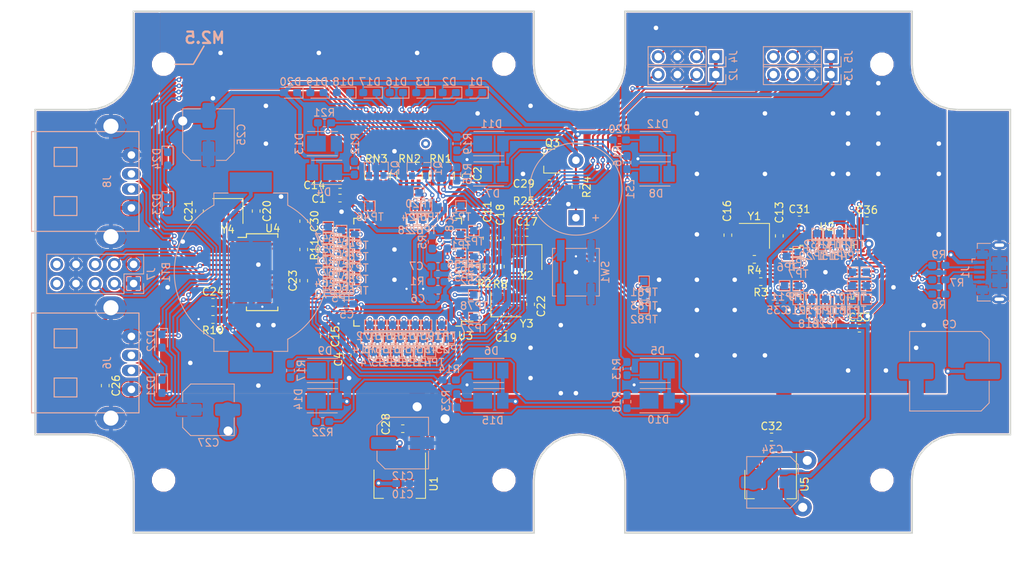
<source format=kicad_pcb>
(kicad_pcb (version 20171130) (host pcbnew "(5.0.1)")
  (layers (0 F.Cu signal hide) (31 B.Cu signal) (34 B.Paste user) (35 F.Paste user hide) (36 B.SilkS user) (37 F.SilkS user hide) (38 B.Mask user) (39 F.Mask user hide) (44 Edge.Cuts user))
  (net 0 "")
  (net 1 GND)
  (net 2 "Net-(BT1-Pad1)")
  (net 3 +3V3)
  (net 4 VSSA)
  (net 5 VDDA)
  (net 6 VBUS)
  (net 7 "Net-(C13-Pad2)")
  (net 8 "Net-(C14-Pad1)")
  (net 9 "Net-(C15-Pad1)")
  (net 10 "Net-(C16-Pad2)")
  (net 11 "Net-(C17-Pad2)")
  (net 12 "Net-(C18-Pad2)")
  (net 13 "Net-(C19-Pad2)")
  (net 14 "Net-(C20-Pad1)")
  (net 15 "Net-(C21-Pad1)")
  (net 16 "Net-(C22-Pad2)")
  (net 17 /3V3_HUB)
  (net 18 "Net-(C24-Pad2)")
  (net 19 "Net-(C29-Pad1)")
  (net 20 /LED0)
  (net 21 /LED1)
  (net 22 /LED2)
  (net 23 "Net-(D4-Pad1)")
  (net 24 "Net-(D10-Pad1)")
  (net 25 /LED3)
  (net 26 /LED4)
  (net 27 /LED5)
  (net 28 /LED6)
  (net 29 /LED7)
  (net 30 /LED8)
  (net 31 /LED9)
  (net 32 /LED10)
  (net 33 /LED11)
  (net 34 "Net-(J1-Pad2)")
  (net 35 "Net-(J1-Pad4)")
  (net 36 "Net-(J1-Pad3)")
  (net 37 /SWCLKH)
  (net 38 /SWDIOH)
  (net 39 /DBGH_TX)
  (net 40 /DBGH_RX)
  (net 41 /SWDIOD)
  (net 42 /SWCLKD)
  (net 43 /DBGD_RX)
  (net 44 /DBGD_TX)
  (net 45 "Net-(J6-Pad2)")
  (net 46 "Net-(J6-Pad3)")
  (net 47 "Net-(J7-Pad3)")
  (net 48 "Net-(J7-Pad4)")
  (net 49 "Net-(J7-Pad5)")
  (net 50 "Net-(J7-Pad6)")
  (net 51 "Net-(J7-Pad9)")
  (net 52 "Net-(J7-Pad10)")
  (net 53 "Net-(J8-Pad3)")
  (net 54 "Net-(J8-Pad2)")
  (net 55 "Net-(LS1-Pad1)")
  (net 56 /ALARM_LED_BLUE)
  (net 57 /ALARM_LED_PINK)
  (net 58 "Net-(R2-Pad1)")
  (net 59 "Net-(R3-Pad2)")
  (net 60 +3.3VA)
  (net 61 "Net-(R5-Pad1)")
  (net 62 /USBD_DP)
  (net 63 /USBD_DM)
  (net 64 "Net-(R10-Pad1)")
  (net 65 /HUB_NRST)
  (net 66 /PIEZO_OUT)
  (net 67 "Net-(SW1-Pad2)")
  (net 68 "Net-(TP1-Pad1)")
  (net 69 "Net-(TP2-Pad1)")
  (net 70 "Net-(TP3-Pad1)")
  (net 71 "Net-(TP4-Pad1)")
  (net 72 "Net-(TP5-Pad1)")
  (net 73 "Net-(TP6-Pad1)")
  (net 74 "Net-(TP7-Pad1)")
  (net 75 "Net-(TP8-Pad1)")
  (net 76 "Net-(TP9-Pad1)")
  (net 77 "Net-(TP10-Pad1)")
  (net 78 "Net-(TP11-Pad1)")
  (net 79 "Net-(TP12-Pad1)")
  (net 80 "Net-(TP13-Pad1)")
  (net 81 "Net-(TP14-Pad1)")
  (net 82 "Net-(TP15-Pad1)")
  (net 83 "Net-(TP16-Pad1)")
  (net 84 "Net-(TP17-Pad1)")
  (net 85 "Net-(TP18-Pad1)")
  (net 86 "Net-(TP19-Pad1)")
  (net 87 "Net-(TP20-Pad1)")
  (net 88 "Net-(TP21-Pad1)")
  (net 89 "Net-(TP22-Pad1)")
  (net 90 "Net-(TP23-Pad1)")
  (net 91 "Net-(TP24-Pad1)")
  (net 92 "Net-(TP25-Pad1)")
  (net 93 "Net-(TP26-Pad1)")
  (net 94 "Net-(TP27-Pad1)")
  (net 95 "Net-(TP28-Pad1)")
  (net 96 "Net-(TP29-Pad1)")
  (net 97 "Net-(TP30-Pad1)")
  (net 98 "Net-(TP31-Pad1)")
  (net 99 "Net-(TP32-Pad1)")
  (net 100 "Net-(TP33-Pad1)")
  (net 101 "Net-(TP34-Pad1)")
  (net 102 "Net-(TP35-Pad1)")
  (net 103 "Net-(TP36-Pad1)")
  (net 104 "Net-(TP37-Pad1)")
  (net 105 "Net-(TP38-Pad1)")
  (net 106 "Net-(TP39-Pad1)")
  (net 107 "Net-(TP40-Pad1)")
  (net 108 "Net-(TP41-Pad1)")
  (net 109 "Net-(TP42-Pad1)")
  (net 110 "Net-(TP43-Pad1)")
  (net 111 "Net-(TP44-Pad1)")
  (net 112 "Net-(TP45-Pad1)")
  (net 113 "Net-(TP46-Pad1)")
  (net 114 "Net-(TP47-Pad1)")
  (net 115 "Net-(TP48-Pad1)")
  (net 116 "Net-(TP49-Pad1)")
  (net 117 "Net-(TP50-Pad1)")
  (net 118 "Net-(TP51-Pad1)")
  (net 119 "Net-(TP52-Pad1)")
  (net 120 "Net-(TP53-Pad1)")
  (net 121 "Net-(TP54-Pad1)")
  (net 122 "Net-(TP55-Pad1)")
  (net 123 "Net-(TP56-Pad1)")
  (net 124 "Net-(TP57-Pad1)")
  (net 125 "Net-(TP58-Pad1)")
  (net 126 "Net-(TP59-Pad1)")
  (net 127 "Net-(TP60-Pad1)")
  (net 128 "Net-(TP61-Pad1)")
  (net 129 "Net-(TP62-Pad1)")
  (net 130 "Net-(TP63-Pad1)")
  (net 131 "Net-(TP64-Pad1)")
  (net 132 "Net-(TP65-Pad1)")
  (net 133 "Net-(TP66-Pad1)")
  (net 134 "Net-(TP67-Pad1)")
  (net 135 "Net-(TP68-Pad1)")
  (net 136 "Net-(TP69-Pad1)")
  (net 137 "Net-(TP70-Pad1)")
  (net 138 "Net-(TP71-Pad1)")
  (net 139 "Net-(TP72-Pad1)")
  (net 140 "Net-(TP73-Pad1)")
  (net 141 "Net-(TP74-Pad1)")
  (net 142 "Net-(TP75-Pad1)")
  (net 143 "Net-(TP76-Pad1)")
  (net 144 "Net-(TP77-Pad1)")
  (net 145 "Net-(TP78-Pad1)")
  (net 146 "Net-(TP79-Pad1)")
  (net 147 "Net-(TP80-Pad1)")
  (net 148 GNDA)
  (net 149 /SECURE_IF_F4RX)
  (net 150 /SECURE_IF_F4TX)
  (net 151 /USBH_DM)
  (net 152 /USBH_DP)
  (net 153 "Net-(U4-Pad22)")
  (net 154 "Net-(U4-Pad23)")
  (net 155 "Net-(U4-Pad24)")
  (net 156 "Net-(U4-Pad25)")
  (net 157 "Net-(D1-Pad1)")
  (net 158 "Net-(D2-Pad1)")
  (net 159 "Net-(D3-Pad1)")
  (net 160 "Net-(D16-Pad1)")
  (net 161 "Net-(D17-Pad1)")
  (net 162 "Net-(D18-Pad1)")
  (net 163 "Net-(D19-Pad1)")
  (net 164 "Net-(D20-Pad1)")
  (net 165 "Net-(D21-Pad1)")
  (net 166 "Net-(D22-Pad1)")
  (net 167 "Net-(D23-Pad1)")
  (net 168 "Net-(D24-Pad1)")
  (net 169 "Net-(D5-Pad1)")
  (net 170 "Net-(D6-Pad1)")
  (net 171 "Net-(D7-Pad1)")
  (net 172 "Net-(D8-Pad1)")
  (net 173 "Net-(D9-Pad1)")
  (net 174 "Net-(D11-Pad1)")
  (net 175 "Net-(D12-Pad1)")
  (net 176 "Net-(D13-Pad1)")
  (net 177 "Net-(D14-Pad1)")
  (net 178 "Net-(D15-Pad1)")
  (net 179 "Net-(Q1-Pad2)")
  (net 180 "Net-(Q2-Pad2)")
  (module MountingHole:MountingHole_2.7mm_M2.5 (layer F.Cu) (at 96.48 108.49)
    (fp_text reference REF** hide)
    (fp_text value MountingHole_2.7mm_M2.5)
    (pad 1 np_thru_hole circle (at 0 0) (size 2.7 2.7) (drill 2.7) (layers *.Cu *.Mask))
  )
  (module MountingHole:MountingHole_2.7mm_M2.5 (layer F.Cu) (at 146.47 108.49)
    (fp_text reference REF** hide)
    (fp_text value MountingHole_2.7mm_M2.5)
    (pad 1 np_thru_hole circle (at 0 0) (size 2.7 2.7) (drill 2.7) (layers *.Cu *.Mask))
  )
  (module MountingHole:MountingHole_2.7mm_M2.5 (layer F.Cu) (at 146.47 53.49)
    (fp_text reference REF** hide)
    (fp_text value MountingHole_2.7mm_M2.5)
    (pad 1 np_thru_hole circle (at 0 0) (size 2.7 2.7) (drill 2.7) (layers *.Cu *.Mask))
  )
  (module MountingHole:MountingHole_2.7mm_M2.5 (layer F.Cu) (at 96.47 53.49)
    (fp_text reference REF** hide)
    (fp_text value MountingHole_2.7mm_M2.5)
    (pad 1 np_thru_hole circle (at 0 0) (size 2.7 2.7) (drill 2.7) (layers *.Cu *.Mask))
  )
  (module MountingHole:MountingHole_2.7mm_M2.5 (layer F.Cu) (at 51.47 53.49)
    (fp_text reference REF** hide)
    (fp_text value MountingHole_2.7mm_M2.5)
    (pad 1 np_thru_hole circle (at 0 0) (size 2.7 2.7) (drill 2.7) (layers *.Cu *.Mask))
  )
  (module Resistor_SMD:R_0603_1608Metric_Pad1.05x0.95mm_HandSolder (layer B.Cu) (at 89.25 95.25 180)
    (fp_text reference R14 (at 0 1.43 180) (layer B.SilkS) (effects (justify mirror)))
    (fp_text value 100)
    (pad 1 smd roundrect (at -0.875 0 180) (size 1.05 0.95) (layers B.Cu B.Paste B.Mask) (net 170 "Net-(D6-Pad1)"))
    (pad 2 smd roundrect (at 0.875 0 180) (size 1.05 0.95) (layers B.Cu B.Paste B.Mask) (net 179 "Net-(Q1-Pad2)"))
  )
  (module footprints:USB_A_FEMALE_THT (layer B.Cu) (at 44.5 69 90)
    (fp_text reference J8 (at 0 -0.5 90) (layer B.SilkS) (effects (justify mirror)))
    (fp_text value USB_A)
    (pad 5 thru_hole oval (at -7.3 0 90) (size 3 4) (drill 2) (layers *.Cu *.Mask) (net 1 GND))
    (pad 5 thru_hole oval (at 7.3 0 90) (size 3 4) (drill 2) (layers *.Cu *.Mask) (net 1 GND))
    (pad 1 thru_hole oval (at -3.5 2.71 90) (size 1.8 2.5) (drill 1) (layers *.Cu *.Mask) (net 6 VBUS))
    (pad 4 thru_hole oval (at 3.5 2.71 90) (size 1.8 2.5) (drill 1) (layers *.Cu *.Mask) (net 1 GND))
    (pad 3 thru_hole oval (at 1 2.71 90) (size 1.5 2.5) (drill 1) (layers *.Cu *.Mask) (net 53 "Net-(J8-Pad3)"))
    (pad 2 thru_hole oval (at -1 2.71 90) (size 1.5 2.5) (drill 1) (layers *.Cu *.Mask) (net 54 "Net-(J8-Pad2)"))
  )
  (module Capacitor_SMD:C_Elec_10x10.2 (layer B.Cu) (at 155.4 94.1 180)
    (fp_text reference C9 (at 0 6.2 180) (layer B.SilkS) (effects (justify mirror)))
    (fp_text value 220u)
    (pad 1 smd roundrect (at -4.4 0 180) (size 4.6 2.1) (layers B.Cu B.Paste B.Mask) (roundrect_rratio 0.119048) (net 6 VBUS))
    (pad 2 smd roundrect (at 4.4 0 180) (size 4.6 2.1) (layers B.Cu B.Paste B.Mask) (roundrect_rratio 0.119048) (net 1 GND))
  )
  (module TestPoint:TestPoint_Pad_1.0x1.0mm (layer B.Cu) (at 90.8 72.25)
    (fp_text reference TP3 (at 0 1.448) (layer B.SilkS) (effects (justify mirror)))
    (fp_text value TestPoint_Alt)
    (pad 1 smd rect (at 0 0) (size 1 1) (layers B.Cu B.Mask) (net 70 "Net-(TP3-Pad1)"))
  )
  (module TestPoint:TestPoint_Pad_1.0x1.0mm (layer B.Cu) (at 73.25 75)
    (fp_text reference TP47 (at 0 1.448) (layer B.SilkS) (effects (justify mirror)))
    (fp_text value TestPoint_Alt)
    (pad 1 smd rect (at 0 0) (size 1 1) (layers B.Cu B.Mask) (net 114 "Net-(TP47-Pad1)"))
  )
  (module Battery:BatteryHolder_MPD_BC2003_1x2032 (layer B.Cu) (at 63 81 270)
    (fp_text reference BT1 (at 0 11.2 270) (layer B.SilkS) (effects (justify mirror)))
    (fp_text value CR2032)
    (pad 2 smd rect (at 0 0 270) (size 8 5.56) (layers B.Cu B.Paste B.Mask) (net 1 GND))
    (pad 1 smd rect (at 11.905 0 270) (size 2.6 5.56) (layers B.Cu B.Paste B.Mask) (net 2 "Net-(BT1-Pad1)"))
    (pad 1 smd rect (at -11.905 0 270) (size 2.6 5.56) (layers B.Cu B.Paste B.Mask) (net 2 "Net-(BT1-Pad1)"))
  )
  (module Capacitor_SMD:C_0603_1608Metric_Pad1.05x0.95mm_HandSolder (layer F.Cu) (at 74.8 71.2 180)
    (fp_text reference C1 (at 2.8 -0.1 180) (layer F.SilkS))
    (fp_text value 100n)
    (pad 2 smd roundrect (at 0.875 0 180) (size 1.05 0.95) (layers F.Cu F.Paste F.Mask) (net 1 GND))
    (pad 1 smd roundrect (at -0.875 0 180) (size 1.05 0.95) (layers F.Cu F.Paste F.Mask) (net 3 +3V3))
  )
  (module Capacitor_SMD:C_0603_1608Metric_Pad1.05x0.95mm_HandSolder (layer F.Cu) (at 91.5 68.25 90)
    (fp_text reference C2 (at 0.25 1.5 90) (layer F.SilkS))
    (fp_text value 100n)
    (pad 1 smd roundrect (at -0.875 0 90) (size 1.05 0.95) (layers F.Cu F.Paste F.Mask) (net 3 +3V3))
    (pad 2 smd roundrect (at 0.875 0 90) (size 1.05 0.95) (layers F.Cu F.Paste F.Mask) (net 1 GND))
  )
  (module Capacitor_SMD:C_0603_1608Metric_Pad1.05x0.95mm_HandSolder (layer F.Cu) (at 75.75 92 270)
    (fp_text reference C4 (at 0.5 1.15 270) (layer F.SilkS))
    (fp_text value 100n)
    (pad 2 smd roundrect (at 0.875 0 270) (size 1.05 0.95) (layers F.Cu F.Paste F.Mask) (net 1 GND))
    (pad 1 smd roundrect (at -0.875 0 270) (size 1.05 0.95) (layers F.Cu F.Paste F.Mask) (net 3 +3V3))
  )
  (module Capacitor_SMD:C_0603_1608Metric_Pad1.05x0.95mm_HandSolder (layer B.Cu) (at 75.675 85.2 180)
    (fp_text reference C5 (at -0.025 -1.4 180) (layer B.SilkS) (effects (justify mirror)))
    (fp_text value 100n)
    (pad 2 smd roundrect (at 0.875 0 180) (size 1.05 0.95) (layers B.Cu B.Paste B.Mask) (net 1 GND))
    (pad 1 smd roundrect (at -0.875 0 180) (size 1.05 0.95) (layers B.Cu B.Paste B.Mask) (net 3 +3V3))
  )
  (module Capacitor_SMD:C_0603_1608Metric_Pad1.05x0.95mm_HandSolder (layer B.Cu) (at 87.8 84.4 180)
    (fp_text reference C6 (at 2.7 -0.1 180) (layer B.SilkS) (effects (justify mirror)))
    (fp_text value 100n)
    (pad 1 smd roundrect (at -0.875 0 180) (size 1.05 0.95) (layers B.Cu B.Paste B.Mask) (net 3 +3V3))
    (pad 2 smd roundrect (at 0.875 0 180) (size 1.05 0.95) (layers B.Cu B.Paste B.Mask) (net 1 GND))
  )
  (module Capacitor_SMD:C_0603_1608Metric_Pad1.05x0.95mm_HandSolder (layer B.Cu) (at 87.75 80.25 180)
    (fp_text reference C7 (at 2.85 0.05 180) (layer B.SilkS) (effects (justify mirror)))
    (fp_text value 100n)
    (pad 1 smd roundrect (at -0.875 0 180) (size 1.05 0.95) (layers B.Cu B.Paste B.Mask) (net 4 VSSA))
    (pad 2 smd roundrect (at 0.875 0 180) (size 1.05 0.95) (layers B.Cu B.Paste B.Mask) (net 5 VDDA))
  )
  (module Capacitor_SMD:C_0603_1608Metric_Pad1.05x0.95mm_HandSolder (layer B.Cu) (at 89 77 270)
    (fp_text reference C8 (at -2.3 -0.3 270) (layer B.SilkS) (effects (justify mirror)))
    (fp_text value 10u)
    (pad 1 smd roundrect (at -0.875 0 270) (size 1.05 0.95) (layers B.Cu B.Paste B.Mask) (net 5 VDDA))
    (pad 2 smd roundrect (at 0.875 0 270) (size 1.05 0.95) (layers B.Cu B.Paste B.Mask) (net 4 VSSA))
  )
  (module Capacitor_SMD:C_0603_1608Metric_Pad1.05x0.95mm_HandSolder (layer B.Cu) (at 83.1 108.95)
    (fp_text reference C10 (at 0 1.43) (layer B.SilkS) (effects (justify mirror)))
    (fp_text value 100n)
    (pad 1 smd roundrect (at -0.875 0) (size 1.05 0.95) (layers B.Cu B.Paste B.Mask) (net 6 VBUS))
    (pad 2 smd roundrect (at 0.875 0) (size 1.05 0.95) (layers B.Cu B.Paste B.Mask) (net 1 GND))
  )
  (module Capacitor_SMD:C_0603_1608Metric_Pad1.05x0.95mm_HandSolder (layer F.Cu) (at 94.25 76.5 90)
    (fp_text reference C11 (at 3.5 0.05 90) (layer F.SilkS))
    (fp_text value 100n)
    (pad 2 smd roundrect (at 0.875 0 90) (size 1.05 0.95) (layers F.Cu F.Paste F.Mask) (net 1 GND))
    (pad 1 smd roundrect (at -0.875 0 90) (size 1.05 0.95) (layers F.Cu F.Paste F.Mask) (net 3 +3V3))
  )
  (module Capacitor_SMD:C_0603_1608Metric_Pad1.05x0.95mm_HandSolder (layer F.Cu) (at 132.9 76.2 90)
    (fp_text reference C13 (at 3.1 0 90) (layer F.SilkS))
    (fp_text value 12p)
    (pad 2 smd roundrect (at 0.875 0 90) (size 1.05 0.95) (layers F.Cu F.Paste F.Mask) (net 7 "Net-(C13-Pad2)"))
    (pad 1 smd roundrect (at -0.875 0 90) (size 1.05 0.95) (layers F.Cu F.Paste F.Mask) (net 148 GNDA))
  )
  (module Capacitor_SMD:C_0603_1608Metric_Pad1.05x0.95mm_HandSolder (layer F.Cu) (at 74.8 69.4 180)
    (fp_text reference C14 (at 3.4 -0.1 180) (layer F.SilkS))
    (fp_text value 10u)
    (pad 1 smd roundrect (at -0.875 0 180) (size 1.05 0.95) (layers F.Cu F.Paste F.Mask) (net 8 "Net-(C14-Pad1)"))
    (pad 2 smd roundrect (at 0.875 0 180) (size 1.05 0.95) (layers F.Cu F.Paste F.Mask) (net 1 GND))
  )
  (module Capacitor_SMD:C_0603_1608Metric_Pad1.05x0.95mm_HandSolder (layer F.Cu) (at 72.75 89.5 270)
    (fp_text reference C15 (at 0 -1.43 270) (layer F.SilkS))
    (fp_text value 10u)
    (pad 2 smd roundrect (at 0.875 0 270) (size 1.05 0.95) (layers F.Cu F.Paste F.Mask) (net 1 GND))
    (pad 1 smd roundrect (at -0.875 0 270) (size 1.05 0.95) (layers F.Cu F.Paste F.Mask) (net 9 "Net-(C15-Pad1)"))
  )
  (module Capacitor_SMD:C_0603_1608Metric_Pad1.05x0.95mm_HandSolder (layer F.Cu) (at 126.1 76.1 270)
    (fp_text reference C16 (at -3.2 0.1 270) (layer F.SilkS))
    (fp_text value 12p)
    (pad 1 smd roundrect (at -0.875 0 270) (size 1.05 0.95) (layers F.Cu F.Paste F.Mask) (net 148 GNDA))
    (pad 2 smd roundrect (at 0.875 0 270) (size 1.05 0.95) (layers F.Cu F.Paste F.Mask) (net 10 "Net-(C16-Pad2)"))
  )
  (module Capacitor_SMD:C_0603_1608Metric_Pad1.05x0.95mm_HandSolder (layer F.Cu) (at 99.5 75.75)
    (fp_text reference C17 (at 0 -1.43) (layer F.SilkS))
    (fp_text value 12p)
    (pad 1 smd roundrect (at -0.875 0) (size 1.05 0.95) (layers F.Cu F.Paste F.Mask) (net 1 GND))
    (pad 2 smd roundrect (at 0.875 0) (size 1.05 0.95) (layers F.Cu F.Paste F.Mask) (net 11 "Net-(C17-Pad2)"))
  )
  (module Capacitor_SMD:C_0603_1608Metric_Pad1.05x0.95mm_HandSolder (layer F.Cu) (at 96 76.5 270)
    (fp_text reference C18 (at -3.1 0 270) (layer F.SilkS))
    (fp_text value 12p)
    (pad 2 smd roundrect (at 0.875 0 270) (size 1.05 0.95) (layers F.Cu F.Paste F.Mask) (net 12 "Net-(C18-Pad2)"))
    (pad 1 smd roundrect (at -0.875 0 270) (size 1.05 0.95) (layers F.Cu F.Paste F.Mask) (net 1 GND))
  )
  (module Capacitor_SMD:C_0603_1608Metric_Pad1.05x0.95mm_HandSolder (layer F.Cu) (at 96.75 88.25 180)
    (fp_text reference C19 (at 0 -1.43 180) (layer F.SilkS))
    (fp_text value 12p)
    (pad 2 smd roundrect (at 0.875 0 180) (size 1.05 0.95) (layers F.Cu F.Paste F.Mask) (net 13 "Net-(C19-Pad2)"))
    (pad 1 smd roundrect (at -0.875 0 180) (size 1.05 0.95) (layers F.Cu F.Paste F.Mask) (net 1 GND))
  )
  (module Capacitor_SMD:C_0603_1608Metric_Pad1.05x0.95mm_HandSolder (layer F.Cu) (at 63.711221 72.912062 270)
    (fp_text reference C20 (at 0 -1.43 270) (layer F.SilkS))
    (fp_text value 22p)
    (pad 2 smd roundrect (at 0.875 0 270) (size 1.05 0.95) (layers F.Cu F.Paste F.Mask) (net 1 GND))
    (pad 1 smd roundrect (at -0.875 0 270) (size 1.05 0.95) (layers F.Cu F.Paste F.Mask) (net 14 "Net-(C20-Pad1)"))
  )
  (module Capacitor_SMD:C_0603_1608Metric_Pad1.05x0.95mm_HandSolder (layer F.Cu) (at 56.211221 72.912062 90)
    (fp_text reference C21 (at 0 -1.43 90) (layer F.SilkS))
    (fp_text value 22p)
    (pad 1 smd roundrect (at -0.875 0 90) (size 1.05 0.95) (layers F.Cu F.Paste F.Mask) (net 15 "Net-(C21-Pad1)"))
    (pad 2 smd roundrect (at 0.875 0 90) (size 1.05 0.95) (layers F.Cu F.Paste F.Mask) (net 1 GND))
  )
  (module Capacitor_SMD:C_0603_1608Metric_Pad1.05x0.95mm_HandSolder (layer F.Cu) (at 100 85.25 90)
    (fp_text reference C22 (at -0.25 1.4 90) (layer F.SilkS))
    (fp_text value 12p)
    (pad 1 smd roundrect (at -0.875 0 90) (size 1.05 0.95) (layers F.Cu F.Paste F.Mask) (net 1 GND))
    (pad 2 smd roundrect (at 0.875 0 90) (size 1.05 0.95) (layers F.Cu F.Paste F.Mask) (net 16 "Net-(C22-Pad2)"))
  )
  (module Capacitor_SMD:C_0603_1608Metric_Pad1.05x0.95mm_HandSolder (layer F.Cu) (at 70 82.125 90)
    (fp_text reference C23 (at 0 -1.43 90) (layer F.SilkS))
    (fp_text value 10u)
    (pad 1 smd roundrect (at -0.875 0 90) (size 1.05 0.95) (layers F.Cu F.Paste F.Mask) (net 1 GND))
    (pad 2 smd roundrect (at 0.875 0 90) (size 1.05 0.95) (layers F.Cu F.Paste F.Mask) (net 17 /3V3_HUB))
  )
  (module Capacitor_SMD:C_0603_1608Metric_Pad1.05x0.95mm_HandSolder (layer F.Cu) (at 58 85)
    (fp_text reference C24 (at 0 -1.43) (layer F.SilkS))
    (fp_text value 10u)
    (pad 2 smd roundrect (at 0.875 0) (size 1.05 0.95) (layers F.Cu F.Paste F.Mask) (net 18 "Net-(C24-Pad2)"))
    (pad 1 smd roundrect (at -0.875 0) (size 1.05 0.95) (layers F.Cu F.Paste F.Mask) (net 1 GND))
  )
  (module Capacitor_SMD:C_0603_1608Metric_Pad1.05x0.95mm_HandSolder (layer F.Cu) (at 43.75 96 270)
    (fp_text reference C26 (at 0 -1.43 270) (layer F.SilkS))
    (fp_text value 100n)
    (pad 1 smd roundrect (at -0.875 0 270) (size 1.05 0.95) (layers F.Cu F.Paste F.Mask) (net 1 GND))
    (pad 2 smd roundrect (at 0.875 0 270) (size 1.05 0.95) (layers F.Cu F.Paste F.Mask) (net 6 VBUS))
  )
  (module Capacitor_SMD:C_0603_1608Metric_Pad1.05x0.95mm_HandSolder (layer F.Cu) (at 83.1 101.7 180)
    (fp_text reference C28 (at 2.23 0.6 90) (layer F.SilkS))
    (fp_text value 100n)
    (pad 1 smd roundrect (at -0.875 0 180) (size 1.05 0.95) (layers F.Cu F.Paste F.Mask) (net 1 GND))
    (pad 2 smd roundrect (at 0.875 0 180) (size 1.05 0.95) (layers F.Cu F.Paste F.Mask) (net 6 VBUS))
  )
  (module Capacitor_SMD:C_0603_1608Metric_Pad1.05x0.95mm_HandSolder (layer F.Cu) (at 102.50704 69.312058 180)
    (fp_text reference C29 (at 3.40704 0.012058 180) (layer F.SilkS))
    (fp_text value 100p)
    (pad 1 smd roundrect (at -0.875 0 180) (size 1.05 0.95) (layers F.Cu F.Paste F.Mask) (net 19 "Net-(C29-Pad1)"))
    (pad 2 smd roundrect (at 0.875 0 180) (size 1.05 0.95) (layers F.Cu F.Paste F.Mask) (net 1 GND))
  )
  (module LED_SMD:LED_0603_1608Metric_Pad1.05x0.95mm_HandSolder (layer B.Cu) (at 92.75 57.25 180)
    (fp_text reference D1 (at 0 1.43 180) (layer B.SilkS) (effects (justify mirror)))
    (fp_text value red)
    (pad 2 smd roundrect (at 0.875 0 180) (size 1.05 0.95) (layers B.Cu B.Paste B.Mask) (net 6 VBUS))
    (pad 1 smd roundrect (at -0.875 0 180) (size 1.05 0.95) (layers B.Cu B.Paste B.Mask) (net 157 "Net-(D1-Pad1)"))
  )
  (module LED_SMD:LED_0603_1608Metric_Pad1.05x0.95mm_HandSolder (layer B.Cu) (at 89.25 57.25 180)
    (fp_text reference D2 (at 0 1.43 180) (layer B.SilkS) (effects (justify mirror)))
    (fp_text value red)
    (pad 1 smd roundrect (at -0.875 0 180) (size 1.05 0.95) (layers B.Cu B.Paste B.Mask) (net 158 "Net-(D2-Pad1)"))
    (pad 2 smd roundrect (at 0.875 0 180) (size 1.05 0.95) (layers B.Cu B.Paste B.Mask) (net 6 VBUS))
  )
  (module LED_SMD:LED_0603_1608Metric_Pad1.05x0.95mm_HandSolder (layer B.Cu) (at 85.75 57.25 180)
    (fp_text reference D3 (at 0 1.43 180) (layer B.SilkS) (effects (justify mirror)))
    (fp_text value red)
    (pad 2 smd roundrect (at 0.875 0 180) (size 1.05 0.95) (layers B.Cu B.Paste B.Mask) (net 6 VBUS))
    (pad 1 smd roundrect (at -0.875 0 180) (size 1.05 0.95) (layers B.Cu B.Paste B.Mask) (net 159 "Net-(D3-Pad1)"))
  )
  (module LED_SMD:LED_PLCC_2835_Handsoldering (layer B.Cu) (at 72.5 67.8 180)
    (fp_text reference D4 (at -0.18 -2.6 180) (layer B.SilkS) (effects (justify mirror)))
    (fp_text value "Ice blue")
    (pad 1 smd rect (at -1.33 0) (size 2.5 2.1) (layers B.Cu B.Paste B.Mask) (net 23 "Net-(D4-Pad1)"))
    (pad 2 smd rect (at 1.33 0) (size 1.5 2.1) (layers B.Cu B.Paste B.Mask) (net 6 VBUS))
  )
  (module LED_SMD:LED_PLCC_2835_Handsoldering (layer B.Cu) (at 117 94)
    (fp_text reference D5 (at -0.18 -2.6) (layer B.SilkS) (effects (justify mirror)))
    (fp_text value "Ice blue")
    (pad 1 smd rect (at -1.33 0 180) (size 2.5 2.1) (layers B.Cu B.Paste B.Mask) (net 169 "Net-(D5-Pad1)"))
    (pad 2 smd rect (at 1.33 0 180) (size 1.5 2.1) (layers B.Cu B.Paste B.Mask) (net 6 VBUS))
  )
  (module LED_SMD:LED_PLCC_2835_Handsoldering (layer B.Cu) (at 95 94)
    (fp_text reference D6 (at -0.18 -2.6) (layer B.SilkS) (effects (justify mirror)))
    (fp_text value "Ice blue")
    (pad 2 smd rect (at 1.33 0 180) (size 1.5 2.1) (layers B.Cu B.Paste B.Mask) (net 6 VBUS))
    (pad 1 smd rect (at -1.33 0 180) (size 2.5 2.1) (layers B.Cu B.Paste B.Mask) (net 170 "Net-(D6-Pad1)"))
  )
  (module LED_SMD:LED_PLCC_2835_Handsoldering (layer B.Cu) (at 95 68)
    (fp_text reference D7 (at 0 2.6) (layer B.SilkS) (effects (justify mirror)))
    (fp_text value "Ice blue")
    (pad 1 smd rect (at -1.33 0 180) (size 2.5 2.1) (layers B.Cu B.Paste B.Mask) (net 171 "Net-(D7-Pad1)"))
    (pad 2 smd rect (at 1.33 0 180) (size 1.5 2.1) (layers B.Cu B.Paste B.Mask) (net 6 VBUS))
  )
  (module LED_SMD:LED_PLCC_2835_Handsoldering (layer B.Cu) (at 117 68)
    (fp_text reference D8 (at -0.4 2.6) (layer B.SilkS) (effects (justify mirror)))
    (fp_text value "Ice blue")
    (pad 2 smd rect (at 1.33 0 180) (size 1.5 2.1) (layers B.Cu B.Paste B.Mask) (net 6 VBUS))
    (pad 1 smd rect (at -1.33 0 180) (size 2.5 2.1) (layers B.Cu B.Paste B.Mask) (net 172 "Net-(D8-Pad1)"))
  )
  (module LED_SMD:LED_PLCC_2835_Handsoldering (layer B.Cu) (at 73 94)
    (fp_text reference D9 (at -0.18 -2.6) (layer B.SilkS) (effects (justify mirror)))
    (fp_text value "Ice blue")
    (pad 2 smd rect (at 1.33 0 180) (size 1.5 2.1) (layers B.Cu B.Paste B.Mask) (net 6 VBUS))
    (pad 1 smd rect (at -1.33 0 180) (size 2.5 2.1) (layers B.Cu B.Paste B.Mask) (net 173 "Net-(D9-Pad1)"))
  )
  (module LED_SMD:LED_PLCC_2835_Handsoldering (layer B.Cu) (at 117 98)
    (fp_text reference D10 (at -0.1 2.5) (layer B.SilkS) (effects (justify mirror)))
    (fp_text value pink)
    (pad 2 smd rect (at 1.33 0 180) (size 1.5 2.1) (layers B.Cu B.Paste B.Mask) (net 6 VBUS))
    (pad 1 smd rect (at -1.33 0 180) (size 2.5 2.1) (layers B.Cu B.Paste B.Mask) (net 24 "Net-(D10-Pad1)"))
  )
  (module LED_SMD:LED_PLCC_2835_Handsoldering (layer B.Cu) (at 95 64)
    (fp_text reference D11 (at -0.18 -2.6) (layer B.SilkS) (effects (justify mirror)))
    (fp_text value pink)
    (pad 1 smd rect (at -1.33 0 180) (size 2.5 2.1) (layers B.Cu B.Paste B.Mask) (net 174 "Net-(D11-Pad1)"))
    (pad 2 smd rect (at 1.33 0 180) (size 1.5 2.1) (layers B.Cu B.Paste B.Mask) (net 6 VBUS))
  )
  (module LED_SMD:LED_PLCC_2835_Handsoldering (layer B.Cu) (at 117 64)
    (fp_text reference D12 (at -0.18 -2.6) (layer B.SilkS) (effects (justify mirror)))
    (fp_text value pink)
    (pad 2 smd rect (at 1.33 0 180) (size 1.5 2.1) (layers B.Cu B.Paste B.Mask) (net 6 VBUS))
    (pad 1 smd rect (at -1.33 0 180) (size 2.5 2.1) (layers B.Cu B.Paste B.Mask) (net 175 "Net-(D12-Pad1)"))
  )
  (module LED_SMD:LED_PLCC_2835_Handsoldering (layer B.Cu) (at 73 64)
    (fp_text reference D13 (at -3.6 0 90) (layer B.SilkS) (effects (justify mirror)))
    (fp_text value pink)
    (pad 2 smd rect (at 1.33 0 180) (size 1.5 2.1) (layers B.Cu B.Paste B.Mask) (net 6 VBUS))
    (pad 1 smd rect (at -1.33 0 180) (size 2.5 2.1) (layers B.Cu B.Paste B.Mask) (net 176 "Net-(D13-Pad1)"))
  )
  (module LED_SMD:LED_PLCC_2835_Handsoldering (layer B.Cu) (at 73 98)
    (fp_text reference D14 (at -3.7 -0.2 90) (layer B.SilkS) (effects (justify mirror)))
    (fp_text value pink)
    (pad 1 smd rect (at -1.33 0 180) (size 2.5 2.1) (layers B.Cu B.Paste B.Mask) (net 177 "Net-(D14-Pad1)"))
    (pad 2 smd rect (at 1.33 0 180) (size 1.5 2.1) (layers B.Cu B.Paste B.Mask) (net 6 VBUS))
  )
  (module LED_SMD:LED_PLCC_2835_Handsoldering (layer B.Cu) (at 95 98)
    (fp_text reference D15 (at 0 2.6) (layer B.SilkS) (effects (justify mirror)))
    (fp_text value pink)
    (pad 1 smd rect (at -1.33 0 180) (size 2.5 2.1) (layers B.Cu B.Paste B.Mask) (net 178 "Net-(D15-Pad1)"))
    (pad 2 smd rect (at 1.33 0 180) (size 1.5 2.1) (layers B.Cu B.Paste B.Mask) (net 6 VBUS))
  )
  (module LED_SMD:LED_0603_1608Metric_Pad1.05x0.95mm_HandSolder (layer B.Cu) (at 82.25 57.25 180)
    (fp_text reference D16 (at 0 1.43 180) (layer B.SilkS) (effects (justify mirror)))
    (fp_text value red)
    (pad 1 smd roundrect (at -0.875 0 180) (size 1.05 0.95) (layers B.Cu B.Paste B.Mask) (net 160 "Net-(D16-Pad1)"))
    (pad 2 smd roundrect (at 0.875 0 180) (size 1.05 0.95) (layers B.Cu B.Paste B.Mask) (net 6 VBUS))
  )
  (module LED_SMD:LED_0603_1608Metric_Pad1.05x0.95mm_HandSolder (layer B.Cu) (at 78.75 57.25 180)
    (fp_text reference D17 (at 0 1.43 180) (layer B.SilkS) (effects (justify mirror)))
    (fp_text value red)
    (pad 2 smd roundrect (at 0.875 0 180) (size 1.05 0.95) (layers B.Cu B.Paste B.Mask) (net 6 VBUS))
    (pad 1 smd roundrect (at -0.875 0 180) (size 1.05 0.95) (layers B.Cu B.Paste B.Mask) (net 161 "Net-(D17-Pad1)"))
  )
  (module LED_SMD:LED_0603_1608Metric_Pad1.05x0.95mm_HandSolder (layer B.Cu) (at 75.25 57.25 180)
    (fp_text reference D18 (at 0 1.43 180) (layer B.SilkS) (effects (justify mirror)))
    (fp_text value red)
    (pad 1 smd roundrect (at -0.875 0 180) (size 1.05 0.95) (layers B.Cu B.Paste B.Mask) (net 162 "Net-(D18-Pad1)"))
    (pad 2 smd roundrect (at 0.875 0 180) (size 1.05 0.95) (layers B.Cu B.Paste B.Mask) (net 6 VBUS))
  )
  (module LED_SMD:LED_0603_1608Metric_Pad1.05x0.95mm_HandSolder (layer B.Cu) (at 71.75 57.25 180)
    (fp_text reference D19 (at 0 1.43 180) (layer B.SilkS) (effects (justify mirror)))
    (fp_text value red)
    (pad 2 smd roundrect (at 0.875 0 180) (size 1.05 0.95) (layers B.Cu B.Paste B.Mask) (net 6 VBUS))
    (pad 1 smd roundrect (at -0.875 0 180) (size 1.05 0.95) (layers B.Cu B.Paste B.Mask) (net 163 "Net-(D19-Pad1)"))
  )
  (module LED_SMD:LED_0603_1608Metric_Pad1.05x0.95mm_HandSolder (layer B.Cu) (at 68.25 57.25 180)
    (fp_text reference D20 (at 0 1.43 180) (layer B.SilkS) (effects (justify mirror)))
    (fp_text value red)
    (pad 1 smd roundrect (at -0.875 0 180) (size 1.05 0.95) (layers B.Cu B.Paste B.Mask) (net 164 "Net-(D20-Pad1)"))
    (pad 2 smd roundrect (at 0.875 0 180) (size 1.05 0.95) (layers B.Cu B.Paste B.Mask) (net 6 VBUS))
  )
  (module LED_SMD:LED_0603_1608Metric_Pad1.05x0.95mm_HandSolder (layer B.Cu) (at 51.25 96.1 270)
    (fp_text reference D21 (at 0 1.43 270) (layer B.SilkS) (effects (justify mirror)))
    (fp_text value red)
    (pad 2 smd roundrect (at 0.875 0 270) (size 1.05 0.95) (layers B.Cu B.Paste B.Mask) (net 6 VBUS))
    (pad 1 smd roundrect (at -0.875 0 270) (size 1.05 0.95) (layers B.Cu B.Paste B.Mask) (net 165 "Net-(D21-Pad1)"))
  )
  (module LED_SMD:LED_0603_1608Metric_Pad1.05x0.95mm_HandSolder (layer B.Cu) (at 51.25 90.1 270)
    (fp_text reference D22 (at 0 1.43 270) (layer B.SilkS) (effects (justify mirror)))
    (fp_text value red)
    (pad 1 smd roundrect (at -0.875 0 270) (size 1.05 0.95) (layers B.Cu B.Paste B.Mask) (net 166 "Net-(D22-Pad1)"))
    (pad 2 smd roundrect (at 0.875 0 270) (size 1.05 0.95) (layers B.Cu B.Paste B.Mask) (net 6 VBUS))
  )
  (module LED_SMD:LED_0603_1608Metric_Pad1.05x0.95mm_HandSolder (layer B.Cu) (at 52 72 270)
    (fp_text reference D23 (at 0 1.43 270) (layer B.SilkS) (effects (justify mirror)))
    (fp_text value red)
    (pad 2 smd roundrect (at 0.875 0 270) (size 1.05 0.95) (layers B.Cu B.Paste B.Mask) (net 6 VBUS))
    (pad 1 smd roundrect (at -0.875 0 270) (size 1.05 0.95) (layers B.Cu B.Paste B.Mask) (net 167 "Net-(D23-Pad1)"))
  )
  (module LED_SMD:LED_0603_1608Metric_Pad1.05x0.95mm_HandSolder (layer B.Cu) (at 52 66 270)
    (fp_text reference D24 (at 0 1.43 270) (layer B.SilkS) (effects (justify mirror)))
    (fp_text value red)
    (pad 1 smd roundrect (at -0.875 0 270) (size 1.05 0.95) (layers B.Cu B.Paste B.Mask) (net 168 "Net-(D24-Pad1)"))
    (pad 2 smd roundrect (at 0.875 0 270) (size 1.05 0.95) (layers B.Cu B.Paste B.Mask) (net 6 VBUS))
  )
  (module Connector_USB:USB_Micro-B_GCT_USB3076-30-A (layer B.Cu) (at 160.8 81 270)
    (fp_text reference J1 (at 0 3.3 270) (layer B.SilkS) (effects (justify mirror)))
    (fp_text value USB_B_Micro)
    (pad 6 smd rect (at 1.125 -1.2 270) (size 1.75 1.9) (layers B.Cu B.Paste B.Mask) (net 1 GND))
    (pad 2 smd rect (at -0.65 1.45 270) (size 0.4 1.4) (layers B.Cu B.Paste B.Mask) (net 34 "Net-(J1-Pad2)"))
    (pad 1 smd rect (at -1.3 1.45 270) (size 0.4 1.4) (layers B.Cu B.Paste B.Mask) (net 6 VBUS))
    (pad 5 smd rect (at 1.3 1.45 270) (size 0.4 1.4) (layers B.Cu B.Paste B.Mask) (net 1 GND))
    (pad 4 smd rect (at 0.65 1.45 270) (size 0.4 1.4) (layers B.Cu B.Paste B.Mask) (net 35 "Net-(J1-Pad4)"))
    (pad 3 smd rect (at 0 1.45 270) (size 0.4 1.4) (layers B.Cu B.Paste B.Mask) (net 36 "Net-(J1-Pad3)"))
    (pad 6 smd rect (at -1.125 -1.2 270) (size 1.75 1.9) (layers B.Cu B.Paste B.Mask) (net 1 GND))
    (pad 6 thru_hole oval (at -3.575 -1.2 90) (size 1.05 1.9) (drill oval 0.45 1.25) (layers *.Cu *.Mask) (net 1 GND))
    (pad 6 thru_hole oval (at 3.575 -1.2 270) (size 1.05 1.9) (drill oval 0.45 1.25) (layers *.Cu *.Mask) (net 1 GND))
    (pad 6 smd rect (at 2.32 1.03 270) (size 1.15 1.45) (layers B.Cu B.Paste B.Mask) (net 1 GND))
    (pad 6 smd rect (at -2.32 1.03 270) (size 1.15 1.45) (layers B.Cu B.Paste B.Mask) (net 1 GND))
  )
  (module Connector_PinHeader_2.54mm:PinHeader_1x04_P2.54mm_Vertical (layer B.Cu) (at 124.5 54.86 90)
    (fp_text reference J2 (at 0 2.33 90) (layer B.SilkS) (effects (justify mirror)))
    (fp_text value SWD_HOST)
    (pad 4 thru_hole oval (at 0 -7.62 90) (size 1.7 1.7) (drill 1) (layers *.Cu *.Mask) (net 38 /SWDIOH))
    (pad 3 thru_hole oval (at 0 -5.08 90) (size 1.7 1.7) (drill 1) (layers *.Cu *.Mask) (net 148 GNDA))
    (pad 2 thru_hole oval (at 0 -2.54 90) (size 1.7 1.7) (drill 1) (layers *.Cu *.Mask) (net 37 /SWCLKH))
    (pad 1 thru_hole rect (at 0 0 90) (size 1.7 1.7) (drill 1) (layers *.Cu *.Mask) (net 3 +3V3))
  )
  (module Connector_PinHeader_2.54mm:PinHeader_1x04_P2.54mm_Vertical (layer B.Cu) (at 139.74 54.86 90)
    (fp_text reference J3 (at 0 2.33 90) (layer B.SilkS) (effects (justify mirror)))
    (fp_text value UART_HOST)
    (pad 4 thru_hole oval (at 0 -7.62 90) (size 1.7 1.7) (drill 1) (layers *.Cu *.Mask) (net 39 /DBGH_TX))
    (pad 3 thru_hole oval (at 0 -5.08 90) (size 1.7 1.7) (drill 1) (layers *.Cu *.Mask) (net 40 /DBGH_RX))
    (pad 2 thru_hole oval (at 0 -2.54 90) (size 1.7 1.7) (drill 1) (layers *.Cu *.Mask) (net 148 GNDA))
    (pad 1 thru_hole rect (at 0 0 90) (size 1.7 1.7) (drill 1) (layers *.Cu *.Mask) (net 6 VBUS))
  )
  (module Connector_PinHeader_2.54mm:PinHeader_1x04_P2.54mm_Vertical (layer B.Cu) (at 124.5 52.5 90)
    (fp_text reference J4 (at 0 2.33 90) (layer B.SilkS) (effects (justify mirror)))
    (fp_text value SWD_DEVICE)
    (pad 4 thru_hole oval (at 0 -7.62 90) (size 1.7 1.7) (drill 1) (layers *.Cu *.Mask) (net 41 /SWDIOD))
    (pad 3 thru_hole oval (at 0 -5.08 90) (size 1.7 1.7) (drill 1) (layers *.Cu *.Mask) (net 148 GNDA))
    (pad 2 thru_hole oval (at 0 -2.54 90) (size 1.7 1.7) (drill 1) (layers *.Cu *.Mask) (net 42 /SWCLKD))
    (pad 1 thru_hole rect (at 0 0 90) (size 1.7 1.7) (drill 1) (layers *.Cu *.Mask) (net 3 +3V3))
  )
  (module Connector_PinHeader_2.54mm:PinHeader_1x04_P2.54mm_Vertical (layer B.Cu) (at 139.74 52.5 90)
    (fp_text reference J5 (at 0 2.33 90) (layer B.SilkS) (effects (justify mirror)))
    (fp_text value UART_DEVICE)
    (pad 1 thru_hole rect (at 0 0 90) (size 1.7 1.7) (drill 1) (layers *.Cu *.Mask) (net 6 VBUS))
    (pad 2 thru_hole oval (at 0 -2.54 90) (size 1.7 1.7) (drill 1) (layers *.Cu *.Mask) (net 148 GNDA))
    (pad 3 thru_hole oval (at 0 -5.08 90) (size 1.7 1.7) (drill 1) (layers *.Cu *.Mask) (net 43 /DBGD_RX))
    (pad 4 thru_hole oval (at 0 -7.62 90) (size 1.7 1.7) (drill 1) (layers *.Cu *.Mask) (net 44 /DBGD_TX))
  )
  (module Connector_PinHeader_2.54mm:PinHeader_2x05_P2.54mm_Vertical (layer B.Cu) (at 47.5 82.5 90)
    (fp_text reference J7 (at 1.27 2.33 90) (layer B.SilkS) (effects (justify mirror)))
    (fp_text value USB_SPARE)
    (pad 1 thru_hole rect (at 0 0 90) (size 1.7 1.7) (drill 1) (layers *.Cu *.Mask) (net 6 VBUS))
    (pad 2 thru_hole oval (at 2.54 0 90) (size 1.7 1.7) (drill 1) (layers *.Cu *.Mask) (net 6 VBUS))
    (pad 3 thru_hole oval (at 0 -2.54 90) (size 1.7 1.7) (drill 1) (layers *.Cu *.Mask) (net 47 "Net-(J7-Pad3)"))
    (pad 4 thru_hole oval (at 2.54 -2.54 90) (size 1.7 1.7) (drill 1) (layers *.Cu *.Mask) (net 48 "Net-(J7-Pad4)"))
    (pad 5 thru_hole oval (at 0 -5.08 90) (size 1.7 1.7) (drill 1) (layers *.Cu *.Mask) (net 49 "Net-(J7-Pad5)"))
    (pad 6 thru_hole oval (at 2.54 -5.08 90) (size 1.7 1.7) (drill 1) (layers *.Cu *.Mask) (net 50 "Net-(J7-Pad6)"))
    (pad 7 thru_hole oval (at 0 -7.62 90) (size 1.7 1.7) (drill 1) (layers *.Cu *.Mask) (net 1 GND))
    (pad 8 thru_hole oval (at 2.54 -7.62 90) (size 1.7 1.7) (drill 1) (layers *.Cu *.Mask) (net 1 GND))
    (pad 9 thru_hole oval (at 0 -10.16 90) (size 1.7 1.7) (drill 1) (layers *.Cu *.Mask) (net 51 "Net-(J7-Pad9)"))
    (pad 10 thru_hole oval (at 2.54 -10.16 90) (size 1.7 1.7) (drill 1) (layers *.Cu *.Mask) (net 52 "Net-(J7-Pad10)"))
  )
  (module Buzzer_Beeper:Buzzer_12x9.5RM7.6 (layer B.Cu) (at 106 73.8 90)
    (fp_text reference LS1 (at 3.8 7.2 90) (layer B.SilkS) (effects (justify mirror)))
    (fp_text value "12mm passive piezo")
    (fp_text user + (at -0.01 2.54 90) (layer B.SilkS) (effects (justify mirror)))
    (pad 1 thru_hole rect (at 0 0 90) (size 2 2) (drill 1) (layers *.Cu *.Mask) (net 55 "Net-(LS1-Pad1)"))
    (pad 2 thru_hole circle (at 7.6 0 90) (size 2 2) (drill 1) (layers *.Cu *.Mask) (net 6 VBUS))
  )
  (module TO_SOT_Packages_SMD:SOT-23 (layer B.Cu) (at 85.25 67.25 90)
    (fp_text reference Q1 (at 0 2.5 90) (layer B.SilkS) (effects (justify mirror)))
    (fp_text value AO3400)
    (pad 3 smd rect (at 1 0 90) (size 0.9 0.8) (layers B.Cu B.Paste B.Mask) (net 1 GND))
    (pad 2 smd rect (at -1 -0.95 90) (size 0.9 0.8) (layers B.Cu B.Paste B.Mask) (net 179 "Net-(Q1-Pad2)"))
    (pad 1 smd rect (at -1 0.95 90) (size 0.9 0.8) (layers B.Cu B.Paste B.Mask) (net 56 /ALARM_LED_BLUE))
  )
  (module TO_SOT_Packages_SMD:SOT-23 (layer B.Cu) (at 79.6 67.2 90)
    (fp_text reference Q2 (at 0 2.5 90) (layer B.SilkS) (effects (justify mirror)))
    (fp_text value AO3400)
    (pad 1 smd rect (at -1 0.95 90) (size 0.9 0.8) (layers B.Cu B.Paste B.Mask) (net 57 /ALARM_LED_PINK))
    (pad 2 smd rect (at -1 -0.95 90) (size 0.9 0.8) (layers B.Cu B.Paste B.Mask) (net 180 "Net-(Q2-Pad2)"))
    (pad 3 smd rect (at 1 0 90) (size 0.9 0.8) (layers B.Cu B.Paste B.Mask) (net 1 GND))
  )
  (module TO_SOT_Packages_SMD:SOT-23 (layer F.Cu) (at 102.50704 66.312058 180)
    (fp_text reference Q3 (at -0.39296 2.412058 180) (layer F.SilkS))
    (fp_text value AO3400)
    (pad 1 smd rect (at -1 -0.95 180) (size 0.9 0.8) (layers F.Cu F.Paste F.Mask) (net 19 "Net-(C29-Pad1)"))
    (pad 2 smd rect (at -1 0.95 180) (size 0.9 0.8) (layers F.Cu F.Paste F.Mask) (net 55 "Net-(LS1-Pad1)"))
    (pad 3 smd rect (at 1 0 180) (size 0.9 0.8) (layers F.Cu F.Paste F.Mask) (net 1 GND))
  )
  (module Resistor_SMD:R_0603_1608Metric_Pad1.05x0.95mm_HandSolder (layer B.Cu) (at 87.75 82.25 180)
    (fp_text reference R1 (at 2.75 0.05 180) (layer B.SilkS) (effects (justify mirror)))
    (fp_text value 0)
    (pad 2 smd roundrect (at 0.875 0 180) (size 1.05 0.95) (layers B.Cu B.Paste B.Mask) (net 5 VDDA))
    (pad 1 smd roundrect (at -0.875 0 180) (size 1.05 0.95) (layers B.Cu B.Paste B.Mask) (net 3 +3V3))
  )
  (module Resistor_SMD:R_0603_1608Metric_Pad1.05x0.95mm_HandSolder (layer F.Cu) (at 94.25 80.25 90)
    (fp_text reference R2 (at -2.25 -0.35 180) (layer F.SilkS))
    (fp_text value 10k)
    (pad 2 smd roundrect (at 0.875 0 90) (size 1.05 0.95) (layers F.Cu F.Paste F.Mask) (net 3 +3V3))
    (pad 1 smd roundrect (at -0.875 0 90) (size 1.05 0.95) (layers F.Cu F.Paste F.Mask) (net 58 "Net-(R2-Pad1)"))
  )
  (module Resistor_SMD:R_0603_1608Metric_Pad1.05x0.95mm_HandSolder (layer F.Cu) (at 130.45 82.25 180)
    (fp_text reference R3 (at 0 -1.43 180) (layer F.SilkS))
    (fp_text value 10k)
    (pad 2 smd roundrect (at 0.875 0 180) (size 1.05 0.95) (layers F.Cu F.Paste F.Mask) (net 59 "Net-(R3-Pad2)"))
    (pad 1 smd roundrect (at -0.875 0 180) (size 1.05 0.95) (layers F.Cu F.Paste F.Mask) (net 60 +3.3VA))
  )
  (module Resistor_SMD:R_0603_1608Metric_Pad1.05x0.95mm_HandSolder (layer F.Cu) (at 129.6 79.3 180)
    (fp_text reference R4 (at 0 -1.43 180) (layer F.SilkS))
    (fp_text value 1M)
    (pad 1 smd roundrect (at -0.875 0 180) (size 1.05 0.95) (layers F.Cu F.Paste F.Mask) (net 7 "Net-(C13-Pad2)"))
    (pad 2 smd roundrect (at 0.875 0 180) (size 1.05 0.95) (layers F.Cu F.Paste F.Mask) (net 10 "Net-(C16-Pad2)"))
  )
  (module Resistor_SMD:R_0603_1608Metric_Pad1.05x0.95mm_HandSolder (layer B.Cu) (at 87 77 90)
    (fp_text reference R5 (at 0 -1.3 90) (layer B.SilkS) (effects (justify mirror)))
    (fp_text value 0)
    (pad 1 smd roundrect (at -0.875 0 90) (size 1.05 0.95) (layers B.Cu B.Paste B.Mask) (net 61 "Net-(R5-Pad1)"))
    (pad 2 smd roundrect (at 0.875 0 90) (size 1.05 0.95) (layers B.Cu B.Paste B.Mask) (net 5 VDDA))
  )
  (module Resistor_SMD:R_0603_1608Metric_Pad1.05x0.95mm_HandSolder (layer B.Cu) (at 154 83.9)
    (fp_text reference R6 (at 0 1.43) (layer B.SilkS) (effects (justify mirror)))
    (fp_text value 1k5)
    (pad 1 smd roundrect (at -0.875 0) (size 1.05 0.95) (layers B.Cu B.Paste B.Mask) (net 60 +3.3VA))
    (pad 2 smd roundrect (at 0.875 0) (size 1.05 0.95) (layers B.Cu B.Paste B.Mask) (net 36 "Net-(J1-Pad3)"))
  )
  (module Resistor_SMD:R_0603_1608Metric_Pad1.05x0.95mm_HandSolder (layer B.Cu) (at 154 82)
    (fp_text reference R7 (at 2.4 0.4) (layer B.SilkS) (effects (justify mirror)))
    (fp_text value 22)
    (pad 2 smd roundrect (at 0.875 0) (size 1.05 0.95) (layers B.Cu B.Paste B.Mask) (net 36 "Net-(J1-Pad3)"))
    (pad 1 smd roundrect (at -0.875 0) (size 1.05 0.95) (layers B.Cu B.Paste B.Mask) (net 62 /USBD_DP))
  )
  (module Resistor_SMD:R_0603_1608Metric_Pad1.05x0.95mm_HandSolder (layer F.Cu) (at 96 80.25 90)
    (fp_text reference R8 (at -2.35 0 180) (layer F.SilkS))
    (fp_text value 1M)
    (pad 1 smd roundrect (at -0.875 0 90) (size 1.05 0.95) (layers F.Cu F.Paste F.Mask) (net 11 "Net-(C17-Pad2)"))
    (pad 2 smd roundrect (at 0.875 0 90) (size 1.05 0.95) (layers F.Cu F.Paste F.Mask) (net 12 "Net-(C18-Pad2)"))
  )
  (module Resistor_SMD:R_0603_1608Metric_Pad1.05x0.95mm_HandSolder (layer B.Cu) (at 154 80.1 180)
    (fp_text reference R9 (at 0 1.43 180) (layer B.SilkS) (effects (justify mirror)))
    (fp_text value 22)
    (pad 1 smd roundrect (at -0.875 0 180) (size 1.05 0.95) (layers B.Cu B.Paste B.Mask) (net 34 "Net-(J1-Pad2)"))
    (pad 2 smd roundrect (at 0.875 0 180) (size 1.05 0.95) (layers B.Cu B.Paste B.Mask) (net 63 /USBD_DM))
  )
  (module Resistor_SMD:R_0603_1608Metric_Pad1.05x0.95mm_HandSolder (layer F.Cu) (at 58 87.25 180)
    (fp_text reference R10 (at 0 -1.43 180) (layer F.SilkS))
    (fp_text value 2k7)
    (pad 1 smd roundrect (at -0.875 0 180) (size 1.05 0.95) (layers F.Cu F.Paste F.Mask) (net 64 "Net-(R10-Pad1)"))
    (pad 2 smd roundrect (at 0.875 0 180) (size 1.05 0.95) (layers F.Cu F.Paste F.Mask) (net 1 GND))
  )
  (module Resistor_SMD:R_0603_1608Metric_Pad1.05x0.95mm_HandSolder (layer F.Cu) (at 70 78 270)
    (fp_text reference R11 (at 0 -1.43 270) (layer F.SilkS))
    (fp_text value 10k)
    (pad 2 smd roundrect (at 0.875 0 270) (size 1.05 0.95) (layers F.Cu F.Paste F.Mask) (net 17 /3V3_HUB))
    (pad 1 smd roundrect (at -0.875 0 270) (size 1.05 0.95) (layers F.Cu F.Paste F.Mask) (net 65 /HUB_NRST))
  )
  (module Resistor_SMD:R_0603_1608Metric_Pad1.05x0.95mm_HandSolder (layer B.Cu) (at 76.7 67.2 90)
    (fp_text reference R12 (at 3.2 0.1 90) (layer B.SilkS) (effects (justify mirror)))
    (fp_text value 100)
    (pad 2 smd roundrect (at 0.875 0 90) (size 1.05 0.95) (layers B.Cu B.Paste B.Mask) (net 179 "Net-(Q1-Pad2)"))
    (pad 1 smd roundrect (at -0.875 0 90) (size 1.05 0.95) (layers B.Cu B.Paste B.Mask) (net 23 "Net-(D4-Pad1)"))
  )
  (module Resistor_SMD:R_0603_1608Metric_Pad1.05x0.95mm_HandSolder (layer B.Cu) (at 112.75 93.75 90)
    (fp_text reference R13 (at -0.05 -1.35 90) (layer B.SilkS) (effects (justify mirror)))
    (fp_text value 100)
    (pad 1 smd roundrect (at -0.875 0 90) (size 1.05 0.95) (layers B.Cu B.Paste B.Mask) (net 169 "Net-(D5-Pad1)"))
    (pad 2 smd roundrect (at 0.875 0 90) (size 1.05 0.95) (layers B.Cu B.Paste B.Mask) (net 179 "Net-(Q1-Pad2)"))
  )
  (module Resistor_SMD:R_0603_1608Metric_Pad1.05x0.95mm_HandSolder (layer B.Cu) (at 90.25 68 90)
    (fp_text reference R15 (at 0 1.43 90) (layer B.SilkS) (effects (justify mirror)))
    (fp_text value 100)
    (pad 2 smd roundrect (at 0.875 0 90) (size 1.05 0.95) (layers B.Cu B.Paste B.Mask) (net 179 "Net-(Q1-Pad2)"))
    (pad 1 smd roundrect (at -0.875 0 90) (size 1.05 0.95) (layers B.Cu B.Paste B.Mask) (net 171 "Net-(D7-Pad1)"))
  )
  (module Resistor_SMD:R_0603_1608Metric_Pad1.05x0.95mm_HandSolder (layer B.Cu) (at 112.75 66.5 90)
    (fp_text reference R16 (at 0.9 -1.25 90) (layer B.SilkS) (effects (justify mirror)))
    (fp_text value 100)
    (pad 1 smd roundrect (at -0.875 0 90) (size 1.05 0.95) (layers B.Cu B.Paste B.Mask) (net 172 "Net-(D8-Pad1)"))
    (pad 2 smd roundrect (at 0.875 0 90) (size 1.05 0.95) (layers B.Cu B.Paste B.Mask) (net 179 "Net-(Q1-Pad2)"))
  )
  (module Resistor_SMD:R_0603_1608Metric_Pad1.05x0.95mm_HandSolder (layer B.Cu) (at 68.25 94 90)
    (fp_text reference R17 (at 0 1.43 90) (layer B.SilkS) (effects (justify mirror)))
    (fp_text value 100)
    (pad 2 smd roundrect (at 0.875 0 90) (size 1.05 0.95) (layers B.Cu B.Paste B.Mask) (net 179 "Net-(Q1-Pad2)"))
    (pad 1 smd roundrect (at -0.875 0 90) (size 1.05 0.95) (layers B.Cu B.Paste B.Mask) (net 173 "Net-(D9-Pad1)"))
  )
  (module Resistor_SMD:R_0603_1608Metric_Pad1.05x0.95mm_HandSolder (layer B.Cu) (at 112.75 98.125 90)
    (fp_text reference R18 (at 0 -1.35 90) (layer B.SilkS) (effects (justify mirror)))
    (fp_text value 100)
    (pad 2 smd roundrect (at 0.875 0 90) (size 1.05 0.95) (layers B.Cu B.Paste B.Mask) (net 180 "Net-(Q2-Pad2)"))
    (pad 1 smd roundrect (at -0.875 0 90) (size 1.05 0.95) (layers B.Cu B.Paste B.Mask) (net 24 "Net-(D10-Pad1)"))
  )
  (module Resistor_SMD:R_0603_1608Metric_Pad1.05x0.95mm_HandSolder (layer B.Cu) (at 90.25 64 90)
    (fp_text reference R19 (at 0 1.43 90) (layer B.SilkS) (effects (justify mirror)))
    (fp_text value 100)
    (pad 1 smd roundrect (at -0.875 0 90) (size 1.05 0.95) (layers B.Cu B.Paste B.Mask) (net 174 "Net-(D11-Pad1)"))
    (pad 2 smd roundrect (at 0.875 0 90) (size 1.05 0.95) (layers B.Cu B.Paste B.Mask) (net 180 "Net-(Q2-Pad2)"))
  )
  (module Resistor_SMD:R_0603_1608Metric_Pad1.05x0.95mm_HandSolder (layer B.Cu) (at 111.75 63.5 180)
    (fp_text reference R20 (at 0 1.43 180) (layer B.SilkS) (effects (justify mirror)))
    (fp_text value 100)
    (pad 2 smd roundrect (at 0.875 0 180) (size 1.05 0.95) (layers B.Cu B.Paste B.Mask) (net 180 "Net-(Q2-Pad2)"))
    (pad 1 smd roundrect (at -0.875 0 180) (size 1.05 0.95) (layers B.Cu B.Paste B.Mask) (net 175 "Net-(D12-Pad1)"))
  )
  (module Resistor_SMD:R_0603_1608Metric_Pad1.05x0.95mm_HandSolder (layer B.Cu) (at 72.75 61.25)
    (fp_text reference R21 (at -0.05 -1.35) (layer B.SilkS) (effects (justify mirror)))
    (fp_text value 100)
    (pad 2 smd roundrect (at 0.875 0) (size 1.05 0.95) (layers B.Cu B.Paste B.Mask) (net 180 "Net-(Q2-Pad2)"))
    (pad 1 smd roundrect (at -0.875 0) (size 1.05 0.95) (layers B.Cu B.Paste B.Mask) (net 176 "Net-(D13-Pad1)"))
  )
  (module Resistor_SMD:R_0603_1608Metric_Pad1.05x0.95mm_HandSolder (layer B.Cu) (at 72.5 100.75)
    (fp_text reference R22 (at 0 1.43) (layer B.SilkS) (effects (justify mirror)))
    (fp_text value 100)
    (pad 2 smd roundrect (at 0.875 0) (size 1.05 0.95) (layers B.Cu B.Paste B.Mask) (net 180 "Net-(Q2-Pad2)"))
    (pad 1 smd roundrect (at -0.875 0) (size 1.05 0.95) (layers B.Cu B.Paste B.Mask) (net 177 "Net-(D14-Pad1)"))
  )
  (module Resistor_SMD:R_0603_1608Metric_Pad1.05x0.95mm_HandSolder (layer B.Cu) (at 90.25 98 270)
    (fp_text reference R23 (at 0 1.43 270) (layer B.SilkS) (effects (justify mirror)))
    (fp_text value 100)
    (pad 1 smd roundrect (at -0.875 0 270) (size 1.05 0.95) (layers B.Cu B.Paste B.Mask) (net 178 "Net-(D15-Pad1)"))
    (pad 2 smd roundrect (at 0.875 0 270) (size 1.05 0.95) (layers B.Cu B.Paste B.Mask) (net 180 "Net-(Q2-Pad2)"))
  )
  (module Resistor_SMD:R_0603_1608Metric_Pad1.05x0.95mm_HandSolder (layer F.Cu) (at 106 69.75 270)
    (fp_text reference R24 (at 0 -1.43 270) (layer F.SilkS))
    (fp_text value 100)
    (pad 1 smd roundrect (at -0.875 0 270) (size 1.05 0.95) (layers F.Cu F.Paste F.Mask) (net 6 VBUS))
    (pad 2 smd roundrect (at 0.875 0 270) (size 1.05 0.95) (layers F.Cu F.Paste F.Mask) (net 55 "Net-(LS1-Pad1)"))
  )
  (module Resistor_SMD:R_0603_1608Metric_Pad1.05x0.95mm_HandSolder (layer F.Cu) (at 102.50704 71.562058)
    (fp_text reference R25 (at -3.40704 0.037942) (layer F.SilkS))
    (fp_text value 1k)
    (pad 1 smd roundrect (at -0.875 0) (size 1.05 0.95) (layers F.Cu F.Paste F.Mask) (net 66 /PIEZO_OUT))
    (pad 2 smd roundrect (at 0.875 0) (size 1.05 0.95) (layers F.Cu F.Paste F.Mask) (net 19 "Net-(C29-Pad1)"))
  )
  (module Resistor_SMD:R_Array_Convex_4x0603 (layer F.Cu) (at 88.25 68.25 270)
    (fp_text reference RN1 (at -2.25 0.15) (layer F.SilkS))
    (fp_text value 4*620)
    (pad 1 smd rect (at -0.9 -1.2 270) (size 0.8 0.5) (layers F.Cu F.Paste F.Mask) (net 157 "Net-(D1-Pad1)"))
    (pad 3 smd rect (at -0.9 0.4 270) (size 0.8 0.4) (layers F.Cu F.Paste F.Mask) (net 159 "Net-(D3-Pad1)"))
    (pad 2 smd rect (at -0.9 -0.4 270) (size 0.8 0.4) (layers F.Cu F.Paste F.Mask) (net 158 "Net-(D2-Pad1)"))
    (pad 4 smd rect (at -0.9 1.2 270) (size 0.8 0.5) (layers F.Cu F.Paste F.Mask) (net 160 "Net-(D16-Pad1)"))
    (pad 7 smd rect (at 0.9 -0.4 270) (size 0.8 0.4) (layers F.Cu F.Paste F.Mask) (net 21 /LED1))
    (pad 8 smd rect (at 0.9 -1.2 270) (size 0.8 0.5) (layers F.Cu F.Paste F.Mask) (net 20 /LED0))
    (pad 6 smd rect (at 0.9 0.4 270) (size 0.8 0.4) (layers F.Cu F.Paste F.Mask) (net 22 /LED2))
    (pad 5 smd rect (at 0.9 1.2 270) (size 0.8 0.5) (layers F.Cu F.Paste F.Mask) (net 25 /LED3))
  )
  (module Resistor_SMD:R_Array_Convex_4x0603 (layer F.Cu) (at 84 68.25 270)
    (fp_text reference RN2 (at -2.25 0) (layer F.SilkS))
    (fp_text value 4*620)
    (pad 5 smd rect (at 0.9 1.2 270) (size 0.8 0.5) (layers F.Cu F.Paste F.Mask) (net 29 /LED7))
    (pad 6 smd rect (at 0.9 0.4 270) (size 0.8 0.4) (layers F.Cu F.Paste F.Mask) (net 28 /LED6))
    (pad 8 smd rect (at 0.9 -1.2 270) (size 0.8 0.5) (layers F.Cu F.Paste F.Mask) (net 26 /LED4))
    (pad 7 smd rect (at 0.9 -0.4 270) (size 0.8 0.4) (layers F.Cu F.Paste F.Mask) (net 27 /LED5))
    (pad 4 smd rect (at -0.9 1.2 270) (size 0.8 0.5) (layers F.Cu F.Paste F.Mask) (net 164 "Net-(D20-Pad1)"))
    (pad 2 smd rect (at -0.9 -0.4 270) (size 0.8 0.4) (layers F.Cu F.Paste F.Mask) (net 162 "Net-(D18-Pad1)"))
    (pad 3 smd rect (at -0.9 0.4 270) (size 0.8 0.4) (layers F.Cu F.Paste F.Mask) (net 163 "Net-(D19-Pad1)"))
    (pad 1 smd rect (at -0.9 -1.2 270) (size 0.8 0.5) (layers F.Cu F.Paste F.Mask) (net 161 "Net-(D17-Pad1)"))
  )
  (module Resistor_SMD:R_Array_Convex_4x0603 (layer F.Cu) (at 79.75 68.25 270)
    (fp_text reference RN3 (at -2.25 0.15) (layer F.SilkS))
    (fp_text value 4*620)
    (pad 1 smd rect (at -0.9 -1.2 270) (size 0.8 0.5) (layers F.Cu F.Paste F.Mask) (net 165 "Net-(D21-Pad1)"))
    (pad 3 smd rect (at -0.9 0.4 270) (size 0.8 0.4) (layers F.Cu F.Paste F.Mask) (net 167 "Net-(D23-Pad1)"))
    (pad 2 smd rect (at -0.9 -0.4 270) (size 0.8 0.4) (layers F.Cu F.Paste F.Mask) (net 166 "Net-(D22-Pad1)"))
    (pad 4 smd rect (at -0.9 1.2 270) (size 0.8 0.5) (layers F.Cu F.Paste F.Mask) (net 168 "Net-(D24-Pad1)"))
    (pad 7 smd rect (at 0.9 -0.4 270) (size 0.8 0.4) (layers F.Cu F.Paste F.Mask) (net 31 /LED9))
    (pad 8 smd rect (at 0.9 -1.2 270) (size 0.8 0.5) (layers F.Cu F.Paste F.Mask) (net 30 /LED8))
    (pad 6 smd rect (at 0.9 0.4 270) (size 0.8 0.4) (layers F.Cu F.Paste F.Mask) (net 32 /LED10))
    (pad 5 smd rect (at 0.9 1.2 270) (size 0.8 0.5) (layers F.Cu F.Paste F.Mask) (net 33 /LED11))
  )
  (module Button_Switch_SMD:SW_SPST_EVPBF (layer B.Cu) (at 106 81 90)
    (fp_text reference SW1 (at 0 3.9 90) (layer B.SilkS) (effects (justify mirror)))
    (fp_text value SW_Push)
    (pad 1 smd rect (at 2.88 2 90) (size 2.75 1) (layers B.Cu B.Paste B.Mask) (net 1 GND))
    (pad 1 smd rect (at -2.88 2 90) (size 2.75 1) (layers B.Cu B.Paste B.Mask) (net 1 GND))
    (pad 2 smd rect (at -2.88 -2 90) (size 2.75 1) (layers B.Cu B.Paste B.Mask) (net 67 "Net-(SW1-Pad2)"))
    (pad 2 smd rect (at 2.88 -2 90) (size 2.75 1) (layers B.Cu B.Paste B.Mask) (net 67 "Net-(SW1-Pad2)"))
  )
  (module TO_SOT_Packages_SMD:SOT-223-3Lead_TabPin2 (layer F.Cu) (at 82.7 109 270)
    (fp_text reference U1 (at 0 -4.5 270) (layer F.SilkS))
    (fp_text value AP1117-33)
    (pad 2 smd rect (at 3.15 0 270) (size 2 3.8) (layers F.Cu F.Paste F.Mask) (net 3 +3V3))
    (pad 2 smd rect (at -3.15 0 270) (size 2 1.5) (layers F.Cu F.Paste F.Mask) (net 3 +3V3))
    (pad 3 smd rect (at -3.15 2.3 270) (size 2 1.5) (layers F.Cu F.Paste F.Mask) (net 6 VBUS))
    (pad 1 smd rect (at -3.15 -2.3 270) (size 2 1.5) (layers F.Cu F.Paste F.Mask) (net 1 GND))
  )
  (module Package_QFP:LQFP-48_7x7mm_P0.5mm (layer F.Cu) (at 139.2 81)
    (fp_text reference U2 (at 0 -6) (layer F.SilkS))
    (fp_text value STM32F103C8T6)
    (pad 1 smd rect (at -4.35 -2.75) (size 1.3 0.25) (layers F.Cu F.Paste F.Mask) (net 60 +3.3VA))
    (pad 2 smd rect (at -4.35 -2.25) (size 1.3 0.25) (layers F.Cu F.Paste F.Mask) (net 71 "Net-(TP4-Pad1)"))
    (pad 3 smd rect (at -4.35 -1.75) (size 1.3 0.25) (layers F.Cu F.Paste F.Mask) (net 73 "Net-(TP6-Pad1)"))
    (pad 4 smd rect (at -4.35 -1.25) (size 1.3 0.25) (layers F.Cu F.Paste F.Mask) (net 74 "Net-(TP7-Pad1)"))
    (pad 5 smd rect (at -4.35 -0.75) (size 1.3 0.25) (layers F.Cu F.Paste F.Mask) (net 7 "Net-(C13-Pad2)"))
    (pad 6 smd rect (at -4.35 -0.25) (size 1.3 0.25) (layers F.Cu F.Paste F.Mask) (net 10 "Net-(C16-Pad2)"))
    (pad 7 smd rect (at -4.35 0.25) (size 1.3 0.25) (layers F.Cu F.Paste F.Mask) (net 59 "Net-(R3-Pad2)"))
    (pad 8 smd rect (at -4.35 0.75) (size 1.3 0.25) (layers F.Cu F.Paste F.Mask) (net 148 GNDA))
    (pad 9 smd rect (at -4.35 1.25) (size 1.3 0.25) (layers F.Cu F.Paste F.Mask) (net 60 +3.3VA))
    (pad 10 smd rect (at -4.35 1.75) (size 1.3 0.25) (layers F.Cu F.Paste F.Mask) (net 76 "Net-(TP9-Pad1)"))
    (pad 11 smd rect (at -4.35 2.25) (size 1.3 0.25) (layers F.Cu F.Paste F.Mask) (net 78 "Net-(TP11-Pad1)"))
    (pad 12 smd rect (at -4.35 2.75) (size 1.3 0.25) (layers F.Cu F.Paste F.Mask) (net 149 /SECURE_IF_F4RX))
    (pad 13 smd rect (at -2.75 4.35 90) (size 1.3 0.25) (layers F.Cu F.Paste F.Mask) (net 150 /SECURE_IF_F4TX))
    (pad 14 smd rect (at -2.25 4.35 90) (size 1.3 0.25) (layers F.Cu F.Paste F.Mask) (net 83 "Net-(TP16-Pad1)"))
    (pad 15 smd rect (at -1.75 4.35 90) (size 1.3 0.25) (layers F.Cu F.Paste F.Mask) (net 85 "Net-(TP18-Pad1)"))
    (pad 16 smd rect (at -1.25 4.35 90) (size 1.3 0.25) (layers F.Cu F.Paste F.Mask) (net 89 "Net-(TP22-Pad1)"))
    (pad 17 smd rect (at -0.75 4.35 90) (size 1.3 0.25) (layers F.Cu F.Paste F.Mask) (net 93 "Net-(TP26-Pad1)"))
    (pad 18 smd rect (at -0.25 4.35 90) (size 1.3 0.25) (layers F.Cu F.Paste F.Mask) (net 75 "Net-(TP8-Pad1)"))
    (pad 19 smd rect (at 0.25 4.35 90) (size 1.3 0.25) (layers F.Cu F.Paste F.Mask) (net 77 "Net-(TP10-Pad1)"))
    (pad 20 smd rect (at 0.75 4.35 90) (size 1.3 0.25) (layers F.Cu F.Paste F.Mask) (net 79 "Net-(TP12-Pad1)"))
    (pad 21 smd rect (at 1.25 4.35 90) (size 1.3 0.25) (layers F.Cu F.Paste F.Mask) (net 101 "Net-(TP34-Pad1)"))
    (pad 22 smd rect (at 1.75 4.35 90) (size 1.3 0.25) (layers F.Cu F.Paste F.Mask) (net 103 "Net-(TP36-Pad1)"))
    (pad 23 smd rect (at 2.25 4.35 90) (size 1.3 0.25) (layers F.Cu F.Paste F.Mask) (net 148 GNDA))
    (pad 24 smd rect (at 2.75 4.35 90) (size 1.3 0.25) (layers F.Cu F.Paste F.Mask) (net 60 +3.3VA))
    (pad 25 smd rect (at 4.35 2.75) (size 1.3 0.25) (layers F.Cu F.Paste F.Mask) (net 105 "Net-(TP38-Pad1)"))
    (pad 26 smd rect (at 4.35 2.25) (size 1.3 0.25) (layers F.Cu F.Paste F.Mask) (net 107 "Net-(TP40-Pad1)"))
    (pad 27 smd rect (at 4.35 1.75) (size 1.3 0.25) (layers F.Cu F.Paste F.Mask) (net 109 "Net-(TP42-Pad1)"))
    (pad 28 smd rect (at 4.35 1.25) (size 1.3 0.25) (layers F.Cu F.Paste F.Mask) (net 111 "Net-(TP44-Pad1)"))
    (pad 29 smd rect (at 4.35 0.75) (size 1.3 0.25) (layers F.Cu F.Paste F.Mask) (net 97 "Net-(TP30-Pad1)"))
    (pad 30 smd rect (at 4.35 0.25) (size 1.3 0.25) (layers F.Cu F.Paste F.Mask) (net 44 /DBGD_TX))
    (pad 31 smd rect (at 4.35 -0.25) (size 1.3 0.25) (layers F.Cu F.Paste F.Mask) (net 43 /DBGD_RX))
    (pad 32 smd rect (at 4.35 -0.75) (size 1.3 0.25) (layers F.Cu F.Paste F.Mask) (net 63 /USBD_DM))
    (pad 33 smd rect (at 4.35 -1.25) (size 1.3 0.25) (layers F.Cu F.Paste F.Mask) (net 62 /USBD_DP))
    (pad 34 smd rect (at 4.35 -1.75) (size 1.3 0.25) (layers F.Cu F.Paste F.Mask) (net 41 /SWDIOD))
    (pad 35 smd rect (at 4.35 -2.25) (size 1.3 0.25) (layers F.Cu F.Paste F.Mask) (net 148 GNDA))
    (pad 36 smd rect (at 4.35 -2.75) (size 1.3 0.25) (layers F.Cu F.Paste F.Mask) (net 60 +3.3VA))
    (pad 37 smd rect (at 2.75 -4.35 90) (size 1.3 0.25) (layers F.Cu F.Paste F.Mask) (net 42 /SWCLKD))
    (pad 38 smd rect (at 2.25 -4.35 90) (size 1.3 0.25) (layers F.Cu F.Paste F.Mask) (net 112 "Net-(TP45-Pad1)"))
    (pad 39 smd rect (at 1.75 -4.35 90) (size 1.3 0.25) (layers F.Cu F.Paste F.Mask) (net 80 "Net-(TP13-Pad1)"))
    (pad 40 smd rect (at 1.25 -4.35 90) (size 1.3 0.25) (layers F.Cu F.Paste F.Mask) (net 82 "Net-(TP15-Pad1)"))
    (pad 41 smd rect (at 0.75 -4.35 90) (size 1.3 0.25) (layers F.Cu F.Paste F.Mask) (net 84 "Net-(TP17-Pad1)"))
    (pad 42 smd rect (at 0.25 -4.35 90) (size 1.3 0.25) (layers F.Cu F.Paste F.Mask) (net 88 "Net-(TP21-Pad1)"))
    (pad 43 smd rect (at -0.25 -4.35 90) (size 1.3 0.25) (layers F.Cu F.Paste F.Mask) (net 92 "Net-(TP25-Pad1)"))
    (pad 44 smd rect (at -0.75 -4.35 90) (size 1.3 0.25) (layers F.Cu F.Paste F.Mask) (net 148 GNDA))
    (pad 45 smd rect (at -1.25 -4.35 90) (size 1.3 0.25) (layers F.Cu F.Paste F.Mask) (net 96 "Net-(TP29-Pad1)"))
    (pad 46 smd rect (at -1.75 -4.35 90) (size 1.3 0.25) (layers F.Cu F.Paste F.Mask) (net 99 "Net-(TP32-Pad1)"))
    (pad 47 smd rect (at -2.25 -4.35 90) (size 1.3 0.25) (layers F.Cu F.Paste F.Mask) (net 148 GNDA))
    (pad 48 smd rect (at -2.75 -4.35 90) (size 1.3 0.25) (layers F.Cu F.Paste F.Mask) (net 60 +3.3VA))
  )
  (module Package_QFP:LQFP-100_14x14mm_P0.5mm (layer F.Cu) (at 83.75 81 180)
    (fp_text reference U3 (at -7.65 -8.4 180) (layer F.SilkS))
    (fp_text value STM32F407VET6)
    (pad 1 smd rect (at -7.9 -6 180) (size 1.5 0.28) (layers F.Cu F.Paste F.Mask) (net 94 "Net-(TP27-Pad1)"))
    (pad 2 smd rect (at -7.9 -5.5 180) (size 1.5 0.28) (layers F.Cu F.Paste F.Mask) (net 67 "Net-(SW1-Pad2)"))
    (pad 3 smd rect (at -7.9 -5 180) (size 1.5 0.28) (layers F.Cu F.Paste F.Mask) (net 20 /LED0))
    (pad 4 smd rect (at -7.9 -4.5 180) (size 1.5 0.28) (layers F.Cu F.Paste F.Mask) (net 21 /LED1))
    (pad 5 smd rect (at -7.9 -4 180) (size 1.5 0.28) (layers F.Cu F.Paste F.Mask) (net 22 /LED2))
    (pad 6 smd rect (at -7.9 -3.5 180) (size 1.5 0.28) (layers F.Cu F.Paste F.Mask) (net 2 "Net-(BT1-Pad1)"))
    (pad 7 smd rect (at -7.9 -3 180) (size 1.5 0.28) (layers F.Cu F.Paste F.Mask) (net 145 "Net-(TP78-Pad1)"))
    (pad 8 smd rect (at -7.9 -2.5 180) (size 1.5 0.28) (layers F.Cu F.Paste F.Mask) (net 13 "Net-(C19-Pad2)"))
    (pad 9 smd rect (at -7.9 -2 180) (size 1.5 0.28) (layers F.Cu F.Paste F.Mask) (net 16 "Net-(C22-Pad2)"))
    (pad 10 smd rect (at -7.9 -1.5 180) (size 1.5 0.28) (layers F.Cu F.Paste F.Mask) (net 1 GND))
    (pad 11 smd rect (at -7.9 -1 180) (size 1.5 0.28) (layers F.Cu F.Paste F.Mask) (net 3 +3V3))
    (pad 12 smd rect (at -7.9 -0.5 180) (size 1.5 0.28) (layers F.Cu F.Paste F.Mask) (net 11 "Net-(C17-Pad2)"))
    (pad 13 smd rect (at -7.9 0 180) (size 1.5 0.28) (layers F.Cu F.Paste F.Mask) (net 12 "Net-(C18-Pad2)"))
    (pad 14 smd rect (at -7.9 0.5 180) (size 1.5 0.28) (layers F.Cu F.Paste F.Mask) (net 58 "Net-(R2-Pad1)"))
    (pad 15 smd rect (at -7.9 1 180) (size 1.5 0.28) (layers F.Cu F.Paste F.Mask) (net 119 "Net-(TP52-Pad1)"))
    (pad 16 smd rect (at -7.9 1.5 180) (size 1.5 0.28) (layers F.Cu F.Paste F.Mask) (net 121 "Net-(TP54-Pad1)"))
    (pad 17 smd rect (at -7.9 2 180) (size 1.5 0.28) (layers F.Cu F.Paste F.Mask) (net 123 "Net-(TP56-Pad1)"))
    (pad 18 smd rect (at -7.9 2.5 180) (size 1.5 0.28) (layers F.Cu F.Paste F.Mask) (net 125 "Net-(TP58-Pad1)"))
    (pad 19 smd rect (at -7.9 3 180) (size 1.5 0.28) (layers F.Cu F.Paste F.Mask) (net 3 +3V3))
    (pad 20 smd rect (at -7.9 3.5 180) (size 1.5 0.28) (layers F.Cu F.Paste F.Mask) (net 4 VSSA))
    (pad 21 smd rect (at -7.9 4 180) (size 1.5 0.28) (layers F.Cu F.Paste F.Mask) (net 61 "Net-(R5-Pad1)"))
    (pad 22 smd rect (at -7.9 4.5 180) (size 1.5 0.28) (layers F.Cu F.Paste F.Mask) (net 5 VDDA))
    (pad 23 smd rect (at -7.9 5 180) (size 1.5 0.28) (layers F.Cu F.Paste F.Mask) (net 68 "Net-(TP1-Pad1)"))
    (pad 24 smd rect (at -7.9 5.5 180) (size 1.5 0.28) (layers F.Cu F.Paste F.Mask) (net 69 "Net-(TP2-Pad1)"))
    (pad 25 smd rect (at -7.9 6 180) (size 1.5 0.28) (layers F.Cu F.Paste F.Mask) (net 150 /SECURE_IF_F4TX))
    (pad 26 smd rect (at -6 7.9 270) (size 1.5 0.28) (layers F.Cu F.Paste F.Mask) (net 149 /SECURE_IF_F4RX))
    (pad 27 smd rect (at -5.5 7.9 270) (size 1.5 0.28) (layers F.Cu F.Paste F.Mask) (net 1 GND))
    (pad 28 smd rect (at -5 7.9 270) (size 1.5 0.28) (layers F.Cu F.Paste F.Mask) (net 3 +3V3))
    (pad 29 smd rect (at -4.5 7.9 270) (size 1.5 0.28) (layers F.Cu F.Paste F.Mask) (net 70 "Net-(TP3-Pad1)"))
    (pad 30 smd rect (at -4 7.9 270) (size 1.5 0.28) (layers F.Cu F.Paste F.Mask) (net 65 /HUB_NRST))
    (pad 31 smd rect (at -3.5 7.9 270) (size 1.5 0.28) (layers F.Cu F.Paste F.Mask) (net 56 /ALARM_LED_BLUE))
    (pad 32 smd rect (at -3 7.9 270) (size 1.5 0.28) (layers F.Cu F.Paste F.Mask) (net 57 /ALARM_LED_PINK))
    (pad 33 smd rect (at -2.5 7.9 270) (size 1.5 0.28) (layers F.Cu F.Paste F.Mask) (net 127 "Net-(TP60-Pad1)"))
    (pad 34 smd rect (at -2 7.9 270) (size 1.5 0.28) (layers F.Cu F.Paste F.Mask) (net 129 "Net-(TP62-Pad1)"))
    (pad 35 smd rect (at -1.5 7.9 270) (size 1.5 0.28) (layers F.Cu F.Paste F.Mask) (net 87 "Net-(TP20-Pad1)"))
    (pad 36 smd rect (at -1 7.9 270) (size 1.5 0.28) (layers F.Cu F.Paste F.Mask) (net 91 "Net-(TP24-Pad1)"))
    (pad 37 smd rect (at -0.5 7.9 270) (size 1.5 0.28) (layers F.Cu F.Paste F.Mask) (net 95 "Net-(TP28-Pad1)"))
    (pad 38 smd rect (at 0 7.9 270) (size 1.5 0.28) (layers F.Cu F.Paste F.Mask) (net 25 /LED3))
    (pad 39 smd rect (at 0.5 7.9 270) (size 1.5 0.28) (layers F.Cu F.Paste F.Mask) (net 26 /LED4))
    (pad 40 smd rect (at 1 7.9 270) (size 1.5 0.28) (layers F.Cu F.Paste F.Mask) (net 27 /LED5))
    (pad 41 smd rect (at 1.5 7.9 270) (size 1.5 0.28) (layers F.Cu F.Paste F.Mask) (net 28 /LED6))
    (pad 42 smd rect (at 2 7.9 270) (size 1.5 0.28) (layers F.Cu F.Paste F.Mask) (net 29 /LED7))
    (pad 43 smd rect (at 2.5 7.9 270) (size 1.5 0.28) (layers F.Cu F.Paste F.Mask) (net 30 /LED8))
    (pad 44 smd rect (at 3 7.9 270) (size 1.5 0.28) (layers F.Cu F.Paste F.Mask) (net 31 /LED9))
    (pad 45 smd rect (at 3.5 7.9 270) (size 1.5 0.28) (layers F.Cu F.Paste F.Mask) (net 32 /LED10))
    (pad 46 smd rect (at 4 7.9 270) (size 1.5 0.28) (layers F.Cu F.Paste F.Mask) (net 33 /LED11))
    (pad 47 smd rect (at 4.5 7.9 270) (size 1.5 0.28) (layers F.Cu F.Paste F.Mask) (net 66 /PIEZO_OUT))
    (pad 48 smd rect (at 5 7.9 270) (size 1.5 0.28) (layers F.Cu F.Paste F.Mask) (net 113 "Net-(TP46-Pad1)"))
    (pad 49 smd rect (at 5.5 7.9 270) (size 1.5 0.28) (layers F.Cu F.Paste F.Mask) (net 8 "Net-(C14-Pad1)"))
    (pad 50 smd rect (at 6 7.9 270) (size 1.5 0.28) (layers F.Cu F.Paste F.Mask) (net 3 +3V3))
    (pad 51 smd rect (at 7.9 6 180) (size 1.5 0.28) (layers F.Cu F.Paste F.Mask) (net 114 "Net-(TP47-Pad1)"))
    (pad 52 smd rect (at 7.9 5.5 180) (size 1.5 0.28) (layers F.Cu F.Paste F.Mask) (net 115 "Net-(TP48-Pad1)"))
    (pad 53 smd rect (at 7.9 5 180) (size 1.5 0.28) (layers F.Cu F.Paste F.Mask) (net 116 "Net-(TP49-Pad1)"))
    (pad 54 smd rect (at 7.9 4.5 180) (size 1.5 0.28) (layers F.Cu F.Paste F.Mask) (net 117 "Net-(TP50-Pad1)"))
    (pad 55 smd rect (at 7.9 4 180) (size 1.5 0.28) (layers F.Cu F.Paste F.Mask) (net 134 "Net-(TP67-Pad1)"))
    (pad 56 smd rect (at 7.9 3.5 180) (size 1.5 0.28) (layers F.Cu F.Paste F.Mask) (net 136 "Net-(TP69-Pad1)"))
    (pad 57 smd rect (at 7.9 3 180) (size 1.5 0.28) (layers F.Cu F.Paste F.Mask) (net 138 "Net-(TP71-Pad1)"))
    (pad 58 smd rect (at 7.9 2.5 180) (size 1.5 0.28) (layers F.Cu F.Paste F.Mask) (net 140 "Net-(TP73-Pad1)"))
    (pad 59 smd rect (at 7.9 2 180) (size 1.5 0.28) (layers F.Cu F.Paste F.Mask) (net 142 "Net-(TP75-Pad1)"))
    (pad 60 smd rect (at 7.9 1.5 180) (size 1.5 0.28) (layers F.Cu F.Paste F.Mask) (net 144 "Net-(TP77-Pad1)"))
    (pad 61 smd rect (at 7.9 1 180) (size 1.5 0.28) (layers F.Cu F.Paste F.Mask) (net 146 "Net-(TP79-Pad1)"))
    (pad 62 smd rect (at 7.9 0.5 180) (size 1.5 0.28) (layers F.Cu F.Paste F.Mask) (net 147 "Net-(TP80-Pad1)"))
    (pad 63 smd rect (at 7.9 0 180) (size 1.5 0.28) (layers F.Cu F.Paste F.Mask) (net 131 "Net-(TP64-Pad1)"))
    (pad 64 smd rect (at 7.9 -0.5 180) (size 1.5 0.28) (layers F.Cu F.Paste F.Mask) (net 133 "Net-(TP66-Pad1)"))
    (pad 65 smd rect (at 7.9 -1 180) (size 1.5 0.28) (layers F.Cu F.Paste F.Mask) (net 135 "Net-(TP68-Pad1)"))
    (pad 66 smd rect (at 7.9 -1.5 180) (size 1.5 0.28) (layers F.Cu F.Paste F.Mask) (net 137 "Net-(TP70-Pad1)"))
    (pad 67 smd rect (at 7.9 -2 180) (size 1.5 0.28) (layers F.Cu F.Paste F.Mask) (net 72 "Net-(TP5-Pad1)"))
    (pad 68 smd rect (at 7.9 -2.5 180) (size 1.5 0.28) (layers F.Cu F.Paste F.Mask) (net 39 /DBGH_TX))
    (pad 69 smd rect (at 7.9 -3 180) (size 1.5 0.28) (layers F.Cu F.Paste F.Mask) (net 40 /DBGH_RX))
    (pad 70 smd rect (at 7.9 -3.5 180) (size 1.5 0.28) (layers F.Cu F.Paste F.Mask) (net 151 /USBH_DM))
    (pad 71 smd rect (at 7.9 -4 180) (size 1.5 0.28) (layers F.Cu F.Paste F.Mask) (net 152 /USBH_DP))
    (pad 72 smd rect (at 7.9 -4.5 180) (size 1.5 0.28) (layers F.Cu F.Paste F.Mask) (net 38 /SWDIOH))
    (pad 73 smd rect (at 7.9 -5 180) (size 1.5 0.28) (layers F.Cu F.Paste F.Mask) (net 9 "Net-(C15-Pad1)"))
    (pad 74 smd rect (at 7.9 -5.5 180) (size 1.5 0.28) (layers F.Cu F.Paste F.Mask) (net 1 GND))
    (pad 75 smd rect (at 7.9 -6 180) (size 1.5 0.28) (layers F.Cu F.Paste F.Mask) (net 3 +3V3))
    (pad 76 smd rect (at 6 -7.9 270) (size 1.5 0.28) (layers F.Cu F.Paste F.Mask) (net 37 /SWCLKH))
    (pad 77 smd rect (at 5.5 -7.9 270) (size 1.5 0.28) (layers F.Cu F.Paste F.Mask) (net 81 "Net-(TP14-Pad1)"))
    (pad 78 smd rect (at 5 -7.9 270) (size 1.5 0.28) (layers F.Cu F.Paste F.Mask) (net 139 "Net-(TP72-Pad1)"))
    (pad 79 smd rect (at 4.5 -7.9 270) (size 1.5 0.28) (layers F.Cu F.Paste F.Mask) (net 141 "Net-(TP74-Pad1)"))
    (pad 80 smd rect (at 4 -7.9 270) (size 1.5 0.28) (layers F.Cu F.Paste F.Mask) (net 143 "Net-(TP76-Pad1)"))
    (pad 81 smd rect (at 3.5 -7.9 270) (size 1.5 0.28) (layers F.Cu F.Paste F.Mask) (net 118 "Net-(TP51-Pad1)"))
    (pad 82 smd rect (at 3 -7.9 270) (size 1.5 0.28) (layers F.Cu F.Paste F.Mask) (net 120 "Net-(TP53-Pad1)"))
    (pad 83 smd rect (at 2.5 -7.9 270) (size 1.5 0.28) (layers F.Cu F.Paste F.Mask) (net 122 "Net-(TP55-Pad1)"))
    (pad 84 smd rect (at 2 -7.9 270) (size 1.5 0.28) (layers F.Cu F.Paste F.Mask) (net 124 "Net-(TP57-Pad1)"))
    (pad 85 smd rect (at 1.5 -7.9 270) (size 1.5 0.28) (layers F.Cu F.Paste F.Mask) (net 126 "Net-(TP59-Pad1)"))
    (pad 86 smd rect (at 1 -7.9 270) (size 1.5 0.28) (layers F.Cu F.Paste F.Mask) (net 128 "Net-(TP61-Pad1)"))
    (pad 87 smd rect (at 0.5 -7.9 270) (size 1.5 0.28) (layers F.Cu F.Paste F.Mask) (net 130 "Net-(TP63-Pad1)"))
    (pad 88 smd rect (at 0 -7.9 270) (size 1.5 0.28) (layers F.Cu F.Paste F.Mask) (net 132 "Net-(TP65-Pad1)"))
    (pad 89 smd rect (at -0.5 -7.9 270) (size 1.5 0.28) (layers F.Cu F.Paste F.Mask) (net 98 "Net-(TP31-Pad1)"))
    (pad 90 smd rect (at -1 -7.9 270) (size 1.5 0.28) (layers F.Cu F.Paste F.Mask) (net 100 "Net-(TP33-Pad1)"))
    (pad 91 smd rect (at -1.5 -7.9 270) (size 1.5 0.28) (layers F.Cu F.Paste F.Mask) (net 102 "Net-(TP35-Pad1)"))
    (pad 92 smd rect (at -2 -7.9 270) (size 1.5 0.28) (layers F.Cu F.Paste F.Mask) (net 104 "Net-(TP37-Pad1)"))
    (pad 93 smd rect (at -2.5 -7.9 270) (size 1.5 0.28) (layers F.Cu F.Paste F.Mask) (net 106 "Net-(TP39-Pad1)"))
    (pad 94 smd rect (at -3 -7.9 270) (size 1.5 0.28) (layers F.Cu F.Paste F.Mask) (net 1 GND))
    (pad 95 smd rect (at -3.5 -7.9 270) (size 1.5 0.28) (layers F.Cu F.Paste F.Mask) (net 108 "Net-(TP41-Pad1)"))
    (pad 96 smd rect (at -4 -7.9 270) (size 1.5 0.28) (layers F.Cu F.Paste F.Mask) (net 110 "Net-(TP43-Pad1)"))
    (pad 97 smd rect (at -4.5 -7.9 270) (size 1.5 0.28) (layers F.Cu F.Paste F.Mask) (net 86 "Net-(TP19-Pad1)"))
    (pad 98 smd rect (at -5 -7.9 270) (size 1.5 0.28) (layers F.Cu F.Paste F.Mask) (net 90 "Net-(TP23-Pad1)"))
    (pad 99 smd rect (at -5.5 -7.9 270) (size 1.5 0.28) (layers F.Cu F.Paste F.Mask) (net 1 GND))
    (pad 100 smd rect (at -6 -7.9 270) (size 1.5 0.28) (layers F.Cu F.Paste F.Mask) (net 3 +3V3))
  )
  (module Package_SO:SSOP-28_3.9x9.9mm_P0.635mm (layer F.Cu) (at 64.5 81)
    (fp_text reference U4 (at 1.4 -5.8) (layer F.SilkS))
    (fp_text value FE1.1s)
    (pad 1 smd rect (at -2.6 -4.1275) (size 1.2 0.4) (layers F.Cu F.Paste F.Mask) (net 1 GND))
    (pad 2 smd rect (at -2.6 -3.4925) (size 1.2 0.4) (layers F.Cu F.Paste F.Mask) (net 14 "Net-(C20-Pad1)"))
    (pad 3 smd rect (at -2.6 -2.8575) (size 1.2 0.4) (layers F.Cu F.Paste F.Mask) (net 15 "Net-(C21-Pad1)"))
    (pad 4 smd rect (at -2.6 -2.2225) (size 1.2 0.4) (layers F.Cu F.Paste F.Mask) (net 48 "Net-(J7-Pad4)"))
    (pad 5 smd rect (at -2.6 -1.5875) (size 1.2 0.4) (layers F.Cu F.Paste F.Mask) (net 50 "Net-(J7-Pad6)"))
    (pad 6 smd rect (at -2.6 -0.9525) (size 1.2 0.4) (layers F.Cu F.Paste F.Mask) (net 47 "Net-(J7-Pad3)"))
    (pad 7 smd rect (at -2.6 -0.3175) (size 1.2 0.4) (layers F.Cu F.Paste F.Mask) (net 49 "Net-(J7-Pad5)"))
    (pad 8 smd rect (at -2.6 0.3175) (size 1.2 0.4) (layers F.Cu F.Paste F.Mask) (net 54 "Net-(J8-Pad2)"))
    (pad 9 smd rect (at -2.6 0.9525) (size 1.2 0.4) (layers F.Cu F.Paste F.Mask) (net 53 "Net-(J8-Pad3)"))
    (pad 10 smd rect (at -2.6 1.5875) (size 1.2 0.4) (layers F.Cu F.Paste F.Mask) (net 45 "Net-(J6-Pad2)"))
    (pad 11 smd rect (at -2.6 2.2225) (size 1.2 0.4) (layers F.Cu F.Paste F.Mask) (net 46 "Net-(J6-Pad3)"))
    (pad 12 smd rect (at -2.6 2.8575) (size 1.2 0.4) (layers F.Cu F.Paste F.Mask) (net 18 "Net-(C24-Pad2)"))
    (pad 13 smd rect (at -2.6 3.4925) (size 1.2 0.4) (layers F.Cu F.Paste F.Mask) (net 17 /3V3_HUB))
    (pad 14 smd rect (at -2.6 4.1275) (size 1.2 0.4) (layers F.Cu F.Paste F.Mask) (net 64 "Net-(R10-Pad1)"))
    (pad 15 smd rect (at 2.6 4.1275) (size 1.2 0.4) (layers F.Cu F.Paste F.Mask) (net 151 /USBH_DM))
    (pad 16 smd rect (at 2.6 3.4925) (size 1.2 0.4) (layers F.Cu F.Paste F.Mask) (net 152 /USBH_DP))
    (pad 17 smd rect (at 2.6 2.8575) (size 1.2 0.4) (layers F.Cu F.Paste F.Mask) (net 65 /HUB_NRST))
    (pad 18 smd rect (at 2.6 2.2225) (size 1.2 0.4) (layers F.Cu F.Paste F.Mask) (net 6 VBUS))
    (pad 19 smd rect (at 2.6 1.5875) (size 1.2 0.4) (layers F.Cu F.Paste F.Mask) (net 1 GND))
    (pad 20 smd rect (at 2.6 0.9525) (size 1.2 0.4) (layers F.Cu F.Paste F.Mask) (net 6 VBUS))
    (pad 21 smd rect (at 2.6 0.3175) (size 1.2 0.4) (layers F.Cu F.Paste F.Mask) (net 17 /3V3_HUB))
    (pad 22 smd rect (at 2.6 -0.3175) (size 1.2 0.4) (layers F.Cu F.Paste F.Mask) (net 153 "Net-(U4-Pad22)"))
    (pad 23 smd rect (at 2.6 -0.9525) (size 1.2 0.4) (layers F.Cu F.Paste F.Mask) (net 154 "Net-(U4-Pad23)"))
    (pad 24 smd rect (at 2.6 -1.5875) (size 1.2 0.4) (layers F.Cu F.Paste F.Mask) (net 155 "Net-(U4-Pad24)"))
    (pad 25 smd rect (at 2.6 -2.2225) (size 1.2 0.4) (layers F.Cu F.Paste F.Mask) (net 156 "Net-(U4-Pad25)"))
    (pad 26 smd rect (at 2.6 -2.8575) (size 1.2 0.4) (layers F.Cu F.Paste F.Mask) (net 17 /3V3_HUB))
    (pad 27 smd rect (at 2.6 -3.4925) (size 1.2 0.4) (layers F.Cu F.Paste F.Mask) (net 1 GND))
    (pad 28 smd rect (at 2.6 -4.1275) (size 1.2 0.4) (layers F.Cu F.Paste F.Mask) (net 18 "Net-(C24-Pad2)"))
  )
  (module Crystal:Crystal_SMD_TXC_7M-4Pin_3.2x2.5mm (layer F.Cu) (at 129.6 76.2 180)
    (fp_text reference Y1 (at 0 2.6 180) (layer F.SilkS))
    (fp_text value 8MHz)
    (pad 1 smd rect (at -1.1 0.85 180) (size 1.4 1.2) (layers F.Cu F.Paste F.Mask) (net 7 "Net-(C13-Pad2)"))
    (pad 2 smd rect (at 1.1 0.85 180) (size 1.4 1.2) (layers F.Cu F.Paste F.Mask) (net 148 GNDA))
    (pad 3 smd rect (at 1.1 -0.85 180) (size 1.4 1.2) (layers F.Cu F.Paste F.Mask) (net 10 "Net-(C16-Pad2)"))
    (pad 4 smd rect (at -1.1 -0.85 180) (size 1.4 1.2) (layers F.Cu F.Paste F.Mask) (net 148 GNDA))
  )
  (module Crystal:Crystal_SMD_TXC_7M-4Pin_3.2x2.5mm (layer F.Cu) (at 99.5 79 180)
    (fp_text reference Y2 (at 0 -2.45 180) (layer F.SilkS))
    (fp_text value 8MHz)
    (pad 4 smd rect (at -1.1 -0.85 180) (size 1.4 1.2) (layers F.Cu F.Paste F.Mask) (net 1 GND))
    (pad 3 smd rect (at 1.1 -0.85 180) (size 1.4 1.2) (layers F.Cu F.Paste F.Mask) (net 12 "Net-(C18-Pad2)"))
    (pad 2 smd rect (at 1.1 0.85 180) (size 1.4 1.2) (layers F.Cu F.Paste F.Mask) (net 1 GND))
    (pad 1 smd rect (at -1.1 0.85 180) (size 1.4 1.2) (layers F.Cu F.Paste F.Mask) (net 11 "Net-(C17-Pad2)"))
  )
  (module Crystal:Crystal_SMD_TXC_7M-4Pin_3.2x2.5mm (layer F.Cu) (at 96.75 85.25)
    (fp_text reference Y3 (at 2.75 2.55) (layer F.SilkS))
    (fp_text value 32.768kHz)
    (pad 4 smd rect (at -1.1 -0.85) (size 1.4 1.2) (layers F.Cu F.Paste F.Mask) (net 1 GND))
    (pad 3 smd rect (at 1.1 -0.85) (size 1.4 1.2) (layers F.Cu F.Paste F.Mask) (net 16 "Net-(C22-Pad2)"))
    (pad 2 smd rect (at 1.1 0.85) (size 1.4 1.2) (layers F.Cu F.Paste F.Mask) (net 1 GND))
    (pad 1 smd rect (at -1.1 0.85) (size 1.4 1.2) (layers F.Cu F.Paste F.Mask) (net 13 "Net-(C19-Pad2)"))
  )
  (module Crystal:Crystal_SMD_TXC_7M-4Pin_3.2x2.5mm (layer F.Cu) (at 59.961221 72.912062 180)
    (fp_text reference Y4 (at 0 -2.45 180) (layer F.SilkS))
    (fp_text value 12MHz)
    (pad 1 smd rect (at -1.1 0.85 180) (size 1.4 1.2) (layers F.Cu F.Paste F.Mask) (net 14 "Net-(C20-Pad1)"))
    (pad 2 smd rect (at 1.1 0.85 180) (size 1.4 1.2) (layers F.Cu F.Paste F.Mask) (net 1 GND))
    (pad 3 smd rect (at 1.1 -0.85 180) (size 1.4 1.2) (layers F.Cu F.Paste F.Mask) (net 15 "Net-(C21-Pad1)"))
    (pad 4 smd rect (at -1.1 -0.85 180) (size 1.4 1.2) (layers F.Cu F.Paste F.Mask) (net 1 GND))
  )
  (module TestPoint:TestPoint_Pad_1.0x1.0mm (layer B.Cu) (at 90.75 76)
    (fp_text reference TP1 (at 0 1.448) (layer B.SilkS) (effects (justify mirror)))
    (fp_text value TestPoint_Alt)
    (pad 1 smd rect (at 0 0) (size 1 1) (layers B.Cu B.Mask) (net 68 "Net-(TP1-Pad1)"))
  )
  (module TestPoint:TestPoint_Pad_1.0x1.0mm (layer B.Cu) (at 92.5 75.5)
    (fp_text reference TP2 (at 0 1.448) (layer B.SilkS) (effects (justify mirror)))
    (fp_text value TestPoint_Alt)
    (pad 1 smd rect (at 0 0) (size 1 1) (layers B.Cu B.Mask) (net 69 "Net-(TP2-Pad1)"))
  )
  (module TestPoint:TestPoint_Pad_1.0x1.0mm (layer B.Cu) (at 135.4 78.3)
    (fp_text reference TP4 (at 0 1.448) (layer B.SilkS) (effects (justify mirror)))
    (fp_text value TestPoint_Alt)
    (pad 1 smd rect (at 0 0) (size 1 1) (layers B.Cu B.Mask) (net 71 "Net-(TP4-Pad1)"))
  )
  (module TestPoint:TestPoint_Pad_1.0x1.0mm (layer B.Cu) (at 75 83)
    (fp_text reference TP5 (at 0 1.448) (layer B.SilkS) (effects (justify mirror)))
    (fp_text value TestPoint_Alt)
    (pad 1 smd rect (at 0 0) (size 1 1) (layers B.Cu B.Mask) (net 72 "Net-(TP5-Pad1)"))
  )
  (module TestPoint:TestPoint_Pad_1.0x1.0mm (layer B.Cu) (at 133.9 78.9)
    (fp_text reference TP6 (at 0 1.448) (layer B.SilkS) (effects (justify mirror)))
    (fp_text value TestPoint_Alt)
    (pad 1 smd rect (at 0 0) (size 1 1) (layers B.Cu B.Mask) (net 73 "Net-(TP6-Pad1)"))
  )
  (module TestPoint:TestPoint_Pad_1.0x1.0mm (layer B.Cu) (at 135.4 79.8)
    (fp_text reference TP7 (at 0 1.448) (layer B.SilkS) (effects (justify mirror)))
    (fp_text value TestPoint_Alt)
    (pad 1 smd rect (at 0 0) (size 1 1) (layers B.Cu B.Mask) (net 74 "Net-(TP7-Pad1)"))
  )
  (module TestPoint:TestPoint_Pad_1.0x1.0mm (layer B.Cu) (at 139 84.6)
    (fp_text reference TP8 (at 0 1.448) (layer B.SilkS) (effects (justify mirror)))
    (fp_text value TestPoint_Alt)
    (pad 1 smd rect (at 0 0) (size 1 1) (layers B.Cu B.Mask) (net 75 "Net-(TP8-Pad1)"))
  )
  (module TestPoint:TestPoint_Pad_1.0x1.0mm (layer B.Cu) (at 135.4 82.8)
    (fp_text reference TP9 (at 0 1.448) (layer B.SilkS) (effects (justify mirror)))
    (fp_text value TestPoint_Alt)
    (pad 1 smd rect (at 0 0) (size 1 1) (layers B.Cu B.Mask) (net 76 "Net-(TP9-Pad1)"))
  )
  (module TestPoint:TestPoint_Pad_1.0x1.0mm (layer B.Cu) (at 140.8 86.4)
    (fp_text reference TP10 hide)
    (fp_text value TestPoint_Alt)
    (pad 1 smd rect (at 0 0) (size 1 1) (layers B.Cu B.Mask) (net 77 "Net-(TP10-Pad1)"))
  )
  (module TestPoint:TestPoint_Pad_1.0x1.0mm (layer B.Cu) (at 133.6 82.8)
    (fp_text reference TP11 (at 0 1.448) (layer B.SilkS) (effects (justify mirror)))
    (fp_text value TestPoint_Alt)
    (pad 1 smd rect (at 0 0) (size 1 1) (layers B.Cu B.Mask) (net 78 "Net-(TP11-Pad1)"))
  )
  (module TestPoint:TestPoint_Pad_1.0x1.0mm (layer B.Cu) (at 140.8 84.6)
    (fp_text reference TP12 (at 0 1.448) (layer B.SilkS) (effects (justify mirror)))
    (fp_text value TestPoint_Alt)
    (pad 1 smd rect (at 0 0) (size 1 1) (layers B.Cu B.Mask) (net 79 "Net-(TP12-Pad1)"))
  )
  (module TestPoint:TestPoint_Pad_1.0x1.0mm (layer B.Cu) (at 140.9 75.9)
    (fp_text reference TP13 (at 0 1.448) (layer B.SilkS) (effects (justify mirror)))
    (fp_text value TestPoint_Alt)
    (pad 1 smd rect (at 0 0) (size 1 1) (layers B.Cu B.Mask) (net 80 "Net-(TP13-Pad1)"))
  )
  (module TestPoint:TestPoint_Pad_1.0x1.0mm (layer B.Cu) (at 78.25 89.75)
    (fp_text reference TP14 (at 0 1.448) (layer B.SilkS) (effects (justify mirror)))
    (fp_text value TestPoint_Alt)
    (pad 1 smd rect (at 0 0) (size 1 1) (layers B.Cu B.Mask) (net 81 "Net-(TP14-Pad1)"))
  )
  (module TestPoint:TestPoint_Pad_1.0x1.0mm (layer B.Cu) (at 140.3 77.4)
    (fp_text reference TP15 (at 0 1.448) (layer B.SilkS) (effects (justify mirror)))
    (fp_text value TestPoint_Alt)
    (pad 1 smd rect (at 0 0) (size 1 1) (layers B.Cu B.Mask) (net 82 "Net-(TP15-Pad1)"))
  )
  (module TestPoint:TestPoint_Pad_1.0x1.0mm (layer B.Cu) (at 135.4 84.6)
    (fp_text reference TP16 (at 0 1.448) (layer B.SilkS) (effects (justify mirror)))
    (fp_text value TestPoint_Alt)
    (pad 1 smd rect (at 0 0) (size 1 1) (layers B.Cu B.Mask) (net 83 "Net-(TP16-Pad1)"))
  )
  (module TestPoint:TestPoint_Pad_1.0x1.0mm (layer B.Cu) (at 138.8 77.4)
    (fp_text reference TP17 (at 0 1.448) (layer B.SilkS) (effects (justify mirror)))
    (fp_text value TestPoint_Alt)
    (pad 1 smd rect (at 0 0) (size 1 1) (layers B.Cu B.Mask) (net 84 "Net-(TP17-Pad1)"))
  )
  (module TestPoint:TestPoint_Pad_1.0x1.0mm (layer B.Cu) (at 137.2 86.4)
    (fp_text reference TP18 (at 0 1.448) (layer B.SilkS) (effects (justify mirror)))
    (fp_text value TestPoint_Alt)
    (pad 1 smd rect (at 0 0) (size 1 1) (layers B.Cu B.Mask) (net 85 "Net-(TP18-Pad1)"))
  )
  (module TestPoint:TestPoint_Pad_1.0x1.0mm (layer B.Cu) (at 88.25 88)
    (fp_text reference TP19 (at 0 1.448) (layer B.SilkS) (effects (justify mirror)))
    (fp_text value TestPoint_Alt)
    (pad 1 smd rect (at 0 0) (size 1 1) (layers B.Cu B.Mask) (net 86 "Net-(TP19-Pad1)"))
  )
  (module TestPoint:TestPoint_Pad_1.0x1.0mm (layer B.Cu) (at 85.25 70.5)
    (fp_text reference TP20 (at 0 1.448) (layer B.SilkS) (effects (justify mirror)))
    (fp_text value TestPoint_Alt)
    (pad 1 smd rect (at 0 0) (size 1 1) (layers B.Cu B.Mask) (net 87 "Net-(TP20-Pad1)"))
  )
  (module TestPoint:TestPoint_Pad_1.0x1.0mm (layer B.Cu) (at 142.4 75.9)
    (fp_text reference TP21 (at 0 1.448) (layer B.SilkS) (effects (justify mirror)))
    (fp_text value TestPoint_Alt)
    (pad 1 smd rect (at 0 0) (size 1 1) (layers B.Cu B.Mask) (net 88 "Net-(TP21-Pad1)"))
  )
  (module TestPoint:TestPoint_Pad_1.0x1.0mm (layer B.Cu) (at 137.2 84.6)
    (fp_text reference TP22 (at 0 1.448) (layer B.SilkS) (effects (justify mirror)))
    (fp_text value TestPoint_Alt)
    (pad 1 smd rect (at 0 0) (size 1 1) (layers B.Cu B.Mask) (net 89 "Net-(TP22-Pad1)"))
  )
  (module TestPoint:TestPoint_Pad_1.0x1.0mm (layer B.Cu) (at 89.25 89.75)
    (fp_text reference TP23 (at 0 1.448) (layer B.SilkS) (effects (justify mirror)))
    (fp_text value TestPoint_Alt)
    (pad 1 smd rect (at 0 0) (size 1 1) (layers B.Cu B.Mask) (net 90 "Net-(TP23-Pad1)"))
  )
  (module TestPoint:TestPoint_Pad_1.0x1.0mm (layer B.Cu) (at 84.75 72.25)
    (fp_text reference TP24 (at 0 1.448) (layer B.SilkS) (effects (justify mirror)))
    (fp_text value TestPoint_Alt)
    (pad 1 smd rect (at 0 0) (size 1 1) (layers B.Cu B.Mask) (net 91 "Net-(TP24-Pad1)"))
  )
  (module TestPoint:TestPoint_Pad_1.0x1.0mm (layer B.Cu) (at 139.4 75.9)
    (fp_text reference TP25 (at 0 1.448) (layer B.SilkS) (effects (justify mirror)))
    (fp_text value TestPoint_Alt)
    (pad 1 smd rect (at 0 0) (size 1 1) (layers B.Cu B.Mask) (net 92 "Net-(TP25-Pad1)"))
  )
  (module TestPoint:TestPoint_Pad_1.0x1.0mm (layer B.Cu) (at 139 86.4)
    (fp_text reference TP26 (at 0 1.448) (layer B.SilkS) (effects (justify mirror)))
    (fp_text value TestPoint_Alt)
    (pad 1 smd rect (at 0 0) (size 1 1) (layers B.Cu B.Mask) (net 93 "Net-(TP26-Pad1)"))
  )
  (module TestPoint:TestPoint_Pad_1.0x1.0mm (layer B.Cu) (at 92.5 87)
    (fp_text reference TP27 (at 0 1.448) (layer B.SilkS) (effects (justify mirror)))
    (fp_text value TestPoint_Alt)
    (pad 1 smd rect (at 0 0) (size 1 1) (layers B.Cu B.Mask) (net 94 "Net-(TP27-Pad1)"))
  )
  (module TestPoint:TestPoint_Pad_1.0x1.0mm (layer B.Cu) (at 84.25 74)
    (fp_text reference TP28 (at 0 1.448) (layer B.SilkS) (effects (justify mirror)))
    (fp_text value TestPoint_Alt)
    (pad 1 smd rect (at 0 0) (size 1 1) (layers B.Cu B.Mask) (net 95 "Net-(TP28-Pad1)"))
  )
  (module TestPoint:TestPoint_Pad_1.0x1.0mm (layer B.Cu) (at 137.3 77.4)
    (fp_text reference TP29 (at 0 1.448) (layer B.SilkS) (effects (justify mirror)))
    (fp_text value TestPoint_Alt)
    (pad 1 smd rect (at 0 0) (size 1 1) (layers B.Cu B.Mask) (net 96 "Net-(TP29-Pad1)"))
  )
  (module TestPoint:TestPoint_Pad_1.0x1.0mm (layer B.Cu) (at 144.4 81)
    (fp_text reference TP30 hide)
    (fp_text value TestPoint_Alt)
    (pad 1 smd rect (at 0 0) (size 1 1) (layers B.Cu B.Mask) (net 97 "Net-(TP30-Pad1)"))
  )
  (module TestPoint:TestPoint_Pad_1.0x1.0mm (layer B.Cu) (at 84.25 89.75)
    (fp_text reference TP31 (at 0 1.448) (layer B.SilkS) (effects (justify mirror)))
    (fp_text value TestPoint_Alt)
    (pad 1 smd rect (at 0 0) (size 1 1) (layers B.Cu B.Mask) (net 98 "Net-(TP31-Pad1)"))
  )
  (module TestPoint:TestPoint_Pad_1.0x1.0mm (layer B.Cu) (at 137.9 75.9)
    (fp_text reference TP32 (at 0 1.448) (layer B.SilkS) (effects (justify mirror)))
    (fp_text value TestPoint_Alt)
    (pad 1 smd rect (at 0 0) (size 1 1) (layers B.Cu B.Mask) (net 99 "Net-(TP32-Pad1)"))
  )
  (module TestPoint:TestPoint_Pad_1.0x1.0mm (layer B.Cu) (at 84.75 88)
    (fp_text reference TP33 (at 0 1.448) (layer B.SilkS) (effects (justify mirror)))
    (fp_text value TestPoint_Alt)
    (pad 1 smd rect (at 0 0) (size 1 1) (layers B.Cu B.Mask) (net 100 "Net-(TP33-Pad1)"))
  )
  (module TestPoint:TestPoint_Pad_1.0x1.0mm (layer B.Cu) (at 142.6 86.4)
    (fp_text reference TP34 hide)
    (fp_text value TestPoint_Alt)
    (pad 1 smd rect (at 0 0) (size 1 1) (layers B.Cu B.Mask) (net 101 "Net-(TP34-Pad1)"))
  )
  (module TestPoint:TestPoint_Pad_1.0x1.0mm (layer B.Cu) (at 85.25 91.5)
    (fp_text reference TP35 (at 0 1.448) (layer B.SilkS) (effects (justify mirror)))
    (fp_text value TestPoint_Alt)
    (pad 1 smd rect (at 0 0) (size 1 1) (layers B.Cu B.Mask) (net 102 "Net-(TP35-Pad1)"))
  )
  (module TestPoint:TestPoint_Pad_1.0x1.0mm (layer B.Cu) (at 142.6 84.6)
    (fp_text reference TP36 (at 0 1.448) (layer B.SilkS) (effects (justify mirror)))
    (fp_text value TestPoint_Alt)
    (pad 1 smd rect (at 0 0) (size 1 1) (layers B.Cu B.Mask) (net 103 "Net-(TP36-Pad1)"))
  )
  (module TestPoint:TestPoint_Pad_1.0x1.0mm (layer B.Cu) (at 85.75 89.75)
    (fp_text reference TP37 (at 0 1.448) (layer B.SilkS) (effects (justify mirror)))
    (fp_text value TestPoint_Alt)
    (pad 1 smd rect (at 0 0) (size 1 1) (layers B.Cu B.Mask) (net 104 "Net-(TP37-Pad1)"))
  )
  (module TestPoint:TestPoint_Pad_1.0x1.0mm (layer B.Cu) (at 144.4 84.6)
    (fp_text reference TP38 hide)
    (fp_text value TestPoint_Alt)
    (pad 1 smd rect (at 0 0) (size 1 1) (layers B.Cu B.Mask) (net 105 "Net-(TP38-Pad1)"))
  )
  (module TestPoint:TestPoint_Pad_1.0x1.0mm (layer B.Cu) (at 86.25 88)
    (fp_text reference TP39 (at 0 1.448) (layer B.SilkS) (effects (justify mirror)))
    (fp_text value TestPoint_Alt)
    (pad 1 smd rect (at 0 0) (size 1 1) (layers B.Cu B.Mask) (net 106 "Net-(TP39-Pad1)"))
  )
  (module TestPoint:TestPoint_Pad_1.0x1.0mm (layer B.Cu) (at 142.6 82.8)
    (fp_text reference TP40 (at 0 1.448) (layer B.SilkS) (effects (justify mirror)))
    (fp_text value TestPoint_Alt)
    (pad 1 smd rect (at 0 0) (size 1 1) (layers B.Cu B.Mask) (net 107 "Net-(TP40-Pad1)"))
  )
  (module TestPoint:TestPoint_Pad_1.0x1.0mm (layer B.Cu) (at 86.75 91.5)
    (fp_text reference TP41 (at 0 1.448) (layer B.SilkS) (effects (justify mirror)))
    (fp_text value TestPoint_Alt)
    (pad 1 smd rect (at 0 0) (size 1 1) (layers B.Cu B.Mask) (net 108 "Net-(TP41-Pad1)"))
  )
  (module TestPoint:TestPoint_Pad_1.0x1.0mm (layer B.Cu) (at 144.4 82.8)
    (fp_text reference TP42 hide)
    (fp_text value TestPoint_Alt)
    (pad 1 smd rect (at 0 0) (size 1 1) (layers B.Cu B.Mask) (net 109 "Net-(TP42-Pad1)"))
  )
  (module TestPoint:TestPoint_Pad_1.0x1.0mm (layer B.Cu) (at 87.75 89.75)
    (fp_text reference TP43 (at 0 1.448) (layer B.SilkS) (effects (justify mirror)))
    (fp_text value TestPoint_Alt)
    (pad 1 smd rect (at 0 0) (size 1 1) (layers B.Cu B.Mask) (net 110 "Net-(TP43-Pad1)"))
  )
  (module TestPoint:TestPoint_Pad_1.0x1.0mm (layer B.Cu) (at 142.6 81)
    (fp_text reference TP44 hide)
    (fp_text value TestPoint_Alt)
    (pad 1 smd rect (at 0 0) (size 1 1) (layers B.Cu B.Mask) (net 111 "Net-(TP44-Pad1)"))
  )
  (module TestPoint:TestPoint_Pad_1.0x1.0mm (layer B.Cu) (at 141.8 77.4)
    (fp_text reference TP45 (at 0 1.448) (layer B.SilkS) (effects (justify mirror)))
    (fp_text value TestPoint_Alt)
    (pad 1 smd rect (at 0 0) (size 1 1) (layers B.Cu B.Mask) (net 112 "Net-(TP45-Pad1)"))
  )
  (module TestPoint:TestPoint_Pad_1.0x1.0mm (layer B.Cu) (at 78.75 72.25)
    (fp_text reference TP46 (at 0 1.448) (layer B.SilkS) (effects (justify mirror)))
    (fp_text value TestPoint_Alt)
    (pad 1 smd rect (at 0 0) (size 1 1) (layers B.Cu B.Mask) (net 113 "Net-(TP46-Pad1)"))
  )
  (module TestPoint:TestPoint_Pad_1.0x1.0mm (layer B.Cu) (at 75 75.5)
    (fp_text reference TP48 (at 0 1.448) (layer B.SilkS) (effects (justify mirror)))
    (fp_text value TestPoint_Alt)
    (pad 1 smd rect (at 0 0) (size 1 1) (layers B.Cu B.Mask) (net 115 "Net-(TP48-Pad1)"))
  )
  (module TestPoint:TestPoint_Pad_1.0x1.0mm (layer B.Cu) (at 76.75 76)
    (fp_text reference TP49 (at 0 1.448) (layer B.SilkS) (effects (justify mirror)))
    (fp_text value TestPoint_Alt)
    (pad 1 smd rect (at 0 0) (size 1 1) (layers B.Cu B.Mask) (net 116 "Net-(TP49-Pad1)"))
  )
  (module TestPoint:TestPoint_Pad_1.0x1.0mm (layer B.Cu) (at 73.25 76.5)
    (fp_text reference TP50 (at 0 1.448) (layer B.SilkS) (effects (justify mirror)))
    (fp_text value TestPoint_Alt)
    (pad 1 smd rect (at 0 0) (size 1 1) (layers B.Cu B.Mask) (net 117 "Net-(TP50-Pad1)"))
  )
  (module TestPoint:TestPoint_Pad_1.0x1.0mm (layer B.Cu) (at 80.25 88)
    (fp_text reference TP51 (at 0 1.448) (layer B.SilkS) (effects (justify mirror)))
    (fp_text value TestPoint_Alt)
    (pad 1 smd rect (at 0 0) (size 1 1) (layers B.Cu B.Mask) (net 118 "Net-(TP51-Pad1)"))
  )
  (module TestPoint:TestPoint_Pad_1.0x1.0mm (layer B.Cu) (at 92.5 80.75)
    (fp_text reference TP52 (at 0 1.448) (layer B.SilkS) (effects (justify mirror)))
    (fp_text value TestPoint_Alt)
    (pad 1 smd rect (at 0 0) (size 1 1) (layers B.Cu B.Mask) (net 119 "Net-(TP52-Pad1)"))
  )
  (module TestPoint:TestPoint_Pad_1.0x1.0mm (layer B.Cu) (at 80.75 91.5)
    (fp_text reference TP53 (at 0 1.448) (layer B.SilkS) (effects (justify mirror)))
    (fp_text value TestPoint_Alt)
    (pad 1 smd rect (at 0 0) (size 1 1) (layers B.Cu B.Mask) (net 120 "Net-(TP53-Pad1)"))
  )
  (module TestPoint:TestPoint_Pad_1.0x1.0mm (layer B.Cu) (at 90.75 80.25)
    (fp_text reference TP54 (at 0 1.448) (layer B.SilkS) (effects (justify mirror)))
    (fp_text value TestPoint_Alt)
    (pad 1 smd rect (at 0 0) (size 1 1) (layers B.Cu B.Mask) (net 121 "Net-(TP54-Pad1)"))
  )
  (module TestPoint:TestPoint_Pad_1.0x1.0mm (layer B.Cu) (at 81.25 89.75)
    (fp_text reference TP55 (at 0 1.448) (layer B.SilkS) (effects (justify mirror)))
    (fp_text value TestPoint_Alt)
    (pad 1 smd rect (at 0 0) (size 1 1) (layers B.Cu B.Mask) (net 122 "Net-(TP55-Pad1)"))
  )
  (module TestPoint:TestPoint_Pad_1.0x1.0mm (layer B.Cu) (at 92.5 79)
    (fp_text reference TP56 (at 0 1.448) (layer B.SilkS) (effects (justify mirror)))
    (fp_text value TestPoint_Alt)
    (pad 1 smd rect (at 0 0) (size 1 1) (layers B.Cu B.Mask) (net 123 "Net-(TP56-Pad1)"))
  )
  (module TestPoint:TestPoint_Pad_1.0x1.0mm (layer B.Cu) (at 81.75 88)
    (fp_text reference TP57 (at 0 1.448) (layer B.SilkS) (effects (justify mirror)))
    (fp_text value TestPoint_Alt)
    (pad 1 smd rect (at 0 0) (size 1 1) (layers B.Cu B.Mask) (net 124 "Net-(TP57-Pad1)"))
  )
  (module TestPoint:TestPoint_Pad_1.0x1.0mm (layer B.Cu) (at 90.75 78.5)
    (fp_text reference TP58 (at 0 1.448) (layer B.SilkS) (effects (justify mirror)))
    (fp_text value TestPoint_Alt)
    (pad 1 smd rect (at 0 0) (size 1 1) (layers B.Cu B.Mask) (net 125 "Net-(TP58-Pad1)"))
  )
  (module TestPoint:TestPoint_Pad_1.0x1.0mm (layer B.Cu) (at 82.25 91.5)
    (fp_text reference TP59 (at 0 1.448) (layer B.SilkS) (effects (justify mirror)))
    (fp_text value TestPoint_Alt)
    (pad 1 smd rect (at 0 0) (size 1 1) (layers B.Cu B.Mask) (net 126 "Net-(TP59-Pad1)"))
  )
  (module TestPoint:TestPoint_Pad_1.0x1.0mm (layer B.Cu) (at 86.25 72.25)
    (fp_text reference TP60 (at 0 1.448) (layer B.SilkS) (effects (justify mirror)))
    (fp_text value TestPoint_Alt)
    (pad 1 smd rect (at 0 0) (size 1 1) (layers B.Cu B.Mask) (net 127 "Net-(TP60-Pad1)"))
  )
  (module TestPoint:TestPoint_Pad_1.0x1.0mm (layer B.Cu) (at 82.75 89.75)
    (fp_text reference TP61 (at 0 1.448) (layer B.SilkS) (effects (justify mirror)))
    (fp_text value TestPoint_Alt)
    (pad 1 smd rect (at 0 0) (size 1 1) (layers B.Cu B.Mask) (net 128 "Net-(TP61-Pad1)"))
  )
  (module TestPoint:TestPoint_Pad_1.0x1.0mm (layer B.Cu) (at 85.75 74)
    (fp_text reference TP62 (at 0 1.448) (layer B.SilkS) (effects (justify mirror)))
    (fp_text value TestPoint_Alt)
    (pad 1 smd rect (at 0 0) (size 1 1) (layers B.Cu B.Mask) (net 129 "Net-(TP62-Pad1)"))
  )
  (module TestPoint:TestPoint_Pad_1.0x1.0mm (layer B.Cu) (at 83.25 88)
    (fp_text reference TP63 (at 0 1.448) (layer B.SilkS) (effects (justify mirror)))
    (fp_text value TestPoint_Alt)
    (pad 1 smd rect (at 0 0) (size 1 1) (layers B.Cu B.Mask) (net 130 "Net-(TP63-Pad1)"))
  )
  (module TestPoint:TestPoint_Pad_1.0x1.0mm (layer B.Cu) (at 73.25 81)
    (fp_text reference TP64 (at 0 1.448) (layer B.SilkS) (effects (justify mirror)))
    (fp_text value TestPoint_Alt)
    (pad 1 smd rect (at 0 0) (size 1 1) (layers B.Cu B.Mask) (net 131 "Net-(TP64-Pad1)"))
  )
  (module TestPoint:TestPoint_Pad_1.0x1.0mm (layer B.Cu) (at 83.75 91.5)
    (fp_text reference TP65 (at 0 1.448) (layer B.SilkS) (effects (justify mirror)))
    (fp_text value TestPoint_Alt)
    (pad 1 smd rect (at 0 0) (size 1 1) (layers B.Cu B.Mask) (net 132 "Net-(TP65-Pad1)"))
  )
  (module TestPoint:TestPoint_Pad_1.0x1.0mm (layer B.Cu) (at 75 81.5)
    (fp_text reference TP66 (at 0 1.448) (layer B.SilkS) (effects (justify mirror)))
    (fp_text value TestPoint_Alt)
    (pad 1 smd rect (at 0 0) (size 1 1) (layers B.Cu B.Mask) (net 133 "Net-(TP66-Pad1)"))
  )
  (module TestPoint:TestPoint_Pad_1.0x1.0mm (layer B.Cu) (at 75 77)
    (fp_text reference TP67 (at 0 1.448) (layer B.SilkS) (effects (justify mirror)))
    (fp_text value TestPoint_Alt)
    (pad 1 smd rect (at 0 0) (size 1 1) (layers B.Cu B.Mask) (net 134 "Net-(TP67-Pad1)"))
  )
  (module TestPoint:TestPoint_Pad_1.0x1.0mm (layer B.Cu) (at 76.75 82)
    (fp_text reference TP68 (at 0 1.448) (layer B.SilkS) (effects (justify mirror)))
    (fp_text value TestPoint_Alt)
    (pad 1 smd rect (at 0 0) (size 1 1) (layers B.Cu B.Mask) (net 135 "Net-(TP68-Pad1)"))
  )
  (module TestPoint:TestPoint_Pad_1.0x1.0mm (layer B.Cu) (at 76.75 77.5)
    (fp_text reference TP69 (at 0 1.448) (layer B.SilkS) (effects (justify mirror)))
    (fp_text value TestPoint_Alt)
    (pad 1 smd rect (at 0 0) (size 1 1) (layers B.Cu B.Mask) (net 136 "Net-(TP69-Pad1)"))
  )
  (module TestPoint:TestPoint_Pad_1.0x1.0mm (layer B.Cu) (at 73.25 82.5)
    (fp_text reference TP70 (at 0 1.448) (layer B.SilkS) (effects (justify mirror)))
    (fp_text value TestPoint_Alt)
    (pad 1 smd rect (at 0 0) (size 1 1) (layers B.Cu B.Mask) (net 137 "Net-(TP70-Pad1)"))
  )
  (module TestPoint:TestPoint_Pad_1.0x1.0mm (layer B.Cu) (at 73.25 78)
    (fp_text reference TP71 (at 0 1.448) (layer B.SilkS) (effects (justify mirror)))
    (fp_text value TestPoint_Alt)
    (pad 1 smd rect (at 0 0) (size 1 1) (layers B.Cu B.Mask) (net 138 "Net-(TP71-Pad1)"))
  )
  (module TestPoint:TestPoint_Pad_1.0x1.0mm (layer B.Cu) (at 78.75 88)
    (fp_text reference TP72 (at 0 1.448) (layer B.SilkS) (effects (justify mirror)))
    (fp_text value TestPoint_Alt)
    (pad 1 smd rect (at 0 0) (size 1 1) (layers B.Cu B.Mask) (net 139 "Net-(TP72-Pad1)"))
  )
  (module TestPoint:TestPoint_Pad_1.0x1.0mm (layer B.Cu) (at 75 78.5)
    (fp_text reference TP73 (at 0 1.448) (layer B.SilkS) (effects (justify mirror)))
    (fp_text value TestPoint_Alt)
    (pad 1 smd rect (at 0 0) (size 1 1) (layers B.Cu B.Mask) (net 140 "Net-(TP73-Pad1)"))
  )
  (module TestPoint:TestPoint_Pad_1.0x1.0mm (layer B.Cu) (at 79.25 91.5)
    (fp_text reference TP74 (at 0 1.448) (layer B.SilkS) (effects (justify mirror)))
    (fp_text value TestPoint_Alt)
    (pad 1 smd rect (at 0 0) (size 1 1) (layers B.Cu B.Mask) (net 141 "Net-(TP74-Pad1)"))
  )
  (module TestPoint:TestPoint_Pad_1.0x1.0mm (layer B.Cu) (at 76.75 79)
    (fp_text reference TP75 (at 0 1.448) (layer B.SilkS) (effects (justify mirror)))
    (fp_text value TestPoint_Alt)
    (pad 1 smd rect (at 0 0) (size 1 1) (layers B.Cu B.Mask) (net 142 "Net-(TP75-Pad1)"))
  )
  (module TestPoint:TestPoint_Pad_1.0x1.0mm (layer B.Cu) (at 79.75 89.75)
    (fp_text reference TP76 (at 0 1.448) (layer B.SilkS) (effects (justify mirror)))
    (fp_text value TestPoint_Alt)
    (pad 1 smd rect (at 0 0) (size 1 1) (layers B.Cu B.Mask) (net 143 "Net-(TP76-Pad1)"))
  )
  (module TestPoint:TestPoint_Pad_1.0x1.0mm (layer B.Cu) (at 73.25 79.5)
    (fp_text reference TP77 (at 0 1.448) (layer B.SilkS) (effects (justify mirror)))
    (fp_text value TestPoint_Alt)
    (pad 1 smd rect (at 0 0) (size 1 1) (layers B.Cu B.Mask) (net 144 "Net-(TP77-Pad1)"))
  )
  (module TestPoint:TestPoint_Pad_1.0x1.0mm (layer B.Cu) (at 92.5 84)
    (fp_text reference TP78 (at 0 1.448) (layer B.SilkS) (effects (justify mirror)))
    (fp_text value TestPoint_Alt)
    (pad 1 smd rect (at 0 0) (size 1 1) (layers B.Cu B.Mask) (net 145 "Net-(TP78-Pad1)"))
  )
  (module TestPoint:TestPoint_Pad_1.0x1.0mm (layer B.Cu) (at 75 80)
    (fp_text reference TP79 (at 0 1.448) (layer B.SilkS) (effects (justify mirror)))
    (fp_text value TestPoint_Alt)
    (pad 1 smd rect (at 0 0) (size 1 1) (layers B.Cu B.Mask) (net 146 "Net-(TP79-Pad1)"))
  )
  (module TestPoint:TestPoint_Pad_1.0x1.0mm (layer B.Cu) (at 76.75 80.5)
    (fp_text reference TP80 (at 0 1.448) (layer B.SilkS) (effects (justify mirror)))
    (fp_text value TestPoint_Alt)
    (pad 1 smd rect (at 0 0) (size 1 1) (layers B.Cu B.Mask) (net 147 "Net-(TP80-Pad1)"))
  )
  (module footprints:USB_A_FEMALE_THT (layer B.Cu) (at 44.5 93 90)
    (fp_text reference J6 (at 0 -0.5 90) (layer B.SilkS) (effects (justify mirror)))
    (fp_text value USB_A)
    (pad 2 thru_hole oval (at -1 2.71 90) (size 1.5 2.5) (drill 1) (layers *.Cu *.Mask) (net 45 "Net-(J6-Pad2)"))
    (pad 3 thru_hole oval (at 1 2.71 90) (size 1.5 2.5) (drill 1) (layers *.Cu *.Mask) (net 46 "Net-(J6-Pad3)"))
    (pad 4 thru_hole oval (at 3.5 2.71 90) (size 1.8 2.5) (drill 1) (layers *.Cu *.Mask) (net 1 GND))
    (pad 1 thru_hole oval (at -3.5 2.71 90) (size 1.8 2.5) (drill 1) (layers *.Cu *.Mask) (net 6 VBUS))
    (pad 5 thru_hole oval (at 7.3 0 90) (size 3 4) (drill 2) (layers *.Cu *.Mask) (net 1 GND))
    (pad 5 thru_hole oval (at -7.3 0 90) (size 3 4) (drill 2) (layers *.Cu *.Mask) (net 1 GND))
  )
  (module Capacitor_SMD:C_Elec_6.3x5.8 (layer B.Cu) (at 83.1 103.6)
    (fp_text reference C12 (at 0 4.35) (layer B.SilkS) (effects (justify mirror)))
    (fp_text value 47u)
    (pad 1 smd roundrect (at -2.5375 0) (size 3.325 1.6) (layers B.Cu B.Paste B.Mask) (roundrect_rratio 0.15625) (net 3 +3V3))
    (pad 2 smd roundrect (at 2.5375 0) (size 3.325 1.6) (layers B.Cu B.Paste B.Mask) (roundrect_rratio 0.15625) (net 1 GND))
  )
  (module Capacitor_SMD:C_Elec_6.3x5.8 (layer B.Cu) (at 57.4 62.8 90)
    (fp_text reference C25 (at 0 4.35 90) (layer B.SilkS) (effects (justify mirror)))
    (fp_text value 47u)
    (pad 2 smd roundrect (at 2.5375 0 90) (size 3.325 1.6) (layers B.Cu B.Paste B.Mask) (roundrect_rratio 0.15625) (net 6 VBUS))
    (pad 1 smd roundrect (at -2.5375 0 90) (size 3.325 1.6) (layers B.Cu B.Paste B.Mask) (roundrect_rratio 0.15625) (net 1 GND))
  )
  (module Capacitor_SMD:C_Elec_6.3x5.8 (layer B.Cu) (at 57.4 99.2)
    (fp_text reference C27 (at 0 4.35) (layer B.SilkS) (effects (justify mirror)))
    (fp_text value 47u)
    (pad 1 smd roundrect (at -2.5375 0) (size 3.325 1.6) (layers B.Cu B.Paste B.Mask) (roundrect_rratio 0.15625) (net 1 GND))
    (pad 2 smd roundrect (at 2.5375 0) (size 3.325 1.6) (layers B.Cu B.Paste B.Mask) (roundrect_rratio 0.15625) (net 6 VBUS))
  )
  (module Capacitor_SMD:C_0603_1608Metric_Pad1.05x0.95mm_HandSolder (layer F.Cu) (at 70 74.25 270)
    (fp_text reference C30 (at 0 -1.43 270) (layer F.SilkS))
    (fp_text value 100n)
    (pad 1 smd roundrect (at -0.875 0 270) (size 1.05 0.95) (layers F.Cu F.Paste F.Mask) (net 1 GND))
    (pad 2 smd roundrect (at 0.875 0 270) (size 1.05 0.95) (layers F.Cu F.Paste F.Mask) (net 65 /HUB_NRST))
  )
  (module Capacitor_SMD:C_0603_1608Metric_Pad1.05x0.95mm_HandSolder (layer F.Cu) (at 131.875 102.8)
    (fp_text reference C32 (at 0 -1.43) (layer F.SilkS))
    (fp_text value 100n)
    (pad 1 smd roundrect (at -0.875 0) (size 1.05 0.95) (layers F.Cu F.Paste F.Mask) (net 6 VBUS))
    (pad 2 smd roundrect (at 0.875 0) (size 1.05 0.95) (layers F.Cu F.Paste F.Mask) (net 148 GNDA))
  )
  (module Capacitor_SMD:C_0603_1608Metric_Pad1.05x0.95mm_HandSolder (layer F.Cu) (at 143.5 88.4)
    (fp_text reference C33 (at 0 -1.43) (layer F.SilkS))
    (fp_text value 100n)
    (pad 1 smd roundrect (at -0.875 0) (size 1.05 0.95) (layers F.Cu F.Paste F.Mask) (net 60 +3.3VA))
    (pad 2 smd roundrect (at 0.875 0) (size 1.05 0.95) (layers F.Cu F.Paste F.Mask) (net 148 GNDA))
  )
  (module Capacitor_SMD:C_Elec_6.3x5.8 (layer B.Cu) (at 132 108.8 180)
    (fp_text reference C34 (at 0 4.35 180) (layer B.SilkS) (effects (justify mirror)))
    (fp_text value 47u)
    (pad 1 smd roundrect (at -2.5375 0 180) (size 3.325 1.6) (layers B.Cu B.Paste B.Mask) (roundrect_rratio 0.15625) (net 60 +3.3VA))
    (pad 2 smd roundrect (at 2.5375 0 180) (size 3.325 1.6) (layers B.Cu B.Paste B.Mask) (roundrect_rratio 0.15625) (net 148 GNDA))
  )
  (module TO_SOT_Packages_SMD:SOT-223-3Lead_TabPin2 (layer F.Cu) (at 131.75 109.05 270)
    (fp_text reference U5 (at 0 -4.5 270) (layer F.SilkS))
    (fp_text value AP1117-33)
    (pad 2 smd rect (at 3.15 0 270) (size 2 3.8) (layers F.Cu F.Paste F.Mask) (net 60 +3.3VA))
    (pad 2 smd rect (at -3.15 0 270) (size 2 1.5) (layers F.Cu F.Paste F.Mask) (net 60 +3.3VA))
    (pad 3 smd rect (at -3.15 2.3 270) (size 2 1.5) (layers F.Cu F.Paste F.Mask) (net 6 VBUS))
    (pad 1 smd rect (at -3.15 -2.3 270) (size 2 1.5) (layers F.Cu F.Paste F.Mask) (net 148 GNDA))
  )
  (module Capacitor_SMD:C_0603_1608Metric_Pad1.05x0.95mm_HandSolder (layer F.Cu) (at 135.575 74.1)
    (fp_text reference C31 (at 0 -1.43) (layer F.SilkS))
    (fp_text value 100n)
    (pad 1 smd roundrect (at -0.875 0) (size 1.05 0.95) (layers F.Cu F.Paste F.Mask) (net 60 +3.3VA))
    (pad 2 smd roundrect (at 0.875 0) (size 1.05 0.95) (layers F.Cu F.Paste F.Mask) (net 148 GNDA))
  )
  (module Capacitor_SMD:C_0603_1608Metric_Pad1.05x0.95mm_HandSolder (layer B.Cu) (at 132.6 84.6)
    (fp_text reference C35 (at 0 1.43) (layer B.SilkS) (effects (justify mirror)))
    (fp_text value 100n)
    (pad 2 smd roundrect (at 0.875 0) (size 1.05 0.95) (layers B.Cu B.Paste B.Mask) (net 148 GNDA))
    (pad 1 smd roundrect (at -0.875 0) (size 1.05 0.95) (layers B.Cu B.Paste B.Mask) (net 60 +3.3VA))
  )
  (module Capacitor_SMD:C_0603_1608Metric_Pad1.05x0.95mm_HandSolder (layer F.Cu) (at 144.5 74.2)
    (fp_text reference C36 (at 0 -1.43) (layer F.SilkS))
    (fp_text value 100n)
    (pad 1 smd roundrect (at -0.875 0) (size 1.05 0.95) (layers F.Cu F.Paste F.Mask) (net 60 +3.3VA))
    (pad 2 smd roundrect (at 0.875 0) (size 1.05 0.95) (layers F.Cu F.Paste F.Mask) (net 148 GNDA))
  )
  (module NetTie:NetTie-2_SMD_Pad2.0mm (layer F.Cu) (at 107 92)
    (fp_text reference R26 hide)
    (fp_text value NETTIE)
    (fp_poly (pts (xy -2 -1) (xy 2 -1) (xy 2 1) (xy -2 1)) (layer F.Cu) (width 0))
    (pad 1 smd circle (at -2 0) (size 2 2) (layers F.Cu) (net 1 GND))
    (pad 2 smd circle (at 2 0) (size 2 2) (layers F.Cu) (net 148 GNDA))
  )
  (module TestPoint:TestPoint_Pad_1.0x1.0mm (layer B.Cu) (at 115 82.2)
    (fp_text reference TP81 (at 0 1.448) (layer B.SilkS) (effects (justify mirror)))
    (fp_text value TestPoint_Alt)
    (pad 1 smd rect (at 0 0) (size 1 1) (layers B.Cu B.Mask) (net 149 /SECURE_IF_F4RX))
  )
  (module TestPoint:TestPoint_Pad_1.0x1.0mm (layer B.Cu) (at 115 85.8)
    (fp_text reference TP82 (at 0 1.448) (layer B.SilkS) (effects (justify mirror)))
    (fp_text value TestPoint_Alt)
    (pad 1 smd rect (at 0 0) (size 1 1) (layers B.Cu B.Mask) (net 150 /SECURE_IF_F4TX))
  )
  (module TestPoint:TestPoint_Pad_1.0x1.0mm (layer B.Cu) (at 115 84)
    (fp_text reference TP83 (at 0 1.448) (layer B.SilkS) (effects (justify mirror)))
    (fp_text value TestPoint_Alt)
    (pad 1 smd rect (at 0 0) (size 1 1) (layers B.Cu B.Mask) (net 148 GNDA))
  )
  (module MountingHole:MountingHole_2.7mm_M2.5 (layer F.Cu) (at 51.47 108.49)
    (fp_text reference REF** hide)
    (fp_text value MountingHole_2.7mm_M2.5)
    (pad 1 np_thru_hole circle (at 0 0) (size 2.7 2.7) (drill 2.7) (layers *.Cu *.Mask))
  )
  (gr_line (start 55.4 53.5) (end 56.8 51.1) (layer B.SilkS) (width 0.2))
  (gr_line (start 53 53.5) (end 55.3 53.5) (layer B.SilkS) (width 0.2))
  (gr_text M2.5 (at 56.9 50) (layer B.SilkS) (effects (font (size 1.5 1.5) (thickness 0.3)) (justify mirror)))
  (gr_line (start 45.713871 104.24931) (end 46.463183 105.163179) (layer Edge.Cuts) (width 0.2))
  (gr_line (start 41.471074 59.492509) (end 34.470984 59.492509) (layer Edge.Cuts) (width 0.2))
  (gr_line (start 34.470984 59.492509) (end 34.470984 102.491954) (layer Edge.Cuts) (width 0.2))
  (gr_line (start 42.647124 59.376179) (end 41.471074 59.492509) (layer Edge.Cuts) (width 0.2))
  (gr_line (start 47.471234 53.492359) (end 47.354902 54.668409) (layer Edge.Cuts) (width 0.2))
  (gr_line (start 47.354902 54.668409) (end 47.014539 55.788543) (layer Edge.Cuts) (width 0.2))
  (gr_line (start 47.014539 55.788543) (end 46.463183 56.821284) (layer Edge.Cuts) (width 0.2))
  (gr_line (start 46.463183 56.821284) (end 45.713871 57.735153) (layer Edge.Cuts) (width 0.2))
  (gr_line (start 45.713871 57.735153) (end 44.8 58.484463) (layer Edge.Cuts) (width 0.2))
  (gr_line (start 44.8 58.484463) (end 43.767258 59.035818) (layer Edge.Cuts) (width 0.2))
  (gr_line (start 43.767258 59.035818) (end 42.647124 59.376179) (layer Edge.Cuts) (width 0.2))
  (gr_line (start 47.471234 46.492269) (end 47.471234 53.492359) (layer Edge.Cuts) (width 0.2))
  (gr_line (start 103.116634 58.467934) (end 102.22864 57.735334) (layer Edge.Cuts) (width 0.2))
  (gr_line (start 102.22864 57.735334) (end 101.495962 56.847403) (layer Edge.Cuts) (width 0.2))
  (gr_line (start 101.495962 56.847403) (end 100.942728 55.828267) (layer Edge.Cuts) (width 0.2))
  (gr_line (start 100.942728 55.828267) (end 100.593064 54.702051) (layer Edge.Cuts) (width 0.2))
  (gr_line (start 100.593064 54.702051) (end 100.471097 53.492879) (layer Edge.Cuts) (width 0.2))
  (gr_line (start 100.471097 53.492879) (end 100.471097 46.492269) (layer Edge.Cuts) (width 0.2))
  (gr_line (start 100.471097 46.492269) (end 47.471234 46.492269) (layer Edge.Cuts) (width 0.2))
  (gr_line (start 104.135818 59.02108) (end 103.116634 58.467934) (layer Edge.Cuts) (width 0.2))
  (gr_line (start 111.44613 56.847241) (end 110.713524 57.735153) (layer Edge.Cuts) (width 0.2))
  (gr_line (start 110.713524 57.735153) (end 109.825611 58.467758) (layer Edge.Cuts) (width 0.2))
  (gr_line (start 109.825611 58.467758) (end 108.806513 59.020933) (layer Edge.Cuts) (width 0.2))
  (gr_line (start 108.806513 59.020933) (end 107.680351 59.370558) (layer Edge.Cuts) (width 0.2))
  (gr_line (start 107.680351 59.370558) (end 106.471247 59.492509) (layer Edge.Cuts) (width 0.2))
  (gr_line (start 106.471247 59.492509) (end 105.262064 59.370647) (layer Edge.Cuts) (width 0.2))
  (gr_line (start 105.262064 59.370647) (end 104.135818 59.02108) (layer Edge.Cuts) (width 0.2))
  (gr_line (start 111.999307 55.828144) (end 111.44613 56.847241) (layer Edge.Cuts) (width 0.2))
  (gr_line (start 150.927321 55.78854) (end 150.586959 54.668407) (layer Edge.Cuts) (width 0.2))
  (gr_line (start 150.586959 54.668407) (end 150.470627 53.492359) (layer Edge.Cuts) (width 0.2))
  (gr_line (start 150.470627 53.492359) (end 150.470627 46.492269) (layer Edge.Cuts) (width 0.2))
  (gr_line (start 150.470627 46.492269) (end 112.470887 46.492269) (layer Edge.Cuts) (width 0.2))
  (gr_line (start 112.470887 46.492269) (end 112.470887 53.492879) (layer Edge.Cuts) (width 0.2))
  (gr_line (start 112.470887 53.492879) (end 112.348934 54.701982) (layer Edge.Cuts) (width 0.2))
  (gr_line (start 112.348934 54.701982) (end 111.999307 55.828144) (layer Edge.Cuts) (width 0.2))
  (gr_line (start 151.478676 56.821281) (end 150.927321 55.78854) (layer Edge.Cuts) (width 0.2))
  (gr_line (start 163.470867 102.491954) (end 163.470867 59.492509) (layer Edge.Cuts) (width 0.2))
  (gr_line (start 163.470867 59.492509) (end 156.470777 59.492509) (layer Edge.Cuts) (width 0.2))
  (gr_line (start 156.470777 59.492509) (end 155.294729 59.376177) (layer Edge.Cuts) (width 0.2))
  (gr_line (start 155.294729 59.376177) (end 154.174596 59.035815) (layer Edge.Cuts) (width 0.2))
  (gr_line (start 154.174596 59.035815) (end 153.141855 58.48446) (layer Edge.Cuts) (width 0.2))
  (gr_line (start 153.141855 58.48446) (end 152.227986 57.73515) (layer Edge.Cuts) (width 0.2))
  (gr_line (start 152.227986 57.73515) (end 151.478676 56.821281) (layer Edge.Cuts) (width 0.2))
  (gr_line (start 156.470777 102.491954) (end 163.470867 102.491954) (layer Edge.Cuts) (width 0.2))
  (gr_line (start 150.586959 107.316056) (end 150.927321 106.195923) (layer Edge.Cuts) (width 0.2))
  (gr_line (start 150.927321 106.195923) (end 151.478676 105.163182) (layer Edge.Cuts) (width 0.2))
  (gr_line (start 151.478676 105.163182) (end 152.227986 104.249313) (layer Edge.Cuts) (width 0.2))
  (gr_line (start 152.227986 104.249313) (end 153.141855 103.500003) (layer Edge.Cuts) (width 0.2))
  (gr_line (start 153.141855 103.500003) (end 154.174596 102.948648) (layer Edge.Cuts) (width 0.2))
  (gr_line (start 154.174596 102.948648) (end 155.294729 102.608286) (layer Edge.Cuts) (width 0.2))
  (gr_line (start 155.294729 102.608286) (end 156.470777 102.491954) (layer Edge.Cuts) (width 0.2))
  (gr_line (start 150.470627 108.492104) (end 150.586959 107.316056) (layer Edge.Cuts) (width 0.2))
  (gr_line (start 110.713524 104.24931) (end 111.44613 105.137222) (layer Edge.Cuts) (width 0.2))
  (gr_line (start 111.44613 105.137222) (end 111.999307 106.156319) (layer Edge.Cuts) (width 0.2))
  (gr_line (start 111.999307 106.156319) (end 112.348934 107.282481) (layer Edge.Cuts) (width 0.2))
  (gr_line (start 112.348934 107.282481) (end 112.470887 108.491584) (layer Edge.Cuts) (width 0.2))
  (gr_line (start 112.470887 108.491584) (end 112.470887 115.492194) (layer Edge.Cuts) (width 0.2))
  (gr_line (start 112.470887 115.492194) (end 150.470627 115.492194) (layer Edge.Cuts) (width 0.2))
  (gr_line (start 150.470627 115.492194) (end 150.470627 108.492104) (layer Edge.Cuts) (width 0.2))
  (gr_line (start 109.825611 103.516705) (end 110.713524 104.24931) (layer Edge.Cuts) (width 0.2))
  (gr_line (start 102.22864 104.249129) (end 103.116634 103.516529) (layer Edge.Cuts) (width 0.2))
  (gr_line (start 103.116634 103.516529) (end 104.135818 102.963383) (layer Edge.Cuts) (width 0.2))
  (gr_line (start 104.135818 102.963383) (end 105.262064 102.613816) (layer Edge.Cuts) (width 0.2))
  (gr_line (start 105.262064 102.613816) (end 106.471247 102.491954) (layer Edge.Cuts) (width 0.2))
  (gr_line (start 106.471247 102.491954) (end 107.680351 102.613905) (layer Edge.Cuts) (width 0.2))
  (gr_line (start 107.680351 102.613905) (end 108.806513 102.96353) (layer Edge.Cuts) (width 0.2))
  (gr_line (start 108.806513 102.96353) (end 109.825611 103.516705) (layer Edge.Cuts) (width 0.2))
  (gr_line (start 101.495962 105.13706) (end 102.22864 104.249129) (layer Edge.Cuts) (width 0.2))
  (gr_line (start 47.354902 107.316054) (end 47.471234 108.492104) (layer Edge.Cuts) (width 0.2))
  (gr_line (start 47.471234 108.492104) (end 47.471234 115.492194) (layer Edge.Cuts) (width 0.2))
  (gr_line (start 47.471234 115.492194) (end 100.471097 115.492194) (layer Edge.Cuts) (width 0.2))
  (gr_line (start 100.471097 115.492194) (end 100.471097 108.491584) (layer Edge.Cuts) (width 0.2))
  (gr_line (start 46.463183 105.163179) (end 47.014539 106.19592) (layer Edge.Cuts) (width 0.2))
  (gr_line (start 100.471097 108.491584) (end 100.593064 107.282412) (layer Edge.Cuts) (width 0.2))
  (gr_line (start 100.593064 107.282412) (end 100.942728 106.156196) (layer Edge.Cuts) (width 0.2))
  (gr_line (start 100.942728 106.156196) (end 101.495962 105.13706) (layer Edge.Cuts) (width 0.2))
  (gr_line (start 47.014539 106.19592) (end 47.354902 107.316054) (layer Edge.Cuts) (width 0.2))
  (gr_line (start 34.470984 102.491954) (end 41.471074 102.491954) (layer Edge.Cuts) (width 0.2))
  (gr_line (start 41.471074 102.491954) (end 42.647124 102.608284) (layer Edge.Cuts) (width 0.2))
  (gr_line (start 42.647124 102.608284) (end 43.767258 102.948645) (layer Edge.Cuts) (width 0.2))
  (gr_line (start 43.767258 102.948645) (end 44.8 103.5) (layer Edge.Cuts) (width 0.2))
  (gr_line (start 44.8 103.5) (end 45.713871 104.24931) (layer Edge.Cuts) (width 0.2))
  (via (at 86.12501 64) (size 1.2) (drill 0.6) (layers F.Cu B.Cu) (net 0))
  (via (at 64 88) (size 1.2) (drill 0.6) (layers F.Cu B.Cu) (net 1))
  (via (at 66 88) (size 1.2) (drill 0.6) (layers F.Cu B.Cu) (net 1))
  (via (at 55 93) (size 1.2) (drill 0.6) (layers F.Cu B.Cu) (net 1))
  (via (at 65 59) (size 1.2) (drill 0.6) (layers F.Cu B.Cu) (net 1))
  (via (at 65 64) (size 1.2) (drill 0.6) (layers F.Cu B.Cu) (net 1))
  (via (at 58 58) (size 1.2) (drill 0.6) (layers F.Cu B.Cu) (net 1))
  (via (at 59 52) (size 1.2) (drill 0.6) (layers F.Cu B.Cu) (net 1))
  (via (at 72 52) (size 1.2) (drill 0.6) (layers F.Cu B.Cu) (net 1))
  (via (at 85 52) (size 1.2) (drill 0.6) (layers F.Cu B.Cu) (net 1))
  (via (at 64 96) (size 1.2) (drill 0.6) (layers F.Cu B.Cu) (net 1))
  (via (at 82 78) (size 1.2) (drill 0.6) (layers F.Cu B.Cu) (net 1))
  (via (at 82 82) (size 1.2) (drill 0.6) (layers F.Cu B.Cu) (net 1))
  (via (at 104 88) (size 1.2) (drill 0.6) (layers F.Cu B.Cu) (net 1))
  (via (at 106 81) (size 1.2) (drill 0.6) (layers F.Cu B.Cu) (net 1))
  (via (at 99 68) (size 1.2) (drill 0.6) (layers F.Cu B.Cu) (net 1))
  (via (at 100 59) (size 1.2) (drill 0.6) (layers F.Cu B.Cu) (net 1))
  (via (at 93 60) (size 1.2) (drill 0.6) (layers F.Cu B.Cu) (net 1))
  (via (at 106 97) (size 1.2) (drill 0.6) (layers F.Cu B.Cu) (net 1))
  (via (at 104 97) (size 1.2) (drill 0.6) (layers F.Cu B.Cu) (net 1))
  (via (at 100 91) (size 1.2) (drill 0.6) (layers F.Cu B.Cu) (net 1))
  (segment (start 151 94.1) (end 151 99.1) (width 2) (layer B.Cu) (net 1))
  (segment (start 105 92) (end 103.5 92) (width 0.25) (layer F.Cu) (net 1))
  (segment (start 103.5 92) (end 102.5 91) (width 0.25) (layer F.Cu) (net 1))
  (via (at 85.8 83.2) (size 0.6) (drill 0.3) (layers F.Cu B.Cu) (net 1))
  (segment (start 86.925 84.4) (end 86.925 84.325) (width 0.5) (layer B.Cu) (net 1))
  (segment (start 86.925 84.325) (end 85.8 83.2) (width 0.5) (layer B.Cu) (net 1))
  (segment (start 87.185049 84.585049) (end 87.185049 84.899989) (width 0.5) (layer B.Cu) (net 1))
  (segment (start 85.8 83.2) (end 87.185049 84.585049) (width 0.5) (layer B.Cu) (net 1))
  (via (at 83.6 83.2) (size 0.6) (drill 0.3) (layers F.Cu B.Cu) (net 1))
  (segment (start 85.8 83.2) (end 83.6 83.2) (width 0.5) (layer F.Cu) (net 1))
  (segment (start 43.75 86.45) (end 44.5 85.7) (width 0.5) (layer F.Cu) (net 1))
  (segment (start 43.75 95.125) (end 43.75 86.45) (width 0.5) (layer F.Cu) (net 1))
  (segment (start 44.5 76.3) (end 50.8 76.3) (width 2) (layer F.Cu) (net 1))
  (segment (start 47.21 64.41) (end 44.5 61.7) (width 2) (layer F.Cu) (net 1))
  (segment (start 47.21 65.5) (end 47.21 64.41) (width 2) (layer F.Cu) (net 1))
  (segment (start 48.5 61.7) (end 50.7 59.5) (width 2) (layer F.Cu) (net 1))
  (segment (start 44.5 61.7) (end 48.5 61.7) (width 2) (layer F.Cu) (net 1))
  (segment (start 48.11 85.7) (end 49.2 85.7) (width 2) (layer F.Cu) (net 1))
  (segment (start 47.21 89.5) (end 47.21 86.6) (width 2) (layer F.Cu) (net 1))
  (segment (start 47.21 86.6) (end 48.11 85.7) (width 2) (layer F.Cu) (net 1))
  (segment (start 44.5 85.7) (end 49.2 85.7) (width 2) (layer F.Cu) (net 1))
  (segment (start 49.2 85.7) (end 51.1 85.7) (width 2) (layer F.Cu) (net 1))
  (segment (start 85 105.85) (end 85 102.3) (width 2) (layer F.Cu) (net 1))
  (segment (start 84.575 102.3) (end 85 102.3) (width 0.5) (layer F.Cu) (net 1))
  (segment (start 83.975 101.7) (end 84.575 102.3) (width 0.5) (layer F.Cu) (net 1))
  (via (at 68.8 82.6) (size 0.6) (drill 0.3) (layers F.Cu B.Cu) (net 1))
  (segment (start 67.1 82.5875) (end 68.7875 82.5875) (width 0.25) (layer F.Cu) (net 1))
  (segment (start 68.7875 82.5875) (end 68.8 82.6) (width 0.25) (layer F.Cu) (net 1))
  (segment (start 75.85 86.5) (end 74.93641 86.5) (width 0.25) (layer F.Cu) (net 1))
  (via (at 74.6 87.8) (size 0.6) (drill 0.3) (layers F.Cu B.Cu) (net 1))
  (segment (start 74.93641 86.5) (end 74.6 86.83641) (width 0.25) (layer F.Cu) (net 1))
  (segment (start 74.6 86.83641) (end 74.6 87.8) (width 0.25) (layer F.Cu) (net 1))
  (via (at 106 78.9) (size 0.6) (drill 0.3) (layers F.Cu B.Cu) (net 1))
  (segment (start 108 78.12) (end 106.78 78.12) (width 0.25) (layer B.Cu) (net 1))
  (segment (start 106.78 78.12) (end 106 78.9) (width 0.25) (layer B.Cu) (net 1))
  (segment (start 100.7 79.85) (end 100.6 79.85) (width 0.25) (layer F.Cu) (net 1))
  (segment (start 101.949999 78.600001) (end 100.7 79.85) (width 0.25) (layer F.Cu) (net 1))
  (segment (start 105.700001 78.600001) (end 101.949999 78.600001) (width 0.25) (layer F.Cu) (net 1))
  (segment (start 106 78.9) (end 105.700001 78.600001) (width 0.25) (layer F.Cu) (net 1))
  (via (at 56.1 87.2) (size 0.6) (drill 0.3) (layers F.Cu B.Cu) (net 1))
  (segment (start 57.125 87.25) (end 56.15 87.25) (width 0.25) (layer F.Cu) (net 1))
  (segment (start 56.15 87.25) (end 56.1 87.2) (width 0.25) (layer F.Cu) (net 1))
  (via (at 72.225 86.25) (size 0.6) (drill 0.3) (layers F.Cu B.Cu) (net 1))
  (segment (start 72.225 85.670092) (end 72.225 86.25) (width 0.25) (layer B.Cu) (net 1))
  (segment (start 73.194164 84.700928) (end 72.225 85.670092) (width 0.25) (layer B.Cu) (net 1))
  (segment (start 74.8 85.2) (end 74.300928 84.700928) (width 0.25) (layer B.Cu) (net 1))
  (segment (start 74.300928 84.700928) (end 73.194164 84.700928) (width 0.25) (layer B.Cu) (net 1))
  (segment (start 85 98.8) (end 85 96.1) (width 2) (layer F.Cu) (net 1))
  (via (at 85 98.8) (size 2.4) (drill 1.2) (layers F.Cu B.Cu) (net 1))
  (segment (start 85 102.3) (end 85 98.8) (width 2) (layer F.Cu) (net 1))
  (segment (start 85 98.8) (end 87.1 98.8) (width 2) (layer B.Cu) (net 1))
  (via (at 88.7 100.4) (size 2.4) (drill 1.2) (layers F.Cu B.Cu) (net 1))
  (segment (start 87.1 98.8) (end 88.7 100.4) (width 2) (layer B.Cu) (net 1))
  (segment (start 88.7 97.4) (end 89.899999 96.200001) (width 2) (layer F.Cu) (net 1))
  (segment (start 88.7 100.4) (end 88.7 97.4) (width 2) (layer F.Cu) (net 1))
  (via (at 100 95) (size 1.2) (drill 0.6) (layers F.Cu B.Cu) (net 1))
  (via (at 75 73) (size 1.2) (drill 0.6) (layers F.Cu B.Cu) (net 1))
  (via (at 64 80) (size 1.2) (drill 0.6) (layers F.Cu B.Cu) (net 1))
  (via (at 67 71) (size 1.2) (drill 0.6) (layers F.Cu B.Cu) (net 1))
  (via (at 52 83) (size 1.2) (drill 0.6) (layers F.Cu B.Cu) (net 1))
  (via (at 76 95) (size 1.2) (drill 0.6) (layers F.Cu B.Cu) (net 1))
  (via (at 105 72) (size 1.2) (drill 0.6) (layers F.Cu B.Cu) (net 1))
  (segment (start 106 97) (end 104 97) (width 0.25) (layer F.Cu) (net 1))
  (segment (start 102 97) (end 100 95) (width 0.25) (layer F.Cu) (net 1))
  (segment (start 104 97) (end 102 97) (width 0.25) (layer F.Cu) (net 1))
  (via (at 91.2 73.6) (size 0.8) (drill 0.4) (layers F.Cu B.Cu) (net 1))
  (via (at 71.33 76.56) (size 0.6) (drill 0.3) (layers F.Cu B.Cu) (net 1))
  (via (at 64.53 85.57) (size 0.6) (drill 0.3) (layers F.Cu B.Cu) (net 1))
  (via (at 54 76.94999) (size 1.2) (drill 0.6) (layers F.Cu B.Cu) (net 1))
  (via (at 82 65) (size 1.2) (drill 0.6) (layers F.Cu B.Cu) (net 1))
  (via (at 91.6 66.1) (size 0.8) (drill 0.4) (layers F.Cu B.Cu) (net 1))
  (via (at 114.2 66) (size 0.8) (drill 0.4) (layers F.Cu B.Cu) (net 148))
  (via (at 113.7 95.9) (size 0.8) (drill 0.4) (layers F.Cu B.Cu) (net 148))
  (via (at 91.6 95.9) (size 0.8) (drill 0.4) (layers F.Cu B.Cu) (net 1))
  (segment (start 63 91.105) (end 59.5 87.605) (width 0.5) (layer B.Cu) (net 2))
  (segment (start 63 92.905) (end 63 91.105) (width 0.5) (layer B.Cu) (net 2))
  (segment (start 63 70.895) (end 63 69.095) (width 0.5) (layer B.Cu) (net 2))
  (segment (start 59.5 74.395) (end 63 70.895) (width 0.5) (layer B.Cu) (net 2))
  (segment (start 59.5 87.605) (end 59.5 74.395) (width 0.5) (layer B.Cu) (net 2))
  (segment (start 89.46434 85.460662) (end 88.675 85.460662) (width 0.25) (layer F.Cu) (net 2))
  (segment (start 91.65 84.5) (end 90.425002 84.5) (width 0.25) (layer F.Cu) (net 2))
  (via (at 88.675 85.460662) (size 0.6) (drill 0.3) (layers F.Cu B.Cu) (net 2))
  (segment (start 90.425002 84.5) (end 89.46434 85.460662) (width 0.25) (layer F.Cu) (net 2))
  (segment (start 87.960653 86.175009) (end 73.975009 86.175009) (width 0.25) (layer B.Cu) (net 2))
  (segment (start 88.675 85.460662) (end 87.960653 86.175009) (width 0.25) (layer B.Cu) (net 2))
  (via (at 73.195094 85.625) (size 0.6) (drill 0.3) (layers F.Cu B.Cu) (net 2))
  (segment (start 73.975009 86.175009) (end 73.425 85.625) (width 0.25) (layer B.Cu) (net 2))
  (segment (start 73.425 85.625) (end 73.195094 85.625) (width 0.25) (layer B.Cu) (net 2))
  (via (at 60.6 88.7) (size 0.6) (drill 0.3) (layers F.Cu B.Cu) (net 2))
  (segment (start 60.899999 88.400001) (end 60.6 88.7) (width 0.25) (layer F.Cu) (net 2))
  (segment (start 68.2 86.9) (end 62.4 86.9) (width 0.25) (layer F.Cu) (net 2))
  (segment (start 73.195094 85.625) (end 69.475 85.625) (width 0.25) (layer F.Cu) (net 2))
  (segment (start 62.4 86.9) (end 60.899999 88.400001) (width 0.25) (layer F.Cu) (net 2))
  (segment (start 69.475 85.625) (end 68.2 86.9) (width 0.25) (layer F.Cu) (net 2))
  (segment (start 94.25 78.625) (end 94.25 79.375) (width 0.25) (layer F.Cu) (net 3))
  (via (at 89.6 82.4) (size 0.6) (drill 0.3) (layers F.Cu B.Cu) (net 3))
  (segment (start 91.65 82) (end 90 82) (width 0.25) (layer F.Cu) (net 3))
  (segment (start 90 82) (end 89.6 82.4) (width 0.25) (layer F.Cu) (net 3))
  (segment (start 88.775 82.4) (end 88.625 82.25) (width 0.25) (layer B.Cu) (net 3))
  (segment (start 89.6 82.4) (end 88.775 82.4) (width 0.25) (layer B.Cu) (net 3))
  (segment (start 75.85 91.025) (end 75.75 91.125) (width 0.25) (layer F.Cu) (net 3))
  (segment (start 75.85 87) (end 75.85 91.025) (width 0.25) (layer F.Cu) (net 3))
  (via (at 77.6 85.3) (size 0.6) (drill 0.3) (layers F.Cu B.Cu) (net 3))
  (segment (start 75.85 87) (end 76.85 87) (width 0.25) (layer F.Cu) (net 3))
  (segment (start 77.6 86.25) (end 77.6 85.3) (width 0.25) (layer F.Cu) (net 3))
  (segment (start 76.85 87) (end 77.6 86.25) (width 0.25) (layer F.Cu) (net 3))
  (segment (start 76.65 85.3) (end 76.55 85.2) (width 0.25) (layer B.Cu) (net 3))
  (segment (start 77.6 85.3) (end 76.65 85.3) (width 0.25) (layer B.Cu) (net 3))
  (segment (start 87.475001 85.599999) (end 88.175928 84.899072) (width 0.5) (layer B.Cu) (net 3))
  (segment (start 88.175928 84.899072) (end 88.675 84.4) (width 0.5) (layer B.Cu) (net 3))
  (segment (start 77.6 85.3) (end 77.899999 85.599999) (width 0.5) (layer B.Cu) (net 3))
  (segment (start 88.675 83.325) (end 88.675 84.4) (width 0.5) (layer B.Cu) (net 3))
  (segment (start 89.6 82.4) (end 88.675 83.325) (width 0.5) (layer B.Cu) (net 3))
  (segment (start 94.25 78.625) (end 94.25 78.45) (width 0.5) (layer F.Cu) (net 3))
  (segment (start 94.25 78.45) (end 94.3 78.4) (width 0.5) (layer F.Cu) (net 3))
  (segment (start 94.3 77.425) (end 94.25 77.375) (width 0.5) (layer F.Cu) (net 3))
  (segment (start 94.3 78.4) (end 94.3 77.425) (width 0.5) (layer F.Cu) (net 3))
  (segment (start 93.625 78) (end 94.25 78.625) (width 0.25) (layer F.Cu) (net 3))
  (via (at 94.3 78.4) (size 0.6) (drill 0.3) (layers F.Cu B.Cu) (net 3))
  (segment (start 91.65 78) (end 93.625 78) (width 0.25) (layer F.Cu) (net 3))
  (segment (start 94.3 79.325) (end 94.25 79.375) (width 0.5) (layer F.Cu) (net 3))
  (segment (start 94.3 78.4) (end 94.3 79.325) (width 0.5) (layer F.Cu) (net 3))
  (segment (start 90.024264 82.4) (end 89.6 82.4) (width 0.5) (layer B.Cu) (net 3))
  (segment (start 92.660002 82.4) (end 90.024264 82.4) (width 0.5) (layer B.Cu) (net 3))
  (segment (start 94.3 80.760002) (end 92.660002 82.4) (width 0.5) (layer B.Cu) (net 3))
  (segment (start 94.3 78.4) (end 94.3 80.760002) (width 0.5) (layer B.Cu) (net 3))
  (segment (start 84.7 84.199999) (end 84.7 76.910002) (width 0.5) (layer B.Cu) (net 3))
  (segment (start 86.1 85.599999) (end 87.475001 85.599999) (width 0.5) (layer B.Cu) (net 3))
  (segment (start 84.7 76.910002) (end 86.110001 75.500001) (width 0.5) (layer B.Cu) (net 3))
  (segment (start 86.1 85.599999) (end 84.7 84.199999) (width 0.5) (layer B.Cu) (net 3))
  (segment (start 77.899999 85.599999) (end 86.1 85.599999) (width 0.5) (layer B.Cu) (net 3))
  (via (at 88.7 71.7) (size 0.6) (drill 0.3) (layers F.Cu B.Cu) (net 3))
  (segment (start 88.7 72.910002) (end 88.7 71.7) (width 0.5) (layer B.Cu) (net 3))
  (segment (start 86.110001 75.500001) (end 88.7 72.910002) (width 0.5) (layer B.Cu) (net 3))
  (segment (start 88.75 71.75) (end 88.7 71.7) (width 0.25) (layer F.Cu) (net 3))
  (segment (start 88.75 73.1) (end 88.75 71.75) (width 0.25) (layer F.Cu) (net 3))
  (segment (start 88.961623 71.663377) (end 90.6 70.025) (width 0.5) (layer F.Cu) (net 3))
  (segment (start 88.736623 71.663377) (end 88.961623 71.663377) (width 0.5) (layer F.Cu) (net 3))
  (segment (start 88.7 71.7) (end 88.736623 71.663377) (width 0.5) (layer F.Cu) (net 3))
  (segment (start 90.6 70.025) (end 91.5 69.125) (width 0.5) (layer F.Cu) (net 3))
  (via (at 76.75 72.5) (size 0.6) (drill 0.3) (layers F.Cu B.Cu) (net 3))
  (segment (start 77.75 73.1) (end 77.35 73.1) (width 0.25) (layer F.Cu) (net 3))
  (segment (start 77.35 73.1) (end 76.75 72.5) (width 0.25) (layer F.Cu) (net 3))
  (segment (start 79.750001 75.500001) (end 76.75 72.5) (width 0.5) (layer B.Cu) (net 3))
  (segment (start 81.25 75.500001) (end 79.750001 75.500001) (width 0.5) (layer B.Cu) (net 3))
  (segment (start 81.25 75.500001) (end 86.110001 75.500001) (width 0.5) (layer B.Cu) (net 3))
  (segment (start 75.675 71.425) (end 76.75 72.5) (width 0.5) (layer F.Cu) (net 3))
  (segment (start 75.675 71.2) (end 75.675 71.425) (width 0.5) (layer F.Cu) (net 3))
  (segment (start 82.7 112.15) (end 82.7 109) (width 0.5) (layer F.Cu) (net 3))
  (segment (start 82.7 109) (end 82.7 105.85) (width 0.5) (layer F.Cu) (net 3))
  (via (at 82.7 103.6) (size 0.8) (drill 0.4) (layers F.Cu B.Cu) (net 3))
  (segment (start 82.7 105.85) (end 82.7 103.6) (width 0.5) (layer F.Cu) (net 3))
  (segment (start 82.7 103.6) (end 80.5625 103.6) (width 0.5) (layer B.Cu) (net 3))
  (segment (start 124.5 52.5) (end 124.5 54.86) (width 0.5) (layer F.Cu) (net 3))
  (via (at 93.110147 70.689853) (size 0.6) (drill 0.3) (layers F.Cu B.Cu) (net 3))
  (segment (start 91.5 69.125) (end 91.545294 69.125) (width 0.25) (layer F.Cu) (net 3))
  (segment (start 91.545294 69.125) (end 93.110147 70.689853) (width 0.25) (layer F.Cu) (net 3))
  (via (at 101.8 64.9) (size 0.6) (drill 0.3) (layers F.Cu B.Cu) (net 3))
  (segment (start 101.8 64.9) (end 104.7 62) (width 0.25) (layer F.Cu) (net 3))
  (segment (start 104.7 62) (end 108.5 62) (width 0.25) (layer F.Cu) (net 3))
  (via (at 113.5 56.7) (size 0.6) (drill 0.3) (layers F.Cu B.Cu) (net 3))
  (segment (start 108.5 62) (end 113.5 57) (width 0.25) (layer F.Cu) (net 3))
  (segment (start 113.5 57) (end 113.5 56.7) (width 0.25) (layer F.Cu) (net 3))
  (segment (start 113.5 56.7) (end 123.76 56.7) (width 0.25) (layer B.Cu) (net 3))
  (segment (start 124.5 55.96) (end 124.5 54.86) (width 0.25) (layer B.Cu) (net 3))
  (segment (start 123.76 56.7) (end 124.5 55.96) (width 0.25) (layer B.Cu) (net 3))
  (via (at 89.75 87.530002) (size 0.6) (drill 0.3) (layers F.Cu B.Cu) (net 3))
  (segment (start 89.75 88.9) (end 89.75 87.530002) (width 0.25) (layer F.Cu) (net 3))
  (segment (start 90.52 92.98) (end 90.52 88.300002) (width 0.5) (layer F.Cu) (net 3))
  (segment (start 90.52 88.300002) (end 89.75 87.530002) (width 0.5) (layer F.Cu) (net 3))
  (segment (start 87 96.5) (end 90.52 92.98) (width 0.5) (layer F.Cu) (net 3))
  (segment (start 87 106.7) (end 87 96.5) (width 0.5) (layer F.Cu) (net 3))
  (segment (start 82.7 109) (end 84.7 109) (width 0.5) (layer F.Cu) (net 3))
  (segment (start 84.7 109) (end 87 106.7) (width 0.5) (layer F.Cu) (net 3))
  (segment (start 98.6 64.9) (end 101.8 64.9) (width 0.25) (layer B.Cu) (net 3))
  (segment (start 93.110147 70.689853) (end 93.534411 70.689853) (width 0.25) (layer B.Cu) (net 3))
  (segment (start 94.524264 69.7) (end 97.015002 69.7) (width 0.25) (layer B.Cu) (net 3))
  (segment (start 97.015002 69.7) (end 97.5 69.215002) (width 0.25) (layer B.Cu) (net 3))
  (segment (start 97.5 69.215002) (end 97.5 66) (width 0.25) (layer B.Cu) (net 3))
  (segment (start 93.534411 70.689853) (end 94.524264 69.7) (width 0.25) (layer B.Cu) (net 3))
  (segment (start 97.5 66) (end 98.6 64.9) (width 0.25) (layer B.Cu) (net 3))
  (segment (start 89.5 87.280002) (end 89.75 87.530002) (width 0.5) (layer B.Cu) (net 3))
  (segment (start 88.675 84.4) (end 89.5 85.225) (width 0.5) (layer B.Cu) (net 3))
  (segment (start 89.5 85.225) (end 89.5 87.280002) (width 0.5) (layer B.Cu) (net 3))
  (segment (start 88.625 78.25) (end 89 77.875) (width 0.25) (layer B.Cu) (net 4))
  (segment (start 91.65 77.5) (end 89.7 77.5) (width 0.25) (layer F.Cu) (net 4))
  (via (at 89 79) (size 0.6) (drill 0.3) (layers F.Cu B.Cu) (net 4))
  (segment (start 89.7 77.5) (end 89 78.2) (width 0.25) (layer F.Cu) (net 4))
  (segment (start 89 78.2) (end 89 79) (width 0.25) (layer F.Cu) (net 4))
  (segment (start 89 79) (end 88.625 79) (width 0.25) (layer B.Cu) (net 4))
  (segment (start 88.625 80.25) (end 88.625 79) (width 0.25) (layer B.Cu) (net 4))
  (segment (start 88.625 79) (end 88.625 78.25) (width 0.25) (layer B.Cu) (net 4))
  (segment (start 86.875 82.25) (end 86.875 80.25) (width 0.25) (layer B.Cu) (net 5))
  (segment (start 86.25 80.25) (end 85.8 79.8) (width 0.25) (layer B.Cu) (net 5))
  (segment (start 86.875 80.25) (end 86.25 80.25) (width 0.25) (layer B.Cu) (net 5))
  (segment (start 85.8 77.325) (end 87 76.125) (width 0.25) (layer B.Cu) (net 5))
  (segment (start 85.8 79.8) (end 85.8 77.325) (width 0.25) (layer B.Cu) (net 5))
  (segment (start 87 76.125) (end 88 76.125) (width 0.25) (layer B.Cu) (net 5))
  (segment (start 88 76.125) (end 89 76.125) (width 0.25) (layer B.Cu) (net 5))
  (via (at 88 76.75) (size 0.6) (drill 0.3) (layers F.Cu B.Cu) (net 5))
  (segment (start 91.65 76.5) (end 88.25 76.5) (width 0.25) (layer F.Cu) (net 5))
  (segment (start 88.25 76.5) (end 88 76.75) (width 0.25) (layer F.Cu) (net 5))
  (segment (start 88 76.75) (end 88 76.125) (width 0.25) (layer B.Cu) (net 5))
  (via (at 54 61) (size 2.4) (drill 1.2) (layers F.Cu B.Cu) (net 6))
  (segment (start 57.4 60.2625) (end 54.7375 60.2625) (width 2) (layer B.Cu) (net 6))
  (segment (start 54.7375 60.2625) (end 54 61) (width 2) (layer B.Cu) (net 6))
  (segment (start 54 61) (end 51 64) (width 2) (layer F.Cu) (net 6))
  (segment (start 50.46 72.5) (end 47.21 72.5) (width 2) (layer F.Cu) (net 6))
  (segment (start 51 71.96) (end 50.46 72.5) (width 2) (layer F.Cu) (net 6))
  (segment (start 51 64) (end 51 71.96) (width 2) (layer F.Cu) (net 6))
  (segment (start 60.4125 57.25) (end 57.4 60.2625) (width 0.5) (layer B.Cu) (net 6))
  (segment (start 67.375 57.25) (end 60.4125 57.25) (width 0.5) (layer B.Cu) (net 6))
  (segment (start 118.33 68) (end 118.33 64) (width 0.5) (layer B.Cu) (net 6))
  (segment (start 96.33 64) (end 96.33 68) (width 0.5) (layer B.Cu) (net 6))
  (segment (start 74.33 94) (end 74.33 98) (width 0.5) (layer B.Cu) (net 6))
  (segment (start 96.33 94) (end 96.33 98) (width 0.5) (layer B.Cu) (net 6))
  (segment (start 118.33 94) (end 118.33 98) (width 0.5) (layer B.Cu) (net 6))
  (via (at 120 98.1) (size 0.8) (drill 0.4) (layers F.Cu B.Cu) (net 6))
  (segment (start 118.33 98) (end 119.9 98) (width 0.5) (layer B.Cu) (net 6))
  (segment (start 119.9 98) (end 120 98.1) (width 0.5) (layer B.Cu) (net 6))
  (segment (start 96.33 98) (end 97.9 98) (width 0.5) (layer B.Cu) (net 6))
  (via (at 98 98.1) (size 0.8) (drill 0.4) (layers F.Cu B.Cu) (net 6))
  (segment (start 97.9 98) (end 98 98.1) (width 0.5) (layer B.Cu) (net 6))
  (via (at 75.7 98.1) (size 0.8) (drill 0.4) (layers F.Cu B.Cu) (net 6))
  (segment (start 74.33 98) (end 75.6 98) (width 0.5) (layer B.Cu) (net 6))
  (segment (start 75.6 98) (end 75.7 98.1) (width 0.5) (layer B.Cu) (net 6))
  (segment (start 98 98.1) (end 120 98.1) (width 0.5) (layer F.Cu) (net 6))
  (segment (start 106 68.875) (end 106 66.2) (width 0.25) (layer F.Cu) (net 6))
  (via (at 106.25 62.75) (size 0.8) (drill 0.4) (layers F.Cu B.Cu) (net 6))
  (segment (start 106 66.2) (end 106 63) (width 0.5) (layer F.Cu) (net 6))
  (segment (start 106 63) (end 106.25 62.75) (width 0.5) (layer F.Cu) (net 6))
  (segment (start 106.5 62.5) (end 106.25 62.75) (width 0.5) (layer B.Cu) (net 6))
  (segment (start 118.33 64) (end 118.33 63.7) (width 0.5) (layer B.Cu) (net 6))
  (segment (start 118.33 63.7) (end 117.13 62.5) (width 0.5) (layer B.Cu) (net 6))
  (via (at 60 102) (size 2.4) (drill 1.2) (layers F.Cu B.Cu) (net 6))
  (segment (start 59.9375 99.2) (end 59.9375 101.9375) (width 2) (layer B.Cu) (net 6))
  (segment (start 59.9375 101.9375) (end 60 102) (width 2) (layer B.Cu) (net 6))
  (via (at 79.9 108.9) (size 0.8) (drill 0.4) (layers F.Cu B.Cu) (net 6))
  (segment (start 82.225 108.95) (end 79.95 108.95) (width 0.5) (layer B.Cu) (net 6))
  (segment (start 79.95 108.95) (end 79.9 108.9) (width 0.5) (layer B.Cu) (net 6))
  (segment (start 139.74 52.5) (end 139.74 54.86) (width 0.5) (layer F.Cu) (net 6))
  (segment (start 112.3 62.5) (end 106.5 62.5) (width 0.5) (layer B.Cu) (net 6))
  (segment (start 117.13 62.5) (end 112.3 62.5) (width 0.5) (layer B.Cu) (net 6))
  (segment (start 139.74 56.21) (end 139.74 54.86) (width 0.5) (layer B.Cu) (net 6))
  (segment (start 114.7 57.5) (end 138.45 57.5) (width 0.5) (layer B.Cu) (net 6))
  (segment (start 138.45 57.5) (end 139.74 56.21) (width 0.5) (layer B.Cu) (net 6))
  (segment (start 112.3 62.5) (end 112.3 59.9) (width 0.5) (layer B.Cu) (net 6))
  (segment (start 112.3 59.9) (end 114.7 57.5) (width 0.5) (layer B.Cu) (net 6))
  (via (at 155.6 78.7) (size 0.8) (drill 0.4) (layers F.Cu B.Cu) (net 6))
  (segment (start 155.6 78.7) (end 155 79.3) (width 0.5) (layer F.Cu) (net 6))
  (via (at 155.2 94.1) (size 0.8) (drill 0.4) (layers F.Cu B.Cu) (net 6))
  (segment (start 155 79.3) (end 155 93.9) (width 0.5) (layer F.Cu) (net 6))
  (segment (start 155 93.9) (end 155.2 94.1) (width 0.5) (layer F.Cu) (net 6))
  (segment (start 155.2 94.1) (end 159.8 94.1) (width 0.5) (layer B.Cu) (net 6))
  (segment (start 52.3 97.68) (end 52.23499 97.61499) (width 0.25) (layer F.Cu) (net 6))
  (segment (start 52.23499 97.33499) (end 52.23499 97.324264) (width 0.25) (layer F.Cu) (net 6))
  (segment (start 52.3 97.4) (end 52.23499 97.33499) (width 0.25) (layer F.Cu) (net 6))
  (segment (start 52.23499 97.61499) (end 52.23499 97.324264) (width 0.25) (layer F.Cu) (net 6))
  (via (at 52.244846 97.124846) (size 0.6) (drill 0.3) (layers F.Cu B.Cu) (net 6))
  (segment (start 52.23499 97.324264) (end 52.23499 97.134702) (width 0.25) (layer F.Cu) (net 6))
  (segment (start 52.23499 97.134702) (end 52.244846 97.124846) (width 0.25) (layer F.Cu) (net 6))
  (segment (start 51.25 96.975) (end 52.095 96.975) (width 0.25) (layer B.Cu) (net 6))
  (segment (start 52.095 96.975) (end 52.244846 97.124846) (width 0.25) (layer B.Cu) (net 6))
  (segment (start 52.54 92.265) (end 52.54 96.829692) (width 0.25) (layer B.Cu) (net 6))
  (segment (start 51.25 90.975) (end 52.54 92.265) (width 0.25) (layer B.Cu) (net 6))
  (segment (start 52.54 96.829692) (end 52.244846 97.124846) (width 0.25) (layer B.Cu) (net 6))
  (segment (start 51.54 67.335) (end 52 66.875) (width 0.25) (layer B.Cu) (net 6))
  (segment (start 51.54 69.18) (end 51.54 67.335) (width 0.25) (layer B.Cu) (net 6))
  (segment (start 52.80001 70.44001) (end 51.54 69.18) (width 0.25) (layer B.Cu) (net 6))
  (segment (start 52 72.875) (end 52.80001 72.07499) (width 0.25) (layer B.Cu) (net 6))
  (segment (start 52.80001 72.07499) (end 52.80001 70.44001) (width 0.25) (layer B.Cu) (net 6))
  (segment (start 51.96 63.76449) (end 51.96 63.04) (width 0.25) (layer B.Cu) (net 6))
  (segment (start 51.96 63.04) (end 54 61) (width 0.25) (layer B.Cu) (net 6))
  (segment (start 52.80001 66.64999) (end 52.80001 64.6045) (width 0.25) (layer B.Cu) (net 6))
  (segment (start 52.80001 64.6045) (end 51.96 63.76449) (width 0.25) (layer B.Cu) (net 6))
  (segment (start 52 66.875) (end 52.575 66.875) (width 0.25) (layer B.Cu) (net 6))
  (segment (start 52.575 66.875) (end 52.80001 66.64999) (width 0.25) (layer B.Cu) (net 6))
  (segment (start 66.25 83.2225) (end 67.1 83.2225) (width 0.25) (layer F.Cu) (net 6))
  (segment (start 65.97 82.9425) (end 66.25 83.2225) (width 0.25) (layer F.Cu) (net 6))
  (segment (start 66.25 81.9525) (end 65.97 82.2325) (width 0.25) (layer F.Cu) (net 6))
  (segment (start 67.1 81.9525) (end 66.25 81.9525) (width 0.25) (layer F.Cu) (net 6))
  (segment (start 65.97 82.65) (end 65.97 82.9425) (width 0.25) (layer F.Cu) (net 6))
  (segment (start 65.97 82.2325) (end 65.97 82.65) (width 0.25) (layer F.Cu) (net 6))
  (via (at 58.89551 88.55) (size 0.6) (drill 0.3) (layers F.Cu B.Cu) (net 6))
  (via (at 53.44 89.39) (size 0.6) (drill 0.3) (layers F.Cu B.Cu) (net 6))
  (segment (start 53.44 89.39) (end 50.51 89.39) (width 0.25) (layer F.Cu) (net 6))
  (segment (start 53.28 87.05) (end 53.28 89.23) (width 0.25) (layer B.Cu) (net 6))
  (segment (start 56.46 83.87) (end 53.28 87.05) (width 0.25) (layer B.Cu) (net 6))
  (segment (start 58.42 83.87) (end 56.46 83.87) (width 0.25) (layer B.Cu) (net 6))
  (segment (start 53.28 89.23) (end 53.44 89.39) (width 0.25) (layer B.Cu) (net 6))
  (segment (start 58.89551 88.55) (end 58.89551 84.34551) (width 0.25) (layer B.Cu) (net 6))
  (segment (start 58.89551 84.34551) (end 58.42 83.87) (width 0.25) (layer B.Cu) (net 6))
  (segment (start 65.762502 82.65) (end 62.652502 85.76) (width 0.25) (layer F.Cu) (net 6))
  (segment (start 65.97 82.65) (end 65.762502 82.65) (width 0.25) (layer F.Cu) (net 6))
  (segment (start 62.652502 85.76) (end 61.17 85.76) (width 0.25) (layer F.Cu) (net 6))
  (segment (start 61.17 85.76) (end 59.72501 87.20499) (width 0.25) (layer F.Cu) (net 6))
  (segment (start 59.72501 87.20499) (end 59.72501 87.7205) (width 0.25) (layer F.Cu) (net 6))
  (segment (start 59.72501 87.7205) (end 58.89551 88.55) (width 0.25) (layer F.Cu) (net 6))
  (segment (start 105.850001 62.350001) (end 106.25 62.75) (width 0.5) (layer B.Cu) (net 6))
  (segment (start 105 61.5) (end 105.850001 62.350001) (width 0.5) (layer B.Cu) (net 6))
  (segment (start 93.912288 56.04) (end 99.372288 61.5) (width 0.5) (layer B.Cu) (net 6))
  (segment (start 67.375 57.25) (end 68.585 56.04) (width 0.5) (layer B.Cu) (net 6))
  (segment (start 99.372288 61.5) (end 105 61.5) (width 0.5) (layer B.Cu) (net 6))
  (segment (start 70.76 56.04) (end 70.875 56.155) (width 0.25) (layer B.Cu) (net 6))
  (segment (start 70.875 56.155) (end 70.875 57.25) (width 0.25) (layer B.Cu) (net 6))
  (segment (start 68.585 56.04) (end 70.76 56.04) (width 0.5) (layer B.Cu) (net 6))
  (segment (start 74.375 56.055) (end 74.375 57.25) (width 0.25) (layer B.Cu) (net 6))
  (segment (start 74.39 56.04) (end 74.375 56.055) (width 0.25) (layer B.Cu) (net 6))
  (segment (start 70.76 56.04) (end 74.39 56.04) (width 0.5) (layer B.Cu) (net 6))
  (segment (start 77.875 56.045) (end 77.875 57.25) (width 0.25) (layer B.Cu) (net 6))
  (segment (start 77.87 56.04) (end 77.875 56.045) (width 0.25) (layer B.Cu) (net 6))
  (segment (start 74.39 56.04) (end 77.87 56.04) (width 0.5) (layer B.Cu) (net 6))
  (segment (start 81.42 56.04) (end 81.375 56.085) (width 0.25) (layer B.Cu) (net 6))
  (segment (start 81.375 56.085) (end 81.375 57.25) (width 0.25) (layer B.Cu) (net 6))
  (segment (start 77.87 56.04) (end 81.42 56.04) (width 0.5) (layer B.Cu) (net 6))
  (segment (start 84.875 56.095) (end 84.875 57.25) (width 0.25) (layer B.Cu) (net 6))
  (segment (start 84.93 56.04) (end 84.875 56.095) (width 0.25) (layer B.Cu) (net 6))
  (segment (start 81.42 56.04) (end 84.93 56.04) (width 0.5) (layer B.Cu) (net 6))
  (segment (start 88.39 56.04) (end 88.375 56.055) (width 0.25) (layer B.Cu) (net 6))
  (segment (start 88.375 56.055) (end 88.375 57.25) (width 0.25) (layer B.Cu) (net 6))
  (segment (start 84.93 56.04) (end 88.39 56.04) (width 0.5) (layer B.Cu) (net 6))
  (segment (start 91.875 56.225) (end 91.875 57.25) (width 0.25) (layer B.Cu) (net 6))
  (segment (start 91.69 56.04) (end 91.875 56.225) (width 0.25) (layer B.Cu) (net 6))
  (segment (start 91.69 56.04) (end 93.912288 56.04) (width 0.5) (layer B.Cu) (net 6))
  (segment (start 88.39 56.04) (end 91.69 56.04) (width 0.5) (layer B.Cu) (net 6))
  (segment (start 74.25 65.63) (end 70.84 65.63) (width 0.5) (layer B.Cu) (net 6))
  (segment (start 74.33 64) (end 74.33 65.55) (width 0.5) (layer B.Cu) (net 6))
  (segment (start 74.33 65.55) (end 74.25 65.63) (width 0.5) (layer B.Cu) (net 6))
  (segment (start 69.5 59.375) (end 67.375 57.25) (width 0.5) (layer B.Cu) (net 6))
  (segment (start 69.5 64.940002) (end 69.5 59.375) (width 0.5) (layer B.Cu) (net 6))
  (segment (start 71.03 65.61) (end 70.169998 65.61) (width 0.5) (layer B.Cu) (net 6))
  (segment (start 71.17 67.8) (end 71.17 65.75) (width 0.5) (layer B.Cu) (net 6))
  (segment (start 70.169998 65.61) (end 69.5 64.940002) (width 0.5) (layer B.Cu) (net 6))
  (segment (start 71.17 65.75) (end 71.03 65.61) (width 0.5) (layer B.Cu) (net 6))
  (segment (start 97.13 63.2) (end 96.33 64) (width 0.5) (layer B.Cu) (net 6))
  (segment (start 104 63.2) (end 97.13 63.2) (width 0.5) (layer B.Cu) (net 6))
  (segment (start 106 66.2) (end 106 65.2) (width 0.5) (layer B.Cu) (net 6))
  (segment (start 106 65.2) (end 104 63.2) (width 0.5) (layer B.Cu) (net 6))
  (segment (start 156.6 79.7) (end 155.6 78.7) (width 0.5) (layer B.Cu) (net 6))
  (segment (start 158.9 79.7) (end 156.6 79.7) (width 0.5) (layer B.Cu) (net 6))
  (segment (start 131.425 80.25) (end 130.475 79.3) (width 0.25) (layer F.Cu) (net 7))
  (segment (start 134.85 80.25) (end 131.425 80.25) (width 0.25) (layer F.Cu) (net 7))
  (segment (start 130.6 75.35) (end 130.7 75.35) (width 0.25) (layer F.Cu) (net 7))
  (segment (start 129.525001 76.424999) (end 130.6 75.35) (width 0.25) (layer F.Cu) (net 7))
  (segment (start 129.525001 78.350001) (end 129.525001 76.424999) (width 0.25) (layer F.Cu) (net 7))
  (segment (start 130.475 79.3) (end 129.525001 78.350001) (width 0.25) (layer F.Cu) (net 7))
  (segment (start 130.725 75.325) (end 130.7 75.35) (width 0.25) (layer F.Cu) (net 7))
  (segment (start 132.9 75.325) (end 130.725 75.325) (width 0.25) (layer F.Cu) (net 7))
  (segment (start 78.25 72.1) (end 77.9 71.75) (width 0.25) (layer F.Cu) (net 8))
  (segment (start 78.25 73.1) (end 78.25 72.1) (width 0.25) (layer F.Cu) (net 8))
  (segment (start 77 71.75) (end 76.52501 71.27501) (width 0.25) (layer F.Cu) (net 8))
  (segment (start 77.9 71.75) (end 77 71.75) (width 0.25) (layer F.Cu) (net 8))
  (segment (start 76.52501 70.25001) (end 76.275 70) (width 0.25) (layer F.Cu) (net 8))
  (segment (start 76.52501 71.27501) (end 76.52501 70.25001) (width 0.25) (layer F.Cu) (net 8))
  (segment (start 75.675 69.4) (end 76.275 70) (width 0.25) (layer F.Cu) (net 8))
  (segment (start 74.8 86) (end 72.75 88.05) (width 0.25) (layer F.Cu) (net 9))
  (segment (start 72.75 88.05) (end 72.75 88.625) (width 0.25) (layer F.Cu) (net 9))
  (segment (start 75.85 86) (end 74.8 86) (width 0.25) (layer F.Cu) (net 9))
  (segment (start 128.425 76.975) (end 128.5 77.05) (width 0.25) (layer F.Cu) (net 10))
  (segment (start 126.1 76.975) (end 128.425 76.975) (width 0.25) (layer F.Cu) (net 10))
  (segment (start 130.175 80.75) (end 128.725 79.3) (width 0.25) (layer F.Cu) (net 10))
  (segment (start 134.85 80.75) (end 130.175 80.75) (width 0.25) (layer F.Cu) (net 10))
  (segment (start 128.7 79.275) (end 128.725 79.3) (width 0.25) (layer F.Cu) (net 10))
  (segment (start 128.5 77.05) (end 128.7 77.25) (width 0.25) (layer F.Cu) (net 10))
  (segment (start 128.7 77.25) (end 128.7 79.275) (width 0.25) (layer F.Cu) (net 10))
  (segment (start 99.010002 81.125) (end 99.5 80.635002) (width 0.25) (layer F.Cu) (net 11))
  (segment (start 96 81.125) (end 99.010002 81.125) (width 0.25) (layer F.Cu) (net 11))
  (segment (start 100.5 78.15) (end 100.6 78.15) (width 0.25) (layer F.Cu) (net 11))
  (segment (start 99.5 79.15) (end 100.5 78.15) (width 0.25) (layer F.Cu) (net 11))
  (segment (start 99.5 80.635002) (end 99.5 79.15) (width 0.25) (layer F.Cu) (net 11))
  (segment (start 100.6 75.975) (end 100.375 75.75) (width 0.25) (layer F.Cu) (net 11))
  (segment (start 100.6 78.15) (end 100.6 75.975) (width 0.25) (layer F.Cu) (net 11))
  (segment (start 95.32498 82.42502) (end 96 81.75) (width 0.25) (layer F.Cu) (net 11))
  (segment (start 94.906902 82.425019) (end 95.32498 82.42502) (width 0.25) (layer F.Cu) (net 11))
  (segment (start 93.33 82.18) (end 93.348079 82.18) (width 0.25) (layer F.Cu) (net 11))
  (segment (start 94.9069 82.425021) (end 94.906902 82.425019) (width 0.25) (layer F.Cu) (net 11))
  (segment (start 92.65 81.5) (end 93.33 82.18) (width 0.25) (layer F.Cu) (net 11))
  (segment (start 93.5931 82.425021) (end 94.9069 82.425021) (width 0.25) (layer F.Cu) (net 11))
  (segment (start 93.348079 82.18) (end 93.5931 82.425021) (width 0.25) (layer F.Cu) (net 11))
  (segment (start 91.65 81.5) (end 92.65 81.5) (width 0.25) (layer F.Cu) (net 11))
  (segment (start 96 81.75) (end 96 81.125) (width 0.25) (layer F.Cu) (net 11))
  (segment (start 96 77.375) (end 96 79.375) (width 0.25) (layer F.Cu) (net 12))
  (segment (start 96.475 79.85) (end 96 79.375) (width 0.25) (layer F.Cu) (net 12))
  (segment (start 98.4 79.85) (end 96.475 79.85) (width 0.25) (layer F.Cu) (net 12))
  (segment (start 95.500928 79.874072) (end 96 79.375) (width 0.25) (layer F.Cu) (net 12))
  (segment (start 92.80449 81) (end 93.7795 81.97501) (width 0.25) (layer F.Cu) (net 12))
  (segment (start 91.65 81) (end 92.80449 81) (width 0.25) (layer F.Cu) (net 12))
  (segment (start 93.7795 81.97501) (end 94.7205 81.97501) (width 0.25) (layer F.Cu) (net 12))
  (segment (start 95.18 80.195) (end 95.500928 79.874072) (width 0.25) (layer F.Cu) (net 12))
  (segment (start 94.7205 81.97501) (end 95.18 81.51551) (width 0.25) (layer F.Cu) (net 12))
  (segment (start 95.18 81.51551) (end 95.18 80.195) (width 0.25) (layer F.Cu) (net 12))
  (segment (start 95.875 86.325) (end 95.65 86.1) (width 0.25) (layer F.Cu) (net 13))
  (segment (start 95.875 88.25) (end 95.875 86.325) (width 0.25) (layer F.Cu) (net 13))
  (segment (start 91.65 83.5) (end 93.5 83.5) (width 0.25) (layer F.Cu) (net 13))
  (segment (start 93.5 83.5) (end 94.2 84.2) (width 0.25) (layer F.Cu) (net 13))
  (segment (start 94.2 84.2) (end 94.2 85.6) (width 0.25) (layer F.Cu) (net 13))
  (segment (start 94.7 86.1) (end 95.65 86.1) (width 0.25) (layer F.Cu) (net 13))
  (segment (start 94.2 85.6) (end 94.7 86.1) (width 0.25) (layer F.Cu) (net 13))
  (segment (start 60.961221 72.062062) (end 61.061221 72.062062) (width 0.25) (layer F.Cu) (net 14))
  (segment (start 60.03622 72.987063) (end 60.961221 72.062062) (width 0.25) (layer F.Cu) (net 14))
  (segment (start 60.03622 76.393722) (end 60.03622 72.987063) (width 0.25) (layer F.Cu) (net 14))
  (segment (start 61.149998 77.5075) (end 60.03622 76.393722) (width 0.25) (layer F.Cu) (net 14))
  (segment (start 61.9 77.5075) (end 61.149998 77.5075) (width 0.25) (layer F.Cu) (net 14))
  (segment (start 63.686221 72.062062) (end 63.711221 72.037062) (width 0.25) (layer F.Cu) (net 14))
  (segment (start 61.061221 72.062062) (end 63.686221 72.062062) (width 0.25) (layer F.Cu) (net 14))
  (segment (start 58.836221 73.787062) (end 58.861221 73.762062) (width 0.25) (layer F.Cu) (net 15))
  (segment (start 56.211221 73.787062) (end 58.836221 73.787062) (width 0.25) (layer F.Cu) (net 15))
  (segment (start 61.05 78.1425) (end 61.9 78.1425) (width 0.25) (layer F.Cu) (net 15))
  (segment (start 58.861221 75.953721) (end 61.05 78.1425) (width 0.25) (layer F.Cu) (net 15))
  (segment (start 58.861221 73.762062) (end 58.861221 75.953721) (width 0.25) (layer F.Cu) (net 15))
  (segment (start 97.3 83) (end 97.85 83.55) (width 0.25) (layer F.Cu) (net 16))
  (segment (start 97.85 83.55) (end 97.85 84.4) (width 0.25) (layer F.Cu) (net 16))
  (segment (start 91.65 83) (end 97.3 83) (width 0.25) (layer F.Cu) (net 16))
  (segment (start 99.975 84.4) (end 100 84.375) (width 0.25) (layer F.Cu) (net 16))
  (segment (start 97.85 84.4) (end 99.975 84.4) (width 0.25) (layer F.Cu) (net 16))
  (segment (start 66.25 78.1425) (end 67.1 78.1425) (width 0.25) (layer F.Cu) (net 17))
  (segment (start 66.174999 78.217501) (end 66.25 78.1425) (width 0.25) (layer F.Cu) (net 17))
  (segment (start 66.174999 81.142501) (end 66.174999 78.217501) (width 0.25) (layer F.Cu) (net 17))
  (segment (start 66.282498 81.25) (end 66.174999 81.142501) (width 0.25) (layer F.Cu) (net 17))
  (segment (start 70 81.25) (end 66.282498 81.25) (width 0.25) (layer F.Cu) (net 17))
  (segment (start 63.039998 84.4925) (end 61.9 84.4925) (width 0.25) (layer F.Cu) (net 17))
  (segment (start 66.282498 81.25) (end 63.039998 84.4925) (width 0.25) (layer F.Cu) (net 17))
  (segment (start 70 78.875) (end 70 81.25) (width 0.25) (layer F.Cu) (net 17))
  (segment (start 60.0175 83.8575) (end 58.875 85) (width 0.25) (layer F.Cu) (net 18))
  (segment (start 61.9 83.8575) (end 60.0175 83.8575) (width 0.25) (layer F.Cu) (net 18))
  (segment (start 66.25 76.8725) (end 67.1 76.8725) (width 0.25) (layer F.Cu) (net 18))
  (segment (start 65.5 77.6225) (end 66.25 76.8725) (width 0.25) (layer F.Cu) (net 18))
  (segment (start 65.5 81.1075) (end 65.5 77.6225) (width 0.25) (layer F.Cu) (net 18))
  (segment (start 62.75 83.8575) (end 65.5 81.1075) (width 0.25) (layer F.Cu) (net 18))
  (segment (start 61.9 83.8575) (end 62.75 83.8575) (width 0.25) (layer F.Cu) (net 18))
  (segment (start 103.50704 69.187058) (end 103.38204 69.312058) (width 0.25) (layer F.Cu) (net 19))
  (segment (start 103.50704 67.262058) (end 103.50704 69.187058) (width 0.25) (layer F.Cu) (net 19))
  (segment (start 103.38204 69.312058) (end 103.38204 71.562058) (width 0.25) (layer F.Cu) (net 19))
  (via (at 93.7 86.2) (size 0.6) (drill 0.3) (layers F.Cu B.Cu) (net 20))
  (segment (start 91.65 86) (end 93.5 86) (width 0.25) (layer F.Cu) (net 20))
  (segment (start 93.5 86) (end 93.7 86.2) (width 0.25) (layer F.Cu) (net 20))
  (segment (start 94.6 82.546008) (end 95.825021 81.320987) (width 0.25) (layer B.Cu) (net 20))
  (segment (start 94.6 85.208886) (end 94.6 82.546008) (width 0.25) (layer B.Cu) (net 20))
  (segment (start 93.7 86.2) (end 93.7 86.108886) (width 0.25) (layer B.Cu) (net 20))
  (segment (start 93.7 86.108886) (end 94.6 85.208886) (width 0.25) (layer B.Cu) (net 20))
  (segment (start 89.45 69.15) (end 89.45 69.709754) (width 0.25) (layer F.Cu) (net 20))
  (via (at 89.4 69.759754) (size 0.6) (drill 0.3) (layers F.Cu B.Cu) (net 20))
  (segment (start 89.45 69.709754) (end 89.4 69.759754) (width 0.25) (layer F.Cu) (net 20))
  (segment (start 95.825021 74.288611) (end 95.825021 74.3) (width 0.25) (layer B.Cu) (net 20))
  (segment (start 91.296164 69.759754) (end 95.825021 74.288611) (width 0.25) (layer B.Cu) (net 20))
  (segment (start 89.4 69.759754) (end 91.296164 69.759754) (width 0.25) (layer B.Cu) (net 20))
  (segment (start 95.825021 81.320987) (end 95.825021 74.3) (width 0.25) (layer B.Cu) (net 20))
  (segment (start 95.375011 74.475011) (end 95.375011 76.275011) (width 0.25) (layer B.Cu) (net 21))
  (segment (start 94.125001 84.758883) (end 93.549127 85.334757) (width 0.25) (layer B.Cu) (net 21))
  (segment (start 95.375011 76.275011) (end 95.375011 81.134587) (width 0.25) (layer B.Cu) (net 21))
  (via (at 93.549127 85.334757) (size 0.6) (drill 0.3) (layers F.Cu B.Cu) (net 21))
  (segment (start 94.125001 82.384597) (end 94.125001 84.758883) (width 0.25) (layer B.Cu) (net 21))
  (segment (start 95.375011 81.134587) (end 94.125001 82.384597) (width 0.25) (layer B.Cu) (net 21))
  (segment (start 93.383884 85.5) (end 91.65 85.5) (width 0.25) (layer F.Cu) (net 21))
  (segment (start 93.549127 85.334757) (end 93.383884 85.5) (width 0.25) (layer F.Cu) (net 21))
  (via (at 88.490245 70.084755) (size 0.6) (drill 0.3) (layers F.Cu B.Cu) (net 21))
  (segment (start 88.65 69.15) (end 88.65 69.925) (width 0.25) (layer F.Cu) (net 21))
  (segment (start 88.65 69.925) (end 88.490245 70.084755) (width 0.25) (layer F.Cu) (net 21))
  (segment (start 91.284754 70.384754) (end 91.7 70.8) (width 0.25) (layer B.Cu) (net 21))
  (segment (start 88.490245 70.084755) (end 88.790244 70.384754) (width 0.25) (layer B.Cu) (net 21))
  (segment (start 88.790244 70.384754) (end 91.284754 70.384754) (width 0.25) (layer B.Cu) (net 21))
  (segment (start 91.7 70.8) (end 95.375011 74.475011) (width 0.25) (layer B.Cu) (net 21))
  (segment (start 91.65 85) (end 93 85) (width 0.25) (layer F.Cu) (net 22))
  (via (at 93.5 84.5) (size 0.6) (drill 0.3) (layers F.Cu B.Cu) (net 22))
  (segment (start 93 85) (end 93.5 84.5) (width 0.25) (layer F.Cu) (net 22))
  (via (at 88.434981 70.913376) (size 0.6) (drill 0.3) (layers F.Cu B.Cu) (net 22))
  (segment (start 87.85 70.328395) (end 87.85 69.15) (width 0.25) (layer F.Cu) (net 22))
  (segment (start 88.434981 70.913376) (end 87.85 70.328395) (width 0.25) (layer F.Cu) (net 22))
  (segment (start 91.113376 70.913376) (end 88.434981 70.913376) (width 0.25) (layer B.Cu) (net 22))
  (segment (start 94.925001 74.725001) (end 91.113376 70.913376) (width 0.25) (layer B.Cu) (net 22))
  (segment (start 94.925001 80.948187) (end 94.925001 74.725001) (width 0.25) (layer B.Cu) (net 22))
  (segment (start 93.5 84.5) (end 93.5 82.373188) (width 0.25) (layer B.Cu) (net 22))
  (segment (start 93.5 82.373188) (end 94.925001 80.948187) (width 0.25) (layer B.Cu) (net 22))
  (segment (start 74.105 68.075) (end 73.83 67.8) (width 0.25) (layer B.Cu) (net 23))
  (segment (start 76.7 68.075) (end 74.105 68.075) (width 0.25) (layer B.Cu) (net 23))
  (segment (start 114.67 99) (end 115.67 98) (width 0.25) (layer B.Cu) (net 24))
  (segment (start 112.75 99) (end 114.67 99) (width 0.25) (layer B.Cu) (net 24))
  (segment (start 83.75 73.1) (end 83.75 71.574998) (width 0.25) (layer F.Cu) (net 25))
  (segment (start 84.964804 70.735196) (end 86.55 69.15) (width 0.25) (layer F.Cu) (net 25))
  (segment (start 84.589802 70.735196) (end 84.964804 70.735196) (width 0.25) (layer F.Cu) (net 25))
  (segment (start 83.75 71.574998) (end 84.589802 70.735196) (width 0.25) (layer F.Cu) (net 25))
  (segment (start 86.55 69.15) (end 87.05 69.15) (width 0.25) (layer F.Cu) (net 25))
  (segment (start 83.25 71.207822) (end 83.25 71.6) (width 0.25) (layer F.Cu) (net 26))
  (segment (start 84.457822 70) (end 83.25 71.207822) (width 0.25) (layer F.Cu) (net 26))
  (segment (start 85 70) (end 84.457822 70) (width 0.25) (layer F.Cu) (net 26))
  (segment (start 83.25 71.6) (end 83.25 73.1) (width 0.25) (layer F.Cu) (net 26))
  (segment (start 85.2 69.8) (end 85 70) (width 0.25) (layer F.Cu) (net 26))
  (segment (start 85.2 69.15) (end 85.2 69.8) (width 0.25) (layer F.Cu) (net 26))
  (segment (start 83.47499 70.32501) (end 82.75 71.05) (width 0.25) (layer F.Cu) (net 27))
  (segment (start 82.75 71.05) (end 82.75 73.1) (width 0.25) (layer F.Cu) (net 27))
  (segment (start 83.496402 70.32501) (end 83.47499 70.32501) (width 0.25) (layer F.Cu) (net 27))
  (segment (start 84.4 69.421412) (end 83.496402 70.32501) (width 0.25) (layer F.Cu) (net 27))
  (segment (start 84.4 69.15) (end 84.4 69.421412) (width 0.25) (layer F.Cu) (net 27))
  (segment (start 83.6 69.56359) (end 83.6 69.15) (width 0.25) (layer F.Cu) (net 28))
  (segment (start 82.25 70.91359) (end 83.6 69.56359) (width 0.25) (layer F.Cu) (net 28))
  (segment (start 82.25 73.1) (end 82.25 70.91359) (width 0.25) (layer F.Cu) (net 28))
  (segment (start 82.8 69.3) (end 82.8 69.15) (width 0.25) (layer F.Cu) (net 29))
  (segment (start 81.75 73.1) (end 81.75 70.35) (width 0.25) (layer F.Cu) (net 29))
  (segment (start 81.75 70.35) (end 82.8 69.3) (width 0.25) (layer F.Cu) (net 29))
  (segment (start 81.25 70.1) (end 81.25 70.5) (width 0.25) (layer F.Cu) (net 30))
  (segment (start 80.95 69.8) (end 81.25 70.1) (width 0.25) (layer F.Cu) (net 30))
  (segment (start 80.95 69.15) (end 80.95 69.8) (width 0.25) (layer F.Cu) (net 30))
  (segment (start 81.25 73.1) (end 81.25 70.5) (width 0.25) (layer F.Cu) (net 30))
  (segment (start 80.15 69.9) (end 80.15 69.15) (width 0.25) (layer F.Cu) (net 31))
  (segment (start 80.75 73.1) (end 80.75 70.5) (width 0.25) (layer F.Cu) (net 31))
  (segment (start 80.75 70.5) (end 80.15 69.9) (width 0.25) (layer F.Cu) (net 31))
  (segment (start 80.25 70.9) (end 79.35 70) (width 0.25) (layer F.Cu) (net 32))
  (segment (start 80.25 73.1) (end 80.25 70.9) (width 0.25) (layer F.Cu) (net 32))
  (segment (start 79.35 70) (end 79.35 69.15) (width 0.25) (layer F.Cu) (net 32))
  (segment (start 79.75 71.2) (end 78.55 70) (width 0.25) (layer F.Cu) (net 33))
  (segment (start 79.75 73.1) (end 79.75 71.2) (width 0.25) (layer F.Cu) (net 33))
  (segment (start 78.55 69.15) (end 78.55 70) (width 0.25) (layer F.Cu) (net 33))
  (segment (start 155.125 80.35) (end 154.875 80.1) (width 0.25) (layer B.Cu) (net 34))
  (segment (start 159.35 80.35) (end 155.125 80.35) (width 0.25) (layer B.Cu) (net 34))
  (segment (start 154.875 82) (end 154.875 83.9) (width 0.25) (layer B.Cu) (net 36))
  (segment (start 154.9 82) (end 154.875 82) (width 0.25) (layer B.Cu) (net 36))
  (segment (start 159.35 81) (end 155.9 81) (width 0.25) (layer B.Cu) (net 36))
  (segment (start 155.9 81) (end 154.9 82) (width 0.25) (layer B.Cu) (net 36))
  (via (at 77.433048 92.566952) (size 0.6) (drill 0.3) (layers F.Cu B.Cu) (net 37))
  (segment (start 77.75 88.9) (end 77.75 89.9) (width 0.25) (layer F.Cu) (net 37))
  (segment (start 77.433048 90.216952) (end 77.433048 92.142688) (width 0.25) (layer F.Cu) (net 37))
  (segment (start 77.433048 92.142688) (end 77.433048 92.566952) (width 0.25) (layer F.Cu) (net 37))
  (segment (start 77.75 89.9) (end 77.433048 90.216952) (width 0.25) (layer F.Cu) (net 37))
  (segment (start 108.875003 63.011407) (end 108.875003 67.006384) (width 0.25) (layer F.Cu) (net 37))
  (segment (start 120.07 56.75) (end 115.13641 56.75) (width 0.25) (layer F.Cu) (net 37))
  (segment (start 115.13641 56.75) (end 108.875003 63.011407) (width 0.25) (layer F.Cu) (net 37))
  (segment (start 108.81569 67.065697) (end 107.681379 68.200008) (width 0.25) (layer B.Cu) (net 37))
  (segment (start 107.681379 68.200008) (end 104.163581 68.200008) (width 0.25) (layer B.Cu) (net 37))
  (segment (start 94.1864 89.700011) (end 91.413578 89.700011) (width 0.25) (layer B.Cu) (net 37))
  (segment (start 98.200011 85.6864) (end 94.1864 89.700011) (width 0.25) (layer B.Cu) (net 37))
  (segment (start 121.96 54.86) (end 120.07 56.75) (width 0.25) (layer F.Cu) (net 37))
  (segment (start 108.875003 67.006384) (end 108.81569 67.065697) (width 0.25) (layer F.Cu) (net 37))
  (segment (start 104.163581 68.200008) (end 98.200011 74.163578) (width 0.25) (layer B.Cu) (net 37))
  (segment (start 77.733047 92.866951) (end 77.433048 92.566952) (width 0.25) (layer B.Cu) (net 37))
  (segment (start 78.191107 93.325011) (end 77.733047 92.866951) (width 0.25) (layer B.Cu) (net 37))
  (via (at 108.81569 67.065697) (size 0.6) (drill 0.3) (layers F.Cu B.Cu) (net 37))
  (segment (start 98.200011 74.163578) (end 98.200011 85.6864) (width 0.25) (layer B.Cu) (net 37))
  (segment (start 87.788578 93.325011) (end 78.191107 93.325011) (width 0.25) (layer B.Cu) (net 37))
  (segment (start 91.413578 89.700011) (end 87.788578 93.325011) (width 0.25) (layer B.Cu) (net 37))
  (via (at 108.250003 66.250003) (size 0.6) (drill 0.3) (layers F.Cu B.Cu) (net 38))
  (segment (start 108.250003 66.250003) (end 108.250003 62.999997) (width 0.25) (layer F.Cu) (net 38))
  (segment (start 116.39 54.86) (end 116.88 54.86) (width 0.25) (layer F.Cu) (net 38))
  (segment (start 108.250003 62.999997) (end 116.39 54.86) (width 0.25) (layer F.Cu) (net 38))
  (segment (start 75.85 85.5) (end 74.416102 85.5) (width 0.25) (layer F.Cu) (net 38))
  (segment (start 74.416102 85.5) (end 73.133047 86.783055) (width 0.25) (layer F.Cu) (net 38))
  (segment (start 73.133047 86.783055) (end 72.833048 87.083054) (width 0.25) (layer F.Cu) (net 38))
  (via (at 72.833048 87.083054) (size 0.6) (drill 0.3) (layers F.Cu B.Cu) (net 38))
  (segment (start 73.133047 87.383053) (end 72.833048 87.083054) (width 0.25) (layer B.Cu) (net 38))
  (segment (start 91.227178 89.25) (end 87.602178 92.875) (width 0.25) (layer B.Cu) (net 38))
  (segment (start 94 89.25) (end 91.227178 89.25) (width 0.25) (layer B.Cu) (net 38))
  (segment (start 108.250003 66.749997) (end 107.250003 67.749997) (width 0.25) (layer B.Cu) (net 38))
  (segment (start 108.250003 66.250003) (end 108.250003 66.749997) (width 0.25) (layer B.Cu) (net 38))
  (segment (start 78.624994 92.875) (end 73.133047 87.383053) (width 0.25) (layer B.Cu) (net 38))
  (segment (start 97.75 85.5) (end 94 89.25) (width 0.25) (layer B.Cu) (net 38))
  (segment (start 87.602178 92.875) (end 78.624994 92.875) (width 0.25) (layer B.Cu) (net 38))
  (segment (start 107.250003 67.749997) (end 103.977181 67.749997) (width 0.25) (layer B.Cu) (net 38))
  (segment (start 103.977181 67.749997) (end 97.75 73.977178) (width 0.25) (layer B.Cu) (net 38))
  (segment (start 97.75 73.977178) (end 97.75 85.5) (width 0.25) (layer B.Cu) (net 38))
  (via (at 77 83.5) (size 0.6) (drill 0.3) (layers F.Cu B.Cu) (net 39))
  (segment (start 75.85 83.5) (end 77 83.5) (width 0.25) (layer F.Cu) (net 39))
  (segment (start 132.12 54.86) (end 129.73 57.25) (width 0.25) (layer F.Cu) (net 39))
  (segment (start 109.565694 62.957126) (end 109.565694 65.760042) (width 0.25) (layer F.Cu) (net 39))
  (segment (start 115.27282 57.25) (end 109.565694 62.957126) (width 0.25) (layer F.Cu) (net 39))
  (via (at 109.565694 66.184306) (size 0.6) (drill 0.3) (layers F.Cu B.Cu) (net 39))
  (segment (start 109.565694 65.760042) (end 109.565694 66.184306) (width 0.25) (layer F.Cu) (net 39))
  (segment (start 129.73 57.25) (end 115.27282 57.25) (width 0.25) (layer F.Cu) (net 39))
  (segment (start 98.650022 85.8728) (end 98.650022 74.349977) (width 0.25) (layer B.Cu) (net 39))
  (segment (start 77.741083 93.799989) (end 87.950011 93.799989) (width 0.25) (layer B.Cu) (net 39))
  (segment (start 71.6 87.658906) (end 77.741083 93.799989) (width 0.25) (layer B.Cu) (net 39))
  (segment (start 76.6 83.9) (end 72.6 83.9) (width 0.25) (layer B.Cu) (net 39))
  (segment (start 77 83.5) (end 76.6 83.9) (width 0.25) (layer B.Cu) (net 39))
  (segment (start 94.3728 90.150022) (end 98.650022 85.8728) (width 0.25) (layer B.Cu) (net 39))
  (segment (start 91.599978 90.150022) (end 94.3728 90.150022) (width 0.25) (layer B.Cu) (net 39))
  (segment (start 87.950011 93.799989) (end 91.599978 90.150022) (width 0.25) (layer B.Cu) (net 39))
  (segment (start 71.6 84.9) (end 71.6 87.658906) (width 0.25) (layer B.Cu) (net 39))
  (segment (start 109.565694 66.60857) (end 109.565694 66.184306) (width 0.25) (layer B.Cu) (net 39))
  (segment (start 98.650022 74.349977) (end 104.349981 68.650019) (width 0.25) (layer B.Cu) (net 39))
  (segment (start 72.6 83.9) (end 71.6 84.9) (width 0.25) (layer B.Cu) (net 39))
  (segment (start 104.349981 68.650019) (end 108.156372 68.650019) (width 0.25) (layer B.Cu) (net 39))
  (segment (start 108.156372 68.650019) (end 109.565694 67.240697) (width 0.25) (layer B.Cu) (net 39))
  (segment (start 109.565694 67.240697) (end 109.565694 66.60857) (width 0.25) (layer B.Cu) (net 39))
  (segment (start 110.250012 62.909218) (end 110.250012 66.575736) (width 0.25) (layer F.Cu) (net 40))
  (via (at 110.250012 67) (size 0.6) (drill 0.3) (layers F.Cu B.Cu) (net 40))
  (segment (start 115.40923 57.75) (end 110.250012 62.909218) (width 0.25) (layer F.Cu) (net 40))
  (segment (start 134.66 54.86) (end 131.77 57.75) (width 0.25) (layer F.Cu) (net 40))
  (segment (start 131.77 57.75) (end 115.40923 57.75) (width 0.25) (layer F.Cu) (net 40))
  (segment (start 110.250012 66.575736) (end 110.250012 67) (width 0.25) (layer F.Cu) (net 40))
  (segment (start 72.299999 83.899999) (end 72 83.6) (width 0.25) (layer F.Cu) (net 40))
  (segment (start 72.4 84) (end 72.299999 83.899999) (width 0.25) (layer F.Cu) (net 40))
  (segment (start 75.85 84) (end 72.4 84) (width 0.25) (layer F.Cu) (net 40))
  (via (at 72 83.6) (size 0.6) (drill 0.3) (layers F.Cu B.Cu) (net 40))
  (segment (start 91.786378 90.600033) (end 88.136411 94.25) (width 0.25) (layer B.Cu) (net 40))
  (segment (start 71.700001 83.899999) (end 72 83.6) (width 0.25) (layer B.Cu) (net 40))
  (segment (start 99.100033 74.536377) (end 99.100033 86.0592) (width 0.25) (layer B.Cu) (net 40))
  (segment (start 99.100033 86.0592) (end 94.5592 90.600033) (width 0.25) (layer B.Cu) (net 40))
  (segment (start 94.5592 90.600033) (end 91.786378 90.600033) (width 0.25) (layer B.Cu) (net 40))
  (segment (start 71.149989 84.450011) (end 71.700001 83.899999) (width 0.25) (layer B.Cu) (net 40))
  (segment (start 88.136411 94.25) (end 77.554683 94.25) (width 0.25) (layer B.Cu) (net 40))
  (segment (start 108.574247 69.100029) (end 104.53638 69.10003) (width 0.25) (layer B.Cu) (net 40))
  (segment (start 110.250012 67.424264) (end 108.574247 69.100029) (width 0.25) (layer B.Cu) (net 40))
  (segment (start 77.554683 94.25) (end 71.149989 87.845306) (width 0.25) (layer B.Cu) (net 40))
  (segment (start 110.250012 67) (end 110.250012 67.424264) (width 0.25) (layer B.Cu) (net 40))
  (segment (start 71.149989 87.845306) (end 71.149989 84.450011) (width 0.25) (layer B.Cu) (net 40))
  (segment (start 104.53638 69.10003) (end 99.100033 74.536377) (width 0.25) (layer B.Cu) (net 40))
  (segment (start 145.675002 78.024998) (end 144.45 79.25) (width 0.25) (layer F.Cu) (net 41))
  (segment (start 144.5 75.630996) (end 145.675002 76.805998) (width 0.25) (layer F.Cu) (net 41))
  (segment (start 142.3092 49.399967) (end 144.600033 51.6908) (width 0.25) (layer F.Cu) (net 41))
  (segment (start 119.980033 49.399967) (end 142.3092 49.399967) (width 0.25) (layer F.Cu) (net 41))
  (segment (start 116.88 52.5) (end 119.980033 49.399967) (width 0.25) (layer F.Cu) (net 41))
  (segment (start 145.675002 76.805998) (end 145.675002 78.024998) (width 0.25) (layer F.Cu) (net 41))
  (segment (start 144.600033 51.6908) (end 144.600033 72.421025) (width 0.25) (layer F.Cu) (net 41))
  (segment (start 144.600033 72.421025) (end 144.5 72.521058) (width 0.25) (layer F.Cu) (net 41))
  (segment (start 144.5 72.521058) (end 144.5 75.630996) (width 0.25) (layer F.Cu) (net 41))
  (segment (start 144.45 79.25) (end 143.55 79.25) (width 0.25) (layer F.Cu) (net 41))
  (segment (start 122.809999 51.650001) (end 121.96 52.5) (width 0.25) (layer F.Cu) (net 42))
  (segment (start 124.610022 49.849978) (end 122.809999 51.650001) (width 0.25) (layer F.Cu) (net 42))
  (segment (start 142.1228 49.849978) (end 124.610022 49.849978) (width 0.25) (layer F.Cu) (net 42))
  (segment (start 144.150022 51.8772) (end 142.1228 49.849978) (width 0.25) (layer F.Cu) (net 42))
  (segment (start 141.95 76.65) (end 141.95 74.434151) (width 0.25) (layer F.Cu) (net 42))
  (segment (start 144.150022 72.234129) (end 144.150022 51.8772) (width 0.25) (layer F.Cu) (net 42))
  (segment (start 141.95 74.434151) (end 144.150022 72.234129) (width 0.25) (layer F.Cu) (net 42))
  (via (at 142 79.75) (size 0.6) (drill 0.3) (layers F.Cu B.Cu) (net 43))
  (segment (start 142.65 80.75) (end 143.55 80.75) (width 0.25) (layer F.Cu) (net 43))
  (segment (start 142 80.174264) (end 142.575736 80.75) (width 0.25) (layer F.Cu) (net 43))
  (segment (start 142.575736 80.75) (end 142.65 80.75) (width 0.25) (layer F.Cu) (net 43))
  (segment (start 142 79.75) (end 142 80.174264) (width 0.25) (layer F.Cu) (net 43))
  (via (at 142.500008 72.5) (size 0.6) (drill 0.3) (layers F.Cu B.Cu) (net 43))
  (segment (start 143.25 73.249992) (end 142.500008 72.5) (width 0.25) (layer B.Cu) (net 43))
  (segment (start 142 79.75) (end 143.25 78.5) (width 0.25) (layer B.Cu) (net 43))
  (segment (start 143.25 78.5) (end 143.25 73.249992) (width 0.25) (layer B.Cu) (net 43))
  (segment (start 143.25 52.25) (end 143.25 71.325744) (width 0.25) (layer F.Cu) (net 43))
  (segment (start 141.75 50.75) (end 143.25 52.25) (width 0.25) (layer F.Cu) (net 43))
  (segment (start 134.66 52.5) (end 136.41 50.75) (width 0.25) (layer F.Cu) (net 43))
  (segment (start 143.25 71.325744) (end 142.500008 72.075736) (width 0.25) (layer F.Cu) (net 43))
  (segment (start 136.41 50.75) (end 141.75 50.75) (width 0.25) (layer F.Cu) (net 43))
  (segment (start 142.500008 72.075736) (end 142.500008 72.5) (width 0.25) (layer F.Cu) (net 43))
  (via (at 145.75 80.875) (size 0.6) (drill 0.3) (layers F.Cu B.Cu) (net 44))
  (segment (start 144.950004 80.875) (end 145.75 80.875) (width 0.25) (layer F.Cu) (net 44))
  (segment (start 143.55 81.25) (end 144.575004 81.25) (width 0.25) (layer F.Cu) (net 44))
  (segment (start 144.575004 81.25) (end 144.950004 80.875) (width 0.25) (layer F.Cu) (net 44))
  (via (at 143.456711 72.002932) (size 0.6) (drill 0.3) (layers F.Cu B.Cu) (net 44))
  (segment (start 141.9364 50.299989) (end 143.700011 52.0636) (width 0.25) (layer F.Cu) (net 44))
  (segment (start 134.320011 50.299989) (end 141.9364 50.299989) (width 0.25) (layer F.Cu) (net 44))
  (segment (start 143.700011 78.825011) (end 143.700011 72.670496) (width 0.25) (layer B.Cu) (net 44))
  (segment (start 143.456711 72.427196) (end 143.456711 72.002932) (width 0.25) (layer B.Cu) (net 44))
  (segment (start 145.75 80.875) (end 143.700011 78.825011) (width 0.25) (layer B.Cu) (net 44))
  (segment (start 143.700011 72.670496) (end 143.456711 72.427196) (width 0.25) (layer B.Cu) (net 44))
  (segment (start 143.700011 71.759632) (end 143.456711 72.002932) (width 0.25) (layer F.Cu) (net 44))
  (segment (start 132.12 52.5) (end 134.320011 50.299989) (width 0.25) (layer F.Cu) (net 44))
  (segment (start 143.700011 52.0636) (end 143.700011 71.759632) (width 0.25) (layer F.Cu) (net 44))
  (segment (start 61.9 82.5875) (end 56.4125 82.5875) (width 0.25) (layer F.Cu) (net 45))
  (via (at 54.75 84) (size 0.6) (drill 0.3) (layers F.Cu B.Cu) (net 45))
  (segment (start 56.1625 82.5875) (end 56.4125 82.5875) (width 0.25) (layer F.Cu) (net 45))
  (segment (start 54.75 84) (end 56.1625 82.5875) (width 0.25) (layer F.Cu) (net 45))
  (segment (start 48.95 94) (end 47.21 94) (width 0.25) (layer B.Cu) (net 45))
  (segment (start 49.75 94.8) (end 48.95 94) (width 0.25) (layer B.Cu) (net 45))
  (segment (start 49.75 98.01) (end 49.75 94.8) (width 0.25) (layer B.Cu) (net 45))
  (segment (start 52.334987 98.555013) (end 50.295013 98.555013) (width 0.25) (layer B.Cu) (net 45))
  (segment (start 54.75 84) (end 54.75 84.905002) (width 0.25) (layer B.Cu) (net 45))
  (segment (start 50.295013 98.555013) (end 49.75 98.01) (width 0.25) (layer B.Cu) (net 45))
  (segment (start 54.75 84.905002) (end 52.74001 86.914992) (width 0.25) (layer B.Cu) (net 45))
  (segment (start 52.74001 86.914992) (end 52.74001 90.96001) (width 0.25) (layer B.Cu) (net 45))
  (segment (start 52.74001 90.96001) (end 53.440021 91.660021) (width 0.25) (layer B.Cu) (net 45))
  (segment (start 53.440021 91.660021) (end 53.440021 97.449979) (width 0.25) (layer B.Cu) (net 45))
  (segment (start 53.440021 97.449979) (end 52.334987 98.555013) (width 0.25) (layer B.Cu) (net 45))
  (segment (start 56.4375 83.2225) (end 55.03 84.63) (width 0.25) (layer F.Cu) (net 46))
  (segment (start 61.9 83.2225) (end 56.4375 83.2225) (width 0.25) (layer F.Cu) (net 46))
  (segment (start 54.524264 84.63) (end 54.1 84.63) (width 0.25) (layer F.Cu) (net 46))
  (segment (start 55.03 84.63) (end 54.524264 84.63) (width 0.25) (layer F.Cu) (net 46))
  (via (at 54.1 84.63) (size 0.6) (drill 0.3) (layers F.Cu B.Cu) (net 46))
  (segment (start 52.99001 92.078599) (end 52.29 91.378589) (width 0.25) (layer B.Cu) (net 46))
  (segment (start 47.71 92) (end 50.200011 94.490011) (width 0.25) (layer B.Cu) (net 46))
  (segment (start 50.200011 94.490011) (end 50.200011 97.823601) (width 0.25) (layer B.Cu) (net 46))
  (segment (start 52.29 86.44) (end 53.800001 84.929999) (width 0.25) (layer B.Cu) (net 46))
  (segment (start 50.471412 98.095002) (end 52.158588 98.095002) (width 0.25) (layer B.Cu) (net 46))
  (segment (start 47.21 92) (end 47.71 92) (width 0.25) (layer B.Cu) (net 46))
  (segment (start 53.800001 84.929999) (end 54.1 84.63) (width 0.25) (layer B.Cu) (net 46))
  (segment (start 52.990011 97.263579) (end 52.99001 92.078599) (width 0.25) (layer B.Cu) (net 46))
  (segment (start 52.158588 98.095002) (end 52.990011 97.263579) (width 0.25) (layer B.Cu) (net 46))
  (segment (start 50.200011 97.823601) (end 50.471412 98.095002) (width 0.25) (layer B.Cu) (net 46))
  (segment (start 52.29 91.378589) (end 52.29 86.44) (width 0.25) (layer B.Cu) (net 46))
  (segment (start 60.9525 80.0475) (end 61.9 80.0475) (width 0.25) (layer F.Cu) (net 47))
  (segment (start 61.9 80.0475) (end 60.8 80.0475) (width 0.25) (layer F.Cu) (net 47))
  (via (at 56.291942 80.158058) (size 0.6) (drill 0.3) (layers F.Cu B.Cu) (net 47))
  (segment (start 60.8 80.0475) (end 56.4025 80.0475) (width 0.25) (layer F.Cu) (net 47))
  (segment (start 56.4025 80.0475) (end 56.291942 80.158058) (width 0.25) (layer F.Cu) (net 47))
  (segment (start 45.214998 82.5) (end 44.96 82.5) (width 0.25) (layer B.Cu) (net 47))
  (segment (start 46.389999 83.675001) (end 45.214998 82.5) (width 0.25) (layer B.Cu) (net 47))
  (segment (start 52 80.5) (end 48.824999 83.675001) (width 0.25) (layer B.Cu) (net 47))
  (segment (start 48.824999 83.675001) (end 46.389999 83.675001) (width 0.25) (layer B.Cu) (net 47))
  (segment (start 56.291942 80.158058) (end 55.95 80.5) (width 0.25) (layer B.Cu) (net 47))
  (segment (start 55.95 80.5) (end 52 80.5) (width 0.25) (layer B.Cu) (net 47))
  (via (at 56.23 77.89) (size 0.6) (drill 0.3) (layers F.Cu B.Cu) (net 48))
  (segment (start 61.9 78.7775) (end 57.1175 78.7775) (width 0.25) (layer F.Cu) (net 48))
  (segment (start 57.1175 78.7775) (end 56.529999 78.189999) (width 0.25) (layer F.Cu) (net 48))
  (segment (start 56.529999 78.189999) (end 56.23 77.89) (width 0.25) (layer F.Cu) (net 48))
  (segment (start 46.139999 79.110001) (end 46.659989 78.590011) (width 0.25) (layer B.Cu) (net 48))
  (segment (start 55.529989 78.590011) (end 55.930001 78.189999) (width 0.25) (layer B.Cu) (net 48))
  (segment (start 45.809999 79.110001) (end 46.139999 79.110001) (width 0.25) (layer B.Cu) (net 48))
  (segment (start 44.96 79.96) (end 45.809999 79.110001) (width 0.25) (layer B.Cu) (net 48))
  (segment (start 46.659989 78.590011) (end 55.529989 78.590011) (width 0.25) (layer B.Cu) (net 48))
  (segment (start 55.930001 78.189999) (end 56.23 77.89) (width 0.25) (layer B.Cu) (net 48))
  (via (at 57 80.6725) (size 0.6) (drill 0.3) (layers F.Cu B.Cu) (net 49))
  (segment (start 61.9 80.6825) (end 57.01 80.6825) (width 0.25) (layer F.Cu) (net 49))
  (segment (start 57.01 80.6825) (end 57 80.6725) (width 0.25) (layer F.Cu) (net 49))
  (segment (start 43.716402 83.796402) (end 45.87499 83.796402) (width 0.25) (layer B.Cu) (net 49))
  (segment (start 52.163911 80.972499) (end 56.700001 80.972499) (width 0.25) (layer B.Cu) (net 49))
  (segment (start 46.203599 84.125012) (end 49.011398 84.125012) (width 0.25) (layer B.Cu) (net 49))
  (segment (start 45.939988 83.861401) (end 46.203599 84.125012) (width 0.25) (layer B.Cu) (net 49))
  (segment (start 56.700001 80.972499) (end 57 80.6725) (width 0.25) (layer B.Cu) (net 49))
  (segment (start 42.42 82.5) (end 43.716402 83.796402) (width 0.25) (layer B.Cu) (net 49))
  (segment (start 45.87499 83.796402) (end 45.939988 83.861401) (width 0.25) (layer B.Cu) (net 49))
  (segment (start 49.011398 84.125012) (end 52.163911 80.972499) (width 0.25) (layer B.Cu) (net 49))
  (via (at 55.333052 77.90305) (size 0.6) (drill 0.3) (layers F.Cu B.Cu) (net 50))
  (segment (start 56.842502 79.4125) (end 55.633051 78.203049) (width 0.25) (layer F.Cu) (net 50))
  (segment (start 55.633051 78.203049) (end 55.333052 77.90305) (width 0.25) (layer F.Cu) (net 50))
  (segment (start 61.9 79.4125) (end 56.842502 79.4125) (width 0.25) (layer F.Cu) (net 50))
  (segment (start 54.908788 77.90305) (end 55.333052 77.90305) (width 0.25) (layer B.Cu) (net 50))
  (segment (start 46.47359 78.14) (end 54.671838 78.14) (width 0.25) (layer B.Cu) (net 50))
  (segment (start 46.11359 78.5) (end 46.47359 78.14) (width 0.25) (layer B.Cu) (net 50))
  (segment (start 43.88 78.5) (end 46.11359 78.5) (width 0.25) (layer B.Cu) (net 50))
  (segment (start 54.671838 78.14) (end 54.908788 77.90305) (width 0.25) (layer B.Cu) (net 50))
  (segment (start 42.42 79.96) (end 43.88 78.5) (width 0.25) (layer B.Cu) (net 50))
  (via (at 52.9 76.2) (size 0.6) (drill 0.3) (layers F.Cu B.Cu) (net 53))
  (segment (start 52.274999 76.825001) (end 52.600001 76.499999) (width 0.25) (layer F.Cu) (net 53))
  (segment (start 52.600001 76.499999) (end 52.9 76.2) (width 0.25) (layer F.Cu) (net 53))
  (segment (start 52.274999 78.024999) (end 52.274999 76.825001) (width 0.25) (layer F.Cu) (net 53))
  (segment (start 56.2025 81.9525) (end 52.274999 78.024999) (width 0.25) (layer F.Cu) (net 53))
  (segment (start 62.0475 81.9525) (end 56.2025 81.9525) (width 0.25) (layer F.Cu) (net 53))
  (segment (start 62.157499 81.842501) (end 62.0475 81.9525) (width 0.25) (layer F.Cu) (net 53))
  (segment (start 52.600001 75.900001) (end 51.436411 75.900001) (width 0.25) (layer B.Cu) (net 53))
  (segment (start 49.630011 69.920011) (end 47.71 68) (width 0.25) (layer B.Cu) (net 53))
  (segment (start 49.630011 74.093601) (end 49.630011 69.920011) (width 0.25) (layer B.Cu) (net 53))
  (segment (start 52.9 76.2) (end 52.600001 75.900001) (width 0.25) (layer B.Cu) (net 53))
  (segment (start 47.71 68) (end 47.21 68) (width 0.25) (layer B.Cu) (net 53))
  (segment (start 51.436411 75.900001) (end 49.630011 74.093601) (width 0.25) (layer B.Cu) (net 53))
  (via (at 52.9 77.1) (size 0.6) (drill 0.3) (layers F.Cu B.Cu) (net 54))
  (segment (start 61.9 81.3175) (end 56.3175 81.3175) (width 0.25) (layer F.Cu) (net 54))
  (segment (start 52.9 77.9) (end 52.9 77.1) (width 0.25) (layer F.Cu) (net 54))
  (segment (start 56.3175 81.3175) (end 52.9 77.9) (width 0.25) (layer F.Cu) (net 54))
  (segment (start 49.18 70.5) (end 48.68 70) (width 0.25) (layer B.Cu) (net 54))
  (segment (start 51.4 76.5) (end 49.18 74.28) (width 0.25) (layer B.Cu) (net 54))
  (segment (start 52.3 76.5) (end 51.4 76.5) (width 0.25) (layer B.Cu) (net 54))
  (segment (start 52.9 77.1) (end 52.3 76.5) (width 0.25) (layer B.Cu) (net 54))
  (segment (start 48.68 70) (end 47.21 70) (width 0.25) (layer B.Cu) (net 54))
  (segment (start 49.18 74.28) (end 49.18 70.5) (width 0.25) (layer B.Cu) (net 54))
  (segment (start 106 73.8) (end 106 70.625) (width 0.25) (layer F.Cu) (net 55))
  (segment (start 103.55704 65.362058) (end 103.50704 65.362058) (width 0.25) (layer F.Cu) (net 55))
  (segment (start 104.5 66.305018) (end 103.55704 65.362058) (width 0.25) (layer F.Cu) (net 55))
  (segment (start 104.5 69.125) (end 104.5 66.305018) (width 0.25) (layer F.Cu) (net 55))
  (segment (start 106 70.625) (end 104.5 69.125) (width 0.25) (layer F.Cu) (net 55))
  (via (at 87.8 71.4) (size 0.6) (drill 0.3) (layers F.Cu B.Cu) (net 56))
  (segment (start 87.25 72.23641) (end 87.25 73.1) (width 0.25) (layer F.Cu) (net 56))
  (segment (start 87.500001 71.986409) (end 87.25 72.23641) (width 0.25) (layer F.Cu) (net 56))
  (segment (start 87.500001 71.699999) (end 87.500001 71.986409) (width 0.25) (layer F.Cu) (net 56))
  (segment (start 87.8 71.4) (end 87.500001 71.699999) (width 0.25) (layer F.Cu) (net 56))
  (segment (start 87.8 70.596411) (end 87.8 70.975736) (width 0.25) (layer B.Cu) (net 56))
  (segment (start 87.8 70.975736) (end 87.8 71.4) (width 0.25) (layer B.Cu) (net 56))
  (segment (start 86.2 68.996411) (end 87.8 70.596411) (width 0.25) (layer B.Cu) (net 56))
  (segment (start 86.2 68.25) (end 86.2 68.996411) (width 0.25) (layer B.Cu) (net 56))
  (via (at 87 70.8) (size 0.6) (drill 0.3) (layers F.Cu B.Cu) (net 57))
  (segment (start 87 71.675002) (end 87 70.8) (width 0.25) (layer F.Cu) (net 57))
  (segment (start 86.75 73.1) (end 86.75 71.925002) (width 0.25) (layer F.Cu) (net 57))
  (segment (start 86.75 71.925002) (end 87 71.675002) (width 0.25) (layer F.Cu) (net 57))
  (segment (start 81.8 68.2) (end 81.6 68.2) (width 0.25) (layer B.Cu) (net 57))
  (segment (start 82.8 69.2) (end 81.8 68.2) (width 0.25) (layer B.Cu) (net 57))
  (segment (start 85.625002 69.2) (end 82.8 69.2) (width 0.25) (layer B.Cu) (net 57))
  (segment (start 80.55 68.2) (end 81.6 68.2) (width 0.25) (layer B.Cu) (net 57))
  (segment (start 87 70.574998) (end 87 70.6) (width 0.25) (layer B.Cu) (net 57))
  (segment (start 86.425002 70) (end 87 70.574998) (width 0.25) (layer B.Cu) (net 57))
  (segment (start 86.425002 70) (end 85.625002 69.2) (width 0.25) (layer B.Cu) (net 57))
  (segment (start 87 70.8) (end 87 70.574998) (width 0.25) (layer B.Cu) (net 57))
  (segment (start 93.53 81.01) (end 94.135 81.01) (width 0.25) (layer F.Cu) (net 58))
  (segment (start 94.135 81.01) (end 94.25 81.125) (width 0.25) (layer F.Cu) (net 58))
  (segment (start 91.65 80.5) (end 93.02 80.5) (width 0.25) (layer F.Cu) (net 58))
  (segment (start 93.02 80.5) (end 93.53 81.01) (width 0.25) (layer F.Cu) (net 58))
  (segment (start 134.85 81.25) (end 130.575 81.25) (width 0.25) (layer F.Cu) (net 59))
  (segment (start 130.575 81.25) (end 129.575 82.25) (width 0.25) (layer F.Cu) (net 59))
  (segment (start 136.45 76.65) (end 136.45 75.85) (width 0.25) (layer F.Cu) (net 60))
  (via (at 131.7 83.125) (size 0.6) (drill 0.3) (layers F.Cu B.Cu) (net 60))
  (segment (start 134.85 82.25) (end 132.7 82.25) (width 0.25) (layer F.Cu) (net 60))
  (segment (start 132.7 82.25) (end 131.325 82.25) (width 0.25) (layer F.Cu) (net 60))
  (segment (start 131.7 82.625) (end 131.325 82.25) (width 0.25) (layer F.Cu) (net 60))
  (segment (start 131.7 83.125) (end 131.7 82.625) (width 0.25) (layer F.Cu) (net 60))
  (segment (start 142.625 86.925) (end 142.625 87.825) (width 0.25) (layer F.Cu) (net 60))
  (segment (start 142.625 87.825) (end 142.625 88.4) (width 0.25) (layer F.Cu) (net 60))
  (segment (start 141.95 86.25) (end 142.625 86.925) (width 0.25) (layer F.Cu) (net 60))
  (segment (start 141.95 85.35) (end 141.95 86.25) (width 0.25) (layer F.Cu) (net 60))
  (via (at 136 112.1) (size 2.4) (drill 1.2) (layers F.Cu B.Cu) (net 60))
  (segment (start 134.5375 108.8) (end 134.5375 110.6375) (width 2) (layer B.Cu) (net 60))
  (segment (start 134.5375 110.6375) (end 136 112.1) (width 2) (layer B.Cu) (net 60))
  (segment (start 131.85 112.1) (end 131.75 112.2) (width 2) (layer F.Cu) (net 60))
  (segment (start 136 112.1) (end 131.85 112.1) (width 2) (layer F.Cu) (net 60))
  (segment (start 131.75 105.9) (end 131.75 112.2) (width 2) (layer F.Cu) (net 60))
  (via (at 144.6 86.8) (size 1.2) (drill 0.6) (layers F.Cu B.Cu) (net 60))
  (segment (start 144.6 86.8) (end 143.310002 86.8) (width 0.5) (layer F.Cu) (net 60))
  (segment (start 143.310002 86.8) (end 142.710002 87.4) (width 0.5) (layer F.Cu) (net 60))
  (segment (start 142.625 87.325) (end 142.625 88.4) (width 0.5) (layer F.Cu) (net 60))
  (segment (start 144.6 87.648528) (end 144.6 86.8) (width 0.5) (layer B.Cu) (net 60))
  (segment (start 137.012712 107.92929) (end 144.6 100.342002) (width 0.5) (layer B.Cu) (net 60))
  (segment (start 135.40821 107.92929) (end 137.012712 107.92929) (width 0.5) (layer B.Cu) (net 60))
  (segment (start 134.5375 108.8) (end 135.40821 107.92929) (width 0.5) (layer B.Cu) (net 60))
  (segment (start 144.150001 76.650001) (end 144.75 77.25) (width 0.5) (layer F.Cu) (net 60))
  (via (at 144.75 77.25) (size 1.2) (drill 0.6) (layers F.Cu B.Cu) (net 60))
  (segment (start 143.625 74.2) (end 143.625 76.125) (width 0.5) (layer F.Cu) (net 60))
  (segment (start 143.625 76.125) (end 144.150001 76.650001) (width 0.5) (layer F.Cu) (net 60))
  (segment (start 143.75 78.25) (end 144.75 77.25) (width 0.25) (layer F.Cu) (net 60))
  (segment (start 143.55 78.25) (end 143.75 78.25) (width 0.25) (layer F.Cu) (net 60))
  (via (at 135.8 75.2) (size 0.8) (drill 0.4) (layers F.Cu B.Cu) (net 60))
  (segment (start 134.7 74.1) (end 135.8 75.2) (width 0.5) (layer F.Cu) (net 60))
  (segment (start 136.45 75.85) (end 135.8 75.2) (width 0.25) (layer F.Cu) (net 60))
  (segment (start 131.7 79.3) (end 131.7 83.125) (width 0.5) (layer B.Cu) (net 60))
  (segment (start 135.8 75.2) (end 131.7 79.3) (width 0.5) (layer B.Cu) (net 60))
  (segment (start 131.7 84.575) (end 131.725 84.6) (width 0.5) (layer B.Cu) (net 60))
  (segment (start 131.7 83.125) (end 131.7 84.575) (width 0.5) (layer B.Cu) (net 60))
  (segment (start 134.613138 88.063138) (end 144.536862 88.063138) (width 0.5) (layer B.Cu) (net 60))
  (segment (start 131.725 85.175) (end 134.613138 88.063138) (width 0.5) (layer B.Cu) (net 60))
  (segment (start 144.536862 88.063138) (end 144.6 88) (width 0.5) (layer B.Cu) (net 60))
  (segment (start 131.725 84.6) (end 131.725 85.175) (width 0.5) (layer B.Cu) (net 60))
  (segment (start 144.6 100.342002) (end 144.6 88) (width 0.5) (layer B.Cu) (net 60))
  (segment (start 144.6 88) (end 144.6 87.648528) (width 0.5) (layer B.Cu) (net 60))
  (via (at 151.7 83) (size 0.6) (drill 0.3) (layers F.Cu B.Cu) (net 60))
  (segment (start 153.125 83.9) (end 152.6 83.9) (width 0.25) (layer B.Cu) (net 60))
  (segment (start 152.6 83.9) (end 151.7 83) (width 0.25) (layer B.Cu) (net 60))
  (segment (start 151.7 83) (end 150.6 83) (width 0.25) (layer F.Cu) (net 60))
  (segment (start 150.6 83) (end 148.9 81.3) (width 0.25) (layer F.Cu) (net 60))
  (segment (start 148.9 81.3) (end 147.1 81.3) (width 0.25) (layer F.Cu) (net 60))
  (segment (start 147.1 81.3) (end 146.3 82.1) (width 0.25) (layer F.Cu) (net 60))
  (segment (start 146.3 85.1) (end 144.6 86.8) (width 0.25) (layer F.Cu) (net 60))
  (segment (start 146.3 82.1) (end 146.3 85.1) (width 0.25) (layer F.Cu) (net 60))
  (segment (start 136.45 77.175) (end 136.45 76.65) (width 0.25) (layer F.Cu) (net 60))
  (segment (start 135.375 78.25) (end 136.45 77.175) (width 0.25) (layer F.Cu) (net 60))
  (segment (start 134.85 78.25) (end 135.375 78.25) (width 0.25) (layer F.Cu) (net 60))
  (segment (start 146.5 80.4) (end 144.75 78.65) (width 0.5) (layer B.Cu) (net 60))
  (segment (start 144.6 86.8) (end 146.5 84.9) (width 0.5) (layer B.Cu) (net 60))
  (segment (start 144.75 78.65) (end 144.75 77.25) (width 0.5) (layer B.Cu) (net 60))
  (segment (start 146.5 84.9) (end 146.5 80.4) (width 0.5) (layer B.Cu) (net 60))
  (via (at 88 77.75) (size 0.6) (drill 0.3) (layers F.Cu B.Cu) (net 61))
  (segment (start 91.65 77) (end 88.75 77) (width 0.25) (layer F.Cu) (net 61))
  (segment (start 88.75 77) (end 88 77.75) (width 0.25) (layer F.Cu) (net 61))
  (segment (start 87.125 77.75) (end 87 77.875) (width 0.25) (layer B.Cu) (net 61))
  (segment (start 88 77.75) (end 87.125 77.75) (width 0.25) (layer B.Cu) (net 61))
  (via (at 151.8 81.9) (size 0.6) (drill 0.3) (layers F.Cu B.Cu) (net 62))
  (segment (start 143.55 79.75) (end 149.65 79.75) (width 0.25) (layer F.Cu) (net 62))
  (segment (start 149.65 79.75) (end 151.8 81.9) (width 0.25) (layer F.Cu) (net 62))
  (segment (start 153.025 81.9) (end 153.125 82) (width 0.25) (layer B.Cu) (net 62))
  (segment (start 151.8 81.9) (end 153.025 81.9) (width 0.25) (layer B.Cu) (net 62))
  (via (at 150.7 81.8) (size 0.6) (drill 0.3) (layers F.Cu B.Cu) (net 63))
  (segment (start 153.125 80.1) (end 152.4 80.1) (width 0.25) (layer B.Cu) (net 63))
  (segment (start 152.4 80.1) (end 150.7 81.8) (width 0.25) (layer B.Cu) (net 63))
  (segment (start 149.15 80.25) (end 143.55 80.25) (width 0.25) (layer F.Cu) (net 63))
  (segment (start 150.7 81.8) (end 149.15 80.25) (width 0.25) (layer F.Cu) (net 63))
  (segment (start 60.9975 85.1275) (end 58.875 87.25) (width 0.25) (layer F.Cu) (net 64))
  (segment (start 61.9 85.1275) (end 60.9975 85.1275) (width 0.25) (layer F.Cu) (net 64))
  (segment (start 67.95 83.8575) (end 67.1 83.8575) (width 0.25) (layer F.Cu) (net 65))
  (segment (start 70.46301 83.8575) (end 67.95 83.8575) (width 0.25) (layer F.Cu) (net 65))
  (segment (start 70 75.125) (end 70 77.125) (width 0.25) (layer F.Cu) (net 65))
  (segment (start 71 78.125) (end 70 77.125) (width 0.25) (layer F.Cu) (net 65))
  (segment (start 71 83.32051) (end 71 78.125) (width 0.25) (layer F.Cu) (net 65))
  (segment (start 71 83.32051) (end 70.46301 83.8575) (width 0.25) (layer F.Cu) (net 65))
  (segment (start 86.450001 75.375001) (end 83.775001 75.375001) (width 0.25) (layer F.Cu) (net 65))
  (segment (start 87.75 73.1) (end 87.75 74.075002) (width 0.25) (layer F.Cu) (net 65))
  (segment (start 87.75 74.075002) (end 86.450001 75.375001) (width 0.25) (layer F.Cu) (net 65))
  (segment (start 83.775001 75.375001) (end 82.8 74.4) (width 0.25) (layer F.Cu) (net 65))
  (segment (start 70.725 74.4) (end 70 75.125) (width 0.25) (layer F.Cu) (net 65))
  (segment (start 82.8 74.4) (end 70.725 74.4) (width 0.25) (layer F.Cu) (net 65))
  (segment (start 95.257568 71.562058) (end 101.63204 71.562058) (width 0.25) (layer F.Cu) (net 66))
  (segment (start 77.974999 68.489999) (end 78.239988 68.22501) (width 0.25) (layer F.Cu) (net 66))
  (segment (start 79.25 73.1) (end 79.25 71.33641) (width 0.25) (layer F.Cu) (net 66))
  (segment (start 77.974999 70.061409) (end 77.974999 68.489999) (width 0.25) (layer F.Cu) (net 66))
  (segment (start 91.92052 68.22501) (end 95.257568 71.562058) (width 0.25) (layer F.Cu) (net 66))
  (segment (start 79.25 71.33641) (end 77.974999 70.061409) (width 0.25) (layer F.Cu) (net 66))
  (segment (start 78.239988 68.22501) (end 91.92052 68.22501) (width 0.25) (layer F.Cu) (net 66))
  (segment (start 104 78.12) (end 104 83.88) (width 0.25) (layer B.Cu) (net 67))
  (via (at 96.520528 82.095942) (size 0.6) (drill 0.3) (layers F.Cu B.Cu) (net 67))
  (via (at 102.5 79.5) (size 0.6) (drill 0.3) (layers F.Cu B.Cu) (net 67))
  (segment (start 102.62 79.5) (end 104 78.12) (width 0.25) (layer B.Cu) (net 67))
  (segment (start 102.5 79.5) (end 102.62 79.5) (width 0.25) (layer B.Cu) (net 67))
  (segment (start 102.5 79.835002) (end 102.5 79.5) (width 0.25) (layer F.Cu) (net 67))
  (segment (start 100.715002 81.62) (end 102.5 79.835002) (width 0.25) (layer F.Cu) (net 67))
  (segment (start 96.520528 82.095942) (end 96.99647 81.62) (width 0.25) (layer F.Cu) (net 67))
  (segment (start 96.99647 81.62) (end 100.715002 81.62) (width 0.25) (layer F.Cu) (net 67))
  (segment (start 91.65 86.5) (end 90.649999 86.500001) (width 0.25) (layer F.Cu) (net 67))
  (segment (start 96.520528 82.095942) (end 96.520528 84.654474) (width 0.25) (layer B.Cu) (net 67))
  (segment (start 96.520528 84.654474) (end 93.350001 87.825001) (width 0.25) (layer B.Cu) (net 67))
  (segment (start 90.649999 86.500001) (end 90.552996 86.500001) (width 0.25) (layer F.Cu) (net 67))
  (segment (start 93.350001 87.825001) (end 91.662453 87.825001) (width 0.25) (layer B.Cu) (net 67))
  (segment (start 90.852995 86.8) (end 90.552996 86.500001) (width 0.25) (layer B.Cu) (net 67))
  (segment (start 91.662453 87.825001) (end 90.852995 87.015543) (width 0.25) (layer B.Cu) (net 67))
  (segment (start 90.852995 87.015543) (end 90.852995 86.8) (width 0.25) (layer B.Cu) (net 67))
  (via (at 90.552996 86.500001) (size 0.6) (drill 0.3) (layers F.Cu B.Cu) (net 67))
  (via (at 90 75.875) (size 0.6) (drill 0.3) (layers F.Cu B.Cu) (net 68))
  (segment (start 91.65 76) (end 90.125 76) (width 0.25) (layer F.Cu) (net 68))
  (segment (start 90.125 76) (end 90 75.875) (width 0.25) (layer F.Cu) (net 68))
  (segment (start 90.625 75.875) (end 90.75 76) (width 0.25) (layer B.Cu) (net 68))
  (segment (start 90 75.875) (end 90.625 75.875) (width 0.25) (layer B.Cu) (net 68))
  (via (at 93.2 74.8) (size 0.6) (drill 0.3) (layers F.Cu B.Cu) (net 69))
  (segment (start 92.5 75.5) (end 93.2 74.8) (width 0.25) (layer B.Cu) (net 69))
  (segment (start 92.5 75.5) (end 91.65 75.5) (width 0.25) (layer F.Cu) (net 69))
  (segment (start 93.2 74.8) (end 92.5 75.5) (width 0.25) (layer F.Cu) (net 69))
  (via (at 88.25 74.5) (size 0.6) (drill 0.3) (layers F.Cu B.Cu) (net 70))
  (segment (start 88.25 73.1) (end 88.25 74.5) (width 0.25) (layer F.Cu) (net 70))
  (segment (start 89.65 72.25) (end 89.3 72.6) (width 0.25) (layer B.Cu) (net 70))
  (segment (start 90.8 72.25) (end 89.65 72.25) (width 0.25) (layer B.Cu) (net 70))
  (segment (start 89.3 73.45) (end 88.25 74.5) (width 0.25) (layer B.Cu) (net 70))
  (segment (start 89.3 72.6) (end 89.3 73.45) (width 0.25) (layer B.Cu) (net 70))
  (via (at 136 78.8) (size 0.6) (drill 0.3) (layers F.Cu B.Cu) (net 71))
  (segment (start 135.4 78.3) (end 135.5 78.3) (width 0.25) (layer B.Cu) (net 71))
  (segment (start 135.5 78.3) (end 136 78.8) (width 0.25) (layer B.Cu) (net 71))
  (segment (start 135.95 78.75) (end 136 78.8) (width 0.25) (layer F.Cu) (net 71))
  (segment (start 134.85 78.75) (end 135.95 78.75) (width 0.25) (layer F.Cu) (net 71))
  (via (at 74.25 83) (size 0.6) (drill 0.3) (layers F.Cu B.Cu) (net 72))
  (segment (start 75.85 83) (end 74.25 83) (width 0.25) (layer F.Cu) (net 72))
  (segment (start 74.25 83) (end 75 83) (width 0.25) (layer B.Cu) (net 72))
  (via (at 133.2 78.9) (size 0.6) (drill 0.3) (layers F.Cu B.Cu) (net 73))
  (segment (start 134.85 79.25) (end 133.55 79.25) (width 0.25) (layer F.Cu) (net 73))
  (segment (start 133.55 79.25) (end 133.2 78.9) (width 0.25) (layer F.Cu) (net 73))
  (segment (start 133.2 78.9) (end 133.9 78.9) (width 0.25) (layer B.Cu) (net 73))
  (via (at 136.2 79.8) (size 0.6) (drill 0.3) (layers F.Cu B.Cu) (net 74))
  (segment (start 135.4 79.8) (end 136.2 79.8) (width 0.25) (layer B.Cu) (net 74))
  (segment (start 136.15 79.75) (end 136.2 79.8) (width 0.25) (layer F.Cu) (net 74))
  (segment (start 134.85 79.75) (end 136.15 79.75) (width 0.25) (layer F.Cu) (net 74))
  (via (at 139 83.8) (size 0.6) (drill 0.3) (layers F.Cu B.Cu) (net 75))
  (segment (start 138.95 85.35) (end 138.95 83.85) (width 0.25) (layer F.Cu) (net 75))
  (segment (start 138.95 83.85) (end 139 83.8) (width 0.25) (layer F.Cu) (net 75))
  (segment (start 139 83.8) (end 139 84.6) (width 0.25) (layer B.Cu) (net 75))
  (via (at 136.1 82.8) (size 0.6) (drill 0.3) (layers F.Cu B.Cu) (net 76))
  (segment (start 134.85 82.75) (end 136.05 82.75) (width 0.25) (layer F.Cu) (net 76))
  (segment (start 136.05 82.75) (end 136.1 82.8) (width 0.25) (layer F.Cu) (net 76))
  (segment (start 136.1 82.8) (end 135.4 82.8) (width 0.25) (layer B.Cu) (net 76))
  (segment (start 139.791962 87.06696) (end 139.791962 87.313137) (width 0.25) (layer F.Cu) (net 77))
  (via (at 139.791962 87.313137) (size 0.6) (drill 0.3) (layers F.Cu B.Cu) (net 77))
  (segment (start 139.45 85.35) (end 139.45 86.724998) (width 0.25) (layer F.Cu) (net 77))
  (segment (start 139.45 86.724998) (end 139.791962 87.06696) (width 0.25) (layer F.Cu) (net 77))
  (segment (start 139.886863 87.313137) (end 140.8 86.4) (width 0.25) (layer B.Cu) (net 77))
  (segment (start 139.791962 87.313137) (end 139.886863 87.313137) (width 0.25) (layer B.Cu) (net 77))
  (via (at 132.8 83) (size 0.6) (drill 0.3) (layers F.Cu B.Cu) (net 78))
  (segment (start 134.85 83.25) (end 133.05 83.25) (width 0.25) (layer F.Cu) (net 78))
  (segment (start 133.05 83.25) (end 132.8 83) (width 0.25) (layer F.Cu) (net 78))
  (segment (start 133.4 83) (end 133.6 82.8) (width 0.25) (layer B.Cu) (net 78))
  (segment (start 132.8 83) (end 133.4 83) (width 0.25) (layer B.Cu) (net 78))
  (segment (start 139.95 85.35) (end 139.95 83.879178) (width 0.25) (layer F.Cu) (net 79))
  (via (at 139.947215 83.876393) (size 0.6) (drill 0.3) (layers F.Cu B.Cu) (net 79))
  (segment (start 139.95 83.879178) (end 139.947215 83.876393) (width 0.25) (layer F.Cu) (net 79))
  (segment (start 140.076393 83.876393) (end 140.8 84.6) (width 0.25) (layer B.Cu) (net 79))
  (segment (start 139.947215 83.876393) (end 140.076393 83.876393) (width 0.25) (layer B.Cu) (net 79))
  (segment (start 140.941949 75.241949) (end 140.858051 75.241949) (width 0.25) (layer F.Cu) (net 80))
  (segment (start 141 75.3) (end 140.941949 75.241949) (width 0.25) (layer F.Cu) (net 80))
  (segment (start 140.858051 75.858051) (end 140.858051 75.666213) (width 0.25) (layer B.Cu) (net 80))
  (segment (start 140.9 75.9) (end 140.858051 75.858051) (width 0.25) (layer B.Cu) (net 80))
  (segment (start 140.95 75.333898) (end 140.858051 75.241949) (width 0.25) (layer F.Cu) (net 80))
  (via (at 140.858051 75.241949) (size 0.6) (drill 0.3) (layers F.Cu B.Cu) (net 80))
  (segment (start 140.95 76.65) (end 140.95 75.333898) (width 0.25) (layer F.Cu) (net 80))
  (segment (start 140.858051 75.666213) (end 140.858051 75.241949) (width 0.25) (layer B.Cu) (net 80))
  (via (at 78.25 90.5) (size 0.6) (drill 0.3) (layers F.Cu B.Cu) (net 81))
  (segment (start 78.25 88.9) (end 78.25 90.5) (width 0.25) (layer F.Cu) (net 81))
  (segment (start 78.25 90.5) (end 78.25 89.75) (width 0.25) (layer B.Cu) (net 81))
  (via (at 140.3 78) (size 0.6) (drill 0.3) (layers F.Cu B.Cu) (net 82))
  (segment (start 140.3 77.4) (end 140.3 78) (width 0.25) (layer B.Cu) (net 82))
  (segment (start 140.45 77.85) (end 140.45 76.65) (width 0.25) (layer F.Cu) (net 82))
  (segment (start 140.3 78) (end 140.45 77.85) (width 0.25) (layer F.Cu) (net 82))
  (segment (start 135.525001 86.325001) (end 135.4 86.2) (width 0.25) (layer F.Cu) (net 83))
  (segment (start 136.874999 86.325001) (end 135.525001 86.325001) (width 0.25) (layer F.Cu) (net 83))
  (via (at 135.4 86.2) (size 0.6) (drill 0.3) (layers F.Cu B.Cu) (net 83))
  (segment (start 136.95 85.35) (end 136.95 86.25) (width 0.25) (layer F.Cu) (net 83))
  (segment (start 136.95 86.25) (end 136.874999 86.325001) (width 0.25) (layer F.Cu) (net 83))
  (segment (start 135.4 86.2) (end 135.4 84.6) (width 0.25) (layer B.Cu) (net 83))
  (via (at 139.383974 78.177351) (size 0.6) (drill 0.3) (layers F.Cu B.Cu) (net 84))
  (segment (start 138.8 77.4) (end 138.8 77.593377) (width 0.25) (layer B.Cu) (net 84))
  (segment (start 138.8 77.593377) (end 139.383974 78.177351) (width 0.25) (layer B.Cu) (net 84))
  (segment (start 139.683973 77.691025) (end 139.95 77.424998) (width 0.25) (layer F.Cu) (net 84))
  (segment (start 139.95 77.424998) (end 139.95 76.65) (width 0.25) (layer F.Cu) (net 84))
  (segment (start 139.683973 77.877352) (end 139.683973 77.691025) (width 0.25) (layer F.Cu) (net 84))
  (segment (start 139.383974 78.177351) (end 139.683973 77.877352) (width 0.25) (layer F.Cu) (net 84))
  (via (at 137.2 87.2) (size 0.6) (drill 0.3) (layers F.Cu B.Cu) (net 85))
  (segment (start 137.45 85.35) (end 137.45 86.95) (width 0.25) (layer F.Cu) (net 85))
  (segment (start 137.45 86.95) (end 137.2 87.2) (width 0.25) (layer F.Cu) (net 85))
  (segment (start 137.2 87.2) (end 137.2 86.4) (width 0.25) (layer B.Cu) (net 85))
  (via (at 88.25 87.25) (size 0.6) (drill 0.3) (layers F.Cu B.Cu) (net 86))
  (segment (start 88.25 88.9) (end 88.25 87.25) (width 0.25) (layer F.Cu) (net 86))
  (segment (start 88.25 87.25) (end 88.25 88) (width 0.25) (layer B.Cu) (net 86))
  (segment (start 85.25 72.1) (end 85.5 71.85) (width 0.25) (layer F.Cu) (net 87))
  (segment (start 85.25 73.1) (end 85.25 72.1) (width 0.25) (layer F.Cu) (net 87))
  (via (at 85.980931 70.746605) (size 0.6) (drill 0.3) (layers F.Cu B.Cu) (net 87))
  (segment (start 85.5 71.227536) (end 85.980931 70.746605) (width 0.25) (layer F.Cu) (net 87))
  (segment (start 85.5 71.4) (end 85.5 71.227536) (width 0.25) (layer F.Cu) (net 87))
  (segment (start 85.5 71.85) (end 85.5 71.4) (width 0.25) (layer F.Cu) (net 87))
  (segment (start 85.496605 70.746605) (end 85.25 70.5) (width 0.25) (layer B.Cu) (net 87))
  (segment (start 85.980931 70.746605) (end 85.496605 70.746605) (width 0.25) (layer B.Cu) (net 87))
  (via (at 139.9 74.8) (size 0.6) (drill 0.3) (layers F.Cu B.Cu) (net 88))
  (segment (start 139.9 75.125002) (end 139.9 74.8) (width 0.25) (layer F.Cu) (net 88))
  (segment (start 139.45 76.65) (end 139.45 75.575002) (width 0.25) (layer F.Cu) (net 88))
  (segment (start 139.45 75.575002) (end 139.9 75.125002) (width 0.25) (layer F.Cu) (net 88))
  (segment (start 140.199999 74.500001) (end 141.750001 74.500001) (width 0.25) (layer B.Cu) (net 88))
  (segment (start 142.4 75.15) (end 142.4 75.9) (width 0.25) (layer B.Cu) (net 88))
  (segment (start 141.750001 74.500001) (end 142.4 75.15) (width 0.25) (layer B.Cu) (net 88))
  (segment (start 139.9 74.8) (end 140.199999 74.500001) (width 0.25) (layer B.Cu) (net 88))
  (via (at 137.2 83.7) (size 0.6) (drill 0.3) (layers F.Cu B.Cu) (net 89))
  (segment (start 137.2 84.6) (end 137.2 83.7) (width 0.25) (layer B.Cu) (net 89))
  (segment (start 137.95 84.45) (end 137.95 85.35) (width 0.25) (layer F.Cu) (net 89))
  (segment (start 137.2 83.7) (end 137.95 84.45) (width 0.25) (layer F.Cu) (net 89))
  (via (at 88.75 90.5) (size 0.6) (drill 0.3) (layers F.Cu B.Cu) (net 90))
  (segment (start 89.25 89.75) (end 89.25 90) (width 0.25) (layer B.Cu) (net 90))
  (segment (start 89.25 90) (end 88.75 90.5) (width 0.25) (layer B.Cu) (net 90))
  (segment (start 88.75 90.5) (end 88.75 88.9) (width 0.25) (layer F.Cu) (net 90))
  (via (at 84.75 71.5) (size 0.6) (drill 0.3) (layers F.Cu B.Cu) (net 91))
  (segment (start 84.75 72.25) (end 84.75 71.5) (width 0.25) (layer B.Cu) (net 91))
  (segment (start 84.75 71.5) (end 84.75 73.25) (width 0.25) (layer F.Cu) (net 91))
  (segment (start 84.75 73.25) (end 84.75 73.1) (width 0.25) (layer F.Cu) (net 91))
  (segment (start 138.95 76.65) (end 138.95 75.25) (width 0.25) (layer F.Cu) (net 92))
  (via (at 138.9 75.2) (size 0.6) (drill 0.3) (layers F.Cu B.Cu) (net 92))
  (segment (start 138.95 75.25) (end 138.9 75.2) (width 0.25) (layer F.Cu) (net 92))
  (segment (start 138.9 75.4) (end 139.4 75.9) (width 0.25) (layer B.Cu) (net 92))
  (segment (start 138.9 75.2) (end 138.9 75.4) (width 0.25) (layer B.Cu) (net 92))
  (via (at 139 87.2) (size 0.6) (drill 0.3) (layers F.Cu B.Cu) (net 93))
  (segment (start 139 86.4) (end 139 87.2) (width 0.25) (layer B.Cu) (net 93))
  (segment (start 138.45 86.65) (end 138.45 85.35) (width 0.25) (layer F.Cu) (net 93))
  (segment (start 139 87.2) (end 138.45 86.65) (width 0.25) (layer F.Cu) (net 93))
  (via (at 93.25 87) (size 0.6) (drill 0.3) (layers F.Cu B.Cu) (net 94))
  (segment (start 92.5 87) (end 93.25 87) (width 0.25) (layer B.Cu) (net 94))
  (segment (start 93.25 87) (end 91.65 87) (width 0.25) (layer F.Cu) (net 94))
  (via (at 84.25 74.75) (size 0.6) (drill 0.3) (layers F.Cu B.Cu) (net 95))
  (segment (start 84.25 73.1) (end 84.25 74.75) (width 0.25) (layer F.Cu) (net 95))
  (segment (start 84.25 74.75) (end 84.25 74) (width 0.25) (layer B.Cu) (net 95))
  (via (at 137.3 78.1) (size 0.6) (drill 0.3) (layers F.Cu B.Cu) (net 96))
  (segment (start 137.95 76.65) (end 137.95 77.45) (width 0.25) (layer F.Cu) (net 96))
  (segment (start 137.95 77.45) (end 137.3 78.1) (width 0.25) (layer F.Cu) (net 96))
  (segment (start 137.3 78.1) (end 137.3 77.4) (width 0.25) (layer B.Cu) (net 96))
  (via (at 145.250006 81.5) (size 0.6) (drill 0.3) (layers F.Cu B.Cu) (net 97))
  (segment (start 143.55 81.75) (end 145.000006 81.75) (width 0.25) (layer F.Cu) (net 97))
  (segment (start 145.000006 81.75) (end 145.250006 81.5) (width 0.25) (layer F.Cu) (net 97))
  (segment (start 144.9 81.5) (end 144.4 81) (width 0.25) (layer B.Cu) (net 97))
  (segment (start 145.250006 81.5) (end 144.9 81.5) (width 0.25) (layer B.Cu) (net 97))
  (via (at 84.25 90.5) (size 0.6) (drill 0.3) (layers F.Cu B.Cu) (net 98))
  (segment (start 84.25 88.9) (end 84.25 90.5) (width 0.25) (layer F.Cu) (net 98))
  (segment (start 84.25 90.5) (end 84.25 89.75) (width 0.25) (layer B.Cu) (net 98))
  (via (at 137.9 75.2) (size 0.6) (drill 0.3) (layers F.Cu B.Cu) (net 99))
  (segment (start 137.9 75.9) (end 137.9 75.2) (width 0.25) (layer B.Cu) (net 99))
  (segment (start 137.45 75.65) (end 137.45 76.65) (width 0.25) (layer F.Cu) (net 99))
  (segment (start 137.9 75.2) (end 137.45 75.65) (width 0.25) (layer F.Cu) (net 99))
  (segment (start 84.75 88.9) (end 84.75 87.25) (width 0.25) (layer F.Cu) (net 100))
  (via (at 84.75 87.25) (size 0.6) (drill 0.3) (layers F.Cu B.Cu) (net 100))
  (segment (start 84.75 87.25) (end 84.75 88) (width 0.25) (layer B.Cu) (net 100))
  (via (at 141.8 87.2) (size 0.6) (drill 0.3) (layers F.Cu B.Cu) (net 101))
  (segment (start 141.4 87.2) (end 141.8 87.2) (width 0.25) (layer F.Cu) (net 101))
  (segment (start 140.45 85.35) (end 140.45 86.25) (width 0.25) (layer F.Cu) (net 101))
  (segment (start 140.45 86.25) (end 141.4 87.2) (width 0.25) (layer F.Cu) (net 101))
  (segment (start 141.8 87.2) (end 142.6 86.4) (width 0.25) (layer B.Cu) (net 101))
  (segment (start 85.25 90.074998) (end 85 90.324998) (width 0.25) (layer F.Cu) (net 102))
  (segment (start 85.25 88.9) (end 85.25 90.074998) (width 0.25) (layer F.Cu) (net 102))
  (via (at 85.25 92.25) (size 0.6) (drill 0.3) (layers F.Cu B.Cu) (net 102))
  (segment (start 85 90.324998) (end 85 92) (width 0.25) (layer F.Cu) (net 102))
  (segment (start 85 92) (end 85.25 92.25) (width 0.25) (layer F.Cu) (net 102))
  (segment (start 85.25 92.25) (end 85.25 91.5) (width 0.25) (layer B.Cu) (net 102))
  (via (at 140.726119 83.599998) (size 0.6) (drill 0.3) (layers F.Cu B.Cu) (net 103))
  (segment (start 140.95 85.35) (end 140.95 83.823879) (width 0.25) (layer F.Cu) (net 103))
  (segment (start 140.95 83.823879) (end 140.726119 83.599998) (width 0.25) (layer F.Cu) (net 103))
  (segment (start 142.6 83.85) (end 142.6 84.6) (width 0.25) (layer B.Cu) (net 103))
  (segment (start 142.524999 83.774999) (end 142.6 83.85) (width 0.25) (layer B.Cu) (net 103))
  (segment (start 141.325384 83.774999) (end 142.524999 83.774999) (width 0.25) (layer B.Cu) (net 103))
  (segment (start 141.150383 83.599998) (end 141.325384 83.774999) (width 0.25) (layer B.Cu) (net 103))
  (segment (start 140.726119 83.599998) (end 141.150383 83.599998) (width 0.25) (layer B.Cu) (net 103))
  (via (at 85.75 90.5) (size 0.6) (drill 0.3) (layers F.Cu B.Cu) (net 104))
  (segment (start 85.75 89.75) (end 85.75 90.5) (width 0.25) (layer B.Cu) (net 104))
  (segment (start 85.75 90.5) (end 85.75 88.9) (width 0.25) (layer F.Cu) (net 104))
  (via (at 145.2 84.6) (size 0.6) (drill 0.3) (layers F.Cu B.Cu) (net 105))
  (segment (start 143.55 83.75) (end 144.35 83.75) (width 0.25) (layer F.Cu) (net 105))
  (segment (start 144.35 83.75) (end 145.2 84.6) (width 0.25) (layer F.Cu) (net 105))
  (segment (start 145.2 84.6) (end 144.4 84.6) (width 0.25) (layer B.Cu) (net 105))
  (via (at 86.25 87.25) (size 0.6) (drill 0.3) (layers F.Cu B.Cu) (net 106))
  (segment (start 86.25 88) (end 86.25 87.25) (width 0.25) (layer B.Cu) (net 106))
  (segment (start 86.25 87.25) (end 86.25 88.9) (width 0.25) (layer F.Cu) (net 106))
  (segment (start 142.6 82.8) (end 142.1 82.8) (width 0.25) (layer B.Cu) (net 107))
  (via (at 141.8 83.1) (size 0.6) (drill 0.3) (layers F.Cu B.Cu) (net 107))
  (segment (start 142.1 82.8) (end 141.8 83.1) (width 0.25) (layer B.Cu) (net 107))
  (segment (start 141.95 83.25) (end 143.55 83.25) (width 0.25) (layer F.Cu) (net 107))
  (segment (start 141.8 83.1) (end 141.95 83.25) (width 0.25) (layer F.Cu) (net 107))
  (via (at 86.75 90.5) (size 0.6) (drill 0.3) (layers F.Cu B.Cu) (net 108))
  (segment (start 87.25 88.9) (end 87.25 90) (width 0.25) (layer F.Cu) (net 108))
  (segment (start 87.25 90) (end 86.75 90.5) (width 0.25) (layer F.Cu) (net 108))
  (segment (start 86.75 90.5) (end 86.75 91.5) (width 0.25) (layer B.Cu) (net 108))
  (via (at 145.2 82.8) (size 0.6) (drill 0.3) (layers F.Cu B.Cu) (net 109))
  (segment (start 144.4 82.8) (end 145.2 82.8) (width 0.25) (layer B.Cu) (net 109))
  (segment (start 145.15 82.75) (end 145.2 82.8) (width 0.25) (layer F.Cu) (net 109))
  (segment (start 143.55 82.75) (end 145.15 82.75) (width 0.25) (layer F.Cu) (net 109))
  (via (at 87.75 90.5) (size 0.6) (drill 0.3) (layers F.Cu B.Cu) (net 110))
  (segment (start 87.75 88.9) (end 87.75 90.5) (width 0.25) (layer F.Cu) (net 110))
  (segment (start 87.75 90.5) (end 87.75 89.75) (width 0.25) (layer B.Cu) (net 110))
  (via (at 141.8 81.6) (size 0.6) (drill 0.3) (layers F.Cu B.Cu) (net 111))
  (segment (start 143.55 82.25) (end 142.45 82.25) (width 0.25) (layer F.Cu) (net 111))
  (segment (start 142.45 82.25) (end 141.8 81.6) (width 0.25) (layer F.Cu) (net 111))
  (segment (start 142 81.6) (end 142.6 81) (width 0.25) (layer B.Cu) (net 111))
  (segment (start 141.8 81.6) (end 142 81.6) (width 0.25) (layer B.Cu) (net 111))
  (via (at 141.8 78) (size 0.6) (drill 0.3) (layers F.Cu B.Cu) (net 112))
  (segment (start 141.45 76.65) (end 141.45 77.65) (width 0.25) (layer F.Cu) (net 112))
  (segment (start 141.45 77.65) (end 141.8 78) (width 0.25) (layer F.Cu) (net 112))
  (segment (start 141.8 78) (end 141.8 77.4) (width 0.25) (layer B.Cu) (net 112))
  (via (at 77.5 71.125) (size 0.6) (drill 0.3) (layers F.Cu B.Cu) (net 113))
  (segment (start 77.91141 71.125) (end 77.5 71.125) (width 0.25) (layer F.Cu) (net 113))
  (segment (start 78.75 73.1) (end 78.75 71.96359) (width 0.25) (layer F.Cu) (net 113))
  (segment (start 78.75 71.96359) (end 77.91141 71.125) (width 0.25) (layer F.Cu) (net 113))
  (segment (start 77.625 71.125) (end 78.75 72.25) (width 0.25) (layer B.Cu) (net 113))
  (segment (start 77.5 71.125) (end 77.625 71.125) (width 0.25) (layer B.Cu) (net 113))
  (via (at 72.5 75.025) (size 0.6) (drill 0.3) (layers F.Cu B.Cu) (net 114))
  (segment (start 72.650001 74.874999) (end 72.5 75.025) (width 0.25) (layer F.Cu) (net 114))
  (segment (start 74.724999 74.874999) (end 72.650001 74.874999) (width 0.25) (layer F.Cu) (net 114))
  (segment (start 75.85 75) (end 74.85 75) (width 0.25) (layer F.Cu) (net 114))
  (segment (start 74.85 75) (end 74.724999 74.874999) (width 0.25) (layer F.Cu) (net 114))
  (segment (start 73.225 75.025) (end 73.25 75) (width 0.25) (layer B.Cu) (net 114))
  (segment (start 72.5 75.025) (end 73.225 75.025) (width 0.25) (layer B.Cu) (net 114))
  (via (at 74.250002 75.5) (size 0.6) (drill 0.3) (layers F.Cu B.Cu) (net 115))
  (segment (start 75.85 75.5) (end 74.250002 75.5) (width 0.25) (layer F.Cu) (net 115))
  (segment (start 74.250002 75.5) (end 75 75.5) (width 0.25) (layer B.Cu) (net 115))
  (via (at 77.5 76) (size 0.6) (drill 0.3) (layers F.Cu B.Cu) (net 116))
  (segment (start 75.85 76) (end 77.5 76) (width 0.25) (layer F.Cu) (net 116))
  (segment (start 77.5 76) (end 76.75 76) (width 0.25) (layer B.Cu) (net 116))
  (segment (start 74.550001 76.374999) (end 72.625001 76.374999) (width 0.25) (layer F.Cu) (net 117))
  (segment (start 75.85 76.5) (end 74.675002 76.5) (width 0.25) (layer F.Cu) (net 117))
  (segment (start 74.675002 76.5) (end 74.550001 76.374999) (width 0.25) (layer F.Cu) (net 117))
  (via (at 72.5 76.5) (size 0.6) (drill 0.3) (layers F.Cu B.Cu) (net 117))
  (segment (start 72.625001 76.374999) (end 72.5 76.5) (width 0.25) (layer F.Cu) (net 117))
  (segment (start 72.5 76.5) (end 73.25 76.5) (width 0.25) (layer B.Cu) (net 117))
  (via (at 80.25 87.25) (size 0.6) (drill 0.3) (layers F.Cu B.Cu) (net 118))
  (segment (start 80.25 88.9) (end 80.25 87.25) (width 0.25) (layer F.Cu) (net 118))
  (segment (start 80.25 88) (end 80.25 87.25) (width 0.25) (layer B.Cu) (net 118))
  (via (at 89.75 81.25) (size 0.6) (drill 0.3) (layers F.Cu B.Cu) (net 119))
  (segment (start 91.25 81.25) (end 89.75 81.25) (width 0.25) (layer B.Cu) (net 119))
  (segment (start 92.5 80.75) (end 91.75 80.75) (width 0.25) (layer B.Cu) (net 119))
  (segment (start 91.75 80.75) (end 91.25 81.25) (width 0.25) (layer B.Cu) (net 119))
  (segment (start 90.375001 80.624999) (end 90.25 80.75) (width 0.25) (layer F.Cu) (net 119))
  (segment (start 90.375001 80.274999) (end 90.375001 80.624999) (width 0.25) (layer F.Cu) (net 119))
  (segment (start 90.65 80) (end 90.375001 80.274999) (width 0.25) (layer F.Cu) (net 119))
  (segment (start 91.65 80) (end 90.65 80) (width 0.25) (layer F.Cu) (net 119))
  (segment (start 89.75 81.25) (end 90.25 80.75) (width 0.25) (layer F.Cu) (net 119))
  (via (at 80.75 92.25) (size 0.6) (drill 0.3) (layers F.Cu B.Cu) (net 120))
  (segment (start 80.75 91.5) (end 80.75 92.25) (width 0.25) (layer B.Cu) (net 120))
  (segment (start 80.75 90.074998) (end 80.75 89.9) (width 0.25) (layer F.Cu) (net 120))
  (segment (start 80.450001 90.374997) (end 80.75 90.074998) (width 0.25) (layer F.Cu) (net 120))
  (segment (start 80.450001 91.950001) (end 80.450001 90.374997) (width 0.25) (layer F.Cu) (net 120))
  (segment (start 80.75 89.9) (end 80.75 88.9) (width 0.25) (layer F.Cu) (net 120))
  (segment (start 80.75 92.25) (end 80.450001 91.950001) (width 0.25) (layer F.Cu) (net 120))
  (via (at 89.75 80.25) (size 0.6) (drill 0.3) (layers F.Cu B.Cu) (net 121))
  (segment (start 91.65 79.5) (end 90.5 79.5) (width 0.25) (layer F.Cu) (net 121))
  (segment (start 90.5 79.5) (end 89.75 80.25) (width 0.25) (layer F.Cu) (net 121))
  (segment (start 89.75 80.25) (end 90.75 80.25) (width 0.25) (layer B.Cu) (net 121))
  (via (at 81.25 90.5) (size 0.6) (drill 0.3) (layers F.Cu B.Cu) (net 122))
  (segment (start 81.25 88.9) (end 81.25 90.5) (width 0.25) (layer F.Cu) (net 122))
  (segment (start 81.25 90.5) (end 81.25 89.75) (width 0.25) (layer B.Cu) (net 122))
  (via (at 93.25 79) (size 0.6) (drill 0.3) (layers F.Cu B.Cu) (net 123))
  (segment (start 92.5 79) (end 93.25 79) (width 0.25) (layer B.Cu) (net 123))
  (segment (start 93.25 79) (end 91.65 79) (width 0.25) (layer F.Cu) (net 123))
  (via (at 81.75 87.25) (size 0.6) (drill 0.3) (layers F.Cu B.Cu) (net 124))
  (segment (start 81.75 88) (end 81.75 87.25) (width 0.25) (layer B.Cu) (net 124))
  (segment (start 81.75 87.25) (end 81.75 88.9) (width 0.25) (layer F.Cu) (net 124))
  (via (at 90 78.5) (size 0.6) (drill 0.3) (layers F.Cu B.Cu) (net 125))
  (segment (start 91.65 78.5) (end 90 78.5) (width 0.25) (layer F.Cu) (net 125))
  (segment (start 90 78.5) (end 90.75 78.5) (width 0.25) (layer B.Cu) (net 125))
  (via (at 82.25 92.25) (size 0.6) (drill 0.3) (layers F.Cu B.Cu) (net 126))
  (segment (start 82.124999 92.124999) (end 82.25 92.25) (width 0.25) (layer F.Cu) (net 126))
  (segment (start 82.124999 90.199999) (end 82.124999 92.124999) (width 0.25) (layer F.Cu) (net 126))
  (segment (start 82.25 88.9) (end 82.25 90.074998) (width 0.25) (layer F.Cu) (net 126))
  (segment (start 82.25 90.074998) (end 82.124999 90.199999) (width 0.25) (layer F.Cu) (net 126))
  (segment (start 82.25 92.25) (end 82.25 91.5) (width 0.25) (layer B.Cu) (net 126))
  (via (at 86.25 71.5) (size 0.6) (drill 0.3) (layers F.Cu B.Cu) (net 127))
  (segment (start 86.25 73.1) (end 86.25 71.5) (width 0.25) (layer F.Cu) (net 127))
  (segment (start 86.25 71.5) (end 86.25 72.25) (width 0.25) (layer B.Cu) (net 127))
  (via (at 82.75 90.5) (size 0.6) (drill 0.3) (layers F.Cu B.Cu) (net 128))
  (segment (start 82.75 89.75) (end 82.75 90.5) (width 0.25) (layer B.Cu) (net 128))
  (segment (start 82.75 90.5) (end 82.75 88.9) (width 0.25) (layer F.Cu) (net 128))
  (via (at 85.75 74.75) (size 0.6) (drill 0.3) (layers F.Cu B.Cu) (net 129))
  (segment (start 85.75 74) (end 85.75 74.75) (width 0.25) (layer B.Cu) (net 129))
  (segment (start 85.75 74.75) (end 85.75 73.1) (width 0.25) (layer F.Cu) (net 129))
  (segment (start 83.25 88) (end 83.25 87.25) (width 0.25) (layer B.Cu) (net 130))
  (via (at 83.25 87.25) (size 0.6) (drill 0.3) (layers F.Cu B.Cu) (net 130))
  (segment (start 83.25 88.9) (end 83.25 87.25) (width 0.25) (layer F.Cu) (net 130))
  (segment (start 74.550001 80.874999) (end 72.625001 80.874999) (width 0.25) (layer F.Cu) (net 131))
  (segment (start 75.85 81) (end 74.675002 81) (width 0.25) (layer F.Cu) (net 131))
  (segment (start 74.675002 81) (end 74.550001 80.874999) (width 0.25) (layer F.Cu) (net 131))
  (via (at 72.5 81) (size 0.6) (drill 0.3) (layers F.Cu B.Cu) (net 131))
  (segment (start 72.625001 80.874999) (end 72.5 81) (width 0.25) (layer F.Cu) (net 131))
  (segment (start 72.5 81) (end 73.25 81) (width 0.25) (layer B.Cu) (net 131))
  (via (at 83.75 92.25) (size 0.6) (drill 0.3) (layers F.Cu B.Cu) (net 132))
  (segment (start 83.75 91.5) (end 83.75 92.25) (width 0.25) (layer B.Cu) (net 132))
  (segment (start 83.450001 90.299999) (end 83.450001 91.950001) (width 0.25) (layer F.Cu) (net 132))
  (segment (start 83.75 90) (end 83.450001 90.299999) (width 0.25) (layer F.Cu) (net 132))
  (segment (start 83.450001 91.950001) (end 83.75 92.25) (width 0.25) (layer F.Cu) (net 132))
  (segment (start 83.75 88.9) (end 83.75 90) (width 0.25) (layer F.Cu) (net 132))
  (via (at 74.25 81.5) (size 0.6) (drill 0.3) (layers F.Cu B.Cu) (net 133))
  (segment (start 75 81.5) (end 74.25 81.5) (width 0.25) (layer B.Cu) (net 133))
  (segment (start 74.25 81.5) (end 75.85 81.5) (width 0.25) (layer F.Cu) (net 133))
  (via (at 74.25 77) (size 0.6) (drill 0.3) (layers F.Cu B.Cu) (net 134))
  (segment (start 75 77) (end 74.25 77) (width 0.25) (layer B.Cu) (net 134))
  (segment (start 74.25 77) (end 75.85 77) (width 0.25) (layer F.Cu) (net 134))
  (via (at 77.5 82) (size 0.6) (drill 0.3) (layers F.Cu B.Cu) (net 135))
  (segment (start 75.85 82) (end 77.5 82) (width 0.25) (layer F.Cu) (net 135))
  (segment (start 77.5 82) (end 76.75 82) (width 0.25) (layer B.Cu) (net 135))
  (via (at 77.5 77.5) (size 0.6) (drill 0.3) (layers F.Cu B.Cu) (net 136))
  (segment (start 75.85 77.5) (end 77.5 77.5) (width 0.25) (layer F.Cu) (net 136))
  (segment (start 77.5 77.5) (end 76.75 77.5) (width 0.25) (layer B.Cu) (net 136))
  (segment (start 74.550001 82.374999) (end 72.625001 82.374999) (width 0.25) (layer F.Cu) (net 137))
  (segment (start 75.85 82.5) (end 74.675002 82.5) (width 0.25) (layer F.Cu) (net 137))
  (segment (start 74.675002 82.5) (end 74.550001 82.374999) (width 0.25) (layer F.Cu) (net 137))
  (via (at 72.5 82.5) (size 0.6) (drill 0.3) (layers F.Cu B.Cu) (net 137))
  (segment (start 72.625001 82.374999) (end 72.5 82.5) (width 0.25) (layer F.Cu) (net 137))
  (segment (start 72.5 82.5) (end 73.25 82.5) (width 0.25) (layer B.Cu) (net 137))
  (segment (start 72.625001 77.874999) (end 72.5 78) (width 0.25) (layer F.Cu) (net 138))
  (segment (start 74.550001 77.874999) (end 72.625001 77.874999) (width 0.25) (layer F.Cu) (net 138))
  (via (at 72.5 78) (size 0.6) (drill 0.3) (layers F.Cu B.Cu) (net 138))
  (segment (start 75.85 78) (end 74.675002 78) (width 0.25) (layer F.Cu) (net 138))
  (segment (start 74.675002 78) (end 74.550001 77.874999) (width 0.25) (layer F.Cu) (net 138))
  (segment (start 72.5 78) (end 73.25 78) (width 0.25) (layer B.Cu) (net 138))
  (via (at 78.75 87.25) (size 0.6) (drill 0.3) (layers F.Cu B.Cu) (net 139))
  (segment (start 78.75 88) (end 78.75 87.25) (width 0.25) (layer B.Cu) (net 139))
  (segment (start 78.75 87.25) (end 78.75 88.9) (width 0.25) (layer F.Cu) (net 139))
  (via (at 74.25 78.5) (size 0.6) (drill 0.3) (layers F.Cu B.Cu) (net 140))
  (segment (start 75.85 78.5) (end 74.25 78.5) (width 0.25) (layer F.Cu) (net 140))
  (segment (start 74.25 78.5) (end 75 78.5) (width 0.25) (layer B.Cu) (net 140))
  (segment (start 79.25 90.074998) (end 79 90.324998) (width 0.25) (layer F.Cu) (net 141))
  (segment (start 79.25 88.9) (end 79.25 90.074998) (width 0.25) (layer F.Cu) (net 141))
  (via (at 79.25 92.25) (size 0.6) (drill 0.3) (layers F.Cu B.Cu) (net 141))
  (segment (start 79 90.324998) (end 79 92) (width 0.25) (layer F.Cu) (net 141))
  (segment (start 79 92) (end 79.25 92.25) (width 0.25) (layer F.Cu) (net 141))
  (segment (start 79.25 92.25) (end 79.25 91.5) (width 0.25) (layer B.Cu) (net 141))
  (via (at 77.5 79) (size 0.6) (drill 0.3) (layers F.Cu B.Cu) (net 142))
  (segment (start 76.75 79) (end 77.5 79) (width 0.25) (layer B.Cu) (net 142))
  (segment (start 75.85 79) (end 77.5 79) (width 0.25) (layer F.Cu) (net 142))
  (via (at 79.75 90.5) (size 0.6) (drill 0.3) (layers F.Cu B.Cu) (net 143))
  (segment (start 79.75 89.75) (end 79.75 90.5) (width 0.25) (layer B.Cu) (net 143))
  (segment (start 79.75 90.5) (end 79.75 88.9) (width 0.25) (layer F.Cu) (net 143))
  (via (at 72.5 79.5) (size 0.6) (drill 0.3) (layers F.Cu B.Cu) (net 144))
  (segment (start 72.625001 79.374999) (end 72.5 79.5) (width 0.25) (layer F.Cu) (net 144))
  (segment (start 74.550001 79.374999) (end 72.625001 79.374999) (width 0.25) (layer F.Cu) (net 144))
  (segment (start 75.85 79.5) (end 74.675002 79.5) (width 0.25) (layer F.Cu) (net 144))
  (segment (start 74.675002 79.5) (end 74.550001 79.374999) (width 0.25) (layer F.Cu) (net 144))
  (segment (start 72.5 79.5) (end 73.25 79.5) (width 0.25) (layer B.Cu) (net 144))
  (via (at 90 84) (size 0.6) (drill 0.3) (layers F.Cu B.Cu) (net 145))
  (segment (start 92.5 84) (end 90 84) (width 0.25) (layer B.Cu) (net 145))
  (segment (start 90 84) (end 91.65 84) (width 0.25) (layer F.Cu) (net 145))
  (via (at 74.25 80) (size 0.6) (drill 0.3) (layers F.Cu B.Cu) (net 146))
  (segment (start 75.85 80) (end 74.25 80) (width 0.25) (layer F.Cu) (net 146))
  (segment (start 74.25 80) (end 75 80) (width 0.25) (layer B.Cu) (net 146))
  (via (at 77.5 80.5) (size 0.6) (drill 0.3) (layers F.Cu B.Cu) (net 147))
  (segment (start 76.75 80.5) (end 77.5 80.5) (width 0.25) (layer B.Cu) (net 147))
  (segment (start 77.5 80.5) (end 75.85 80.5) (width 0.25) (layer F.Cu) (net 147))
  (via (at 136.6 105.9) (size 2.4) (drill 1.2) (layers F.Cu B.Cu) (net 148))
  (segment (start 134.05 105.9) (end 136.6 105.9) (width 2) (layer F.Cu) (net 148))
  (segment (start 132.3625 105.9) (end 129.4625 108.8) (width 2) (layer B.Cu) (net 148))
  (segment (start 136.6 105.9) (end 132.3625 105.9) (width 2) (layer B.Cu) (net 148))
  (segment (start 133.5 102.8) (end 136.6 105.9) (width 1.2) (layer F.Cu) (net 148))
  (segment (start 132.75 102.8) (end 133.5 102.8) (width 1.2) (layer F.Cu) (net 148))
  (segment (start 133.5 102.8) (end 133.5 96.2) (width 2) (layer F.Cu) (net 148))
  (segment (start 109 92) (end 111.5 89.5) (width 0.25) (layer F.Cu) (net 148))
  (via (at 134.2 86) (size 0.8) (drill 0.4) (layers F.Cu B.Cu) (net 148))
  (segment (start 133.475 84.6) (end 133.475 85.275) (width 0.5) (layer B.Cu) (net 148))
  (segment (start 133.475 85.275) (end 134.2 86) (width 0.5) (layer B.Cu) (net 148))
  (via (at 131 68) (size 1.2) (drill 0.6) (layers F.Cu B.Cu) (net 148))
  (via (at 122 68) (size 1.2) (drill 0.6) (layers F.Cu B.Cu) (net 148))
  (via (at 122 76) (size 1.2) (drill 0.6) (layers F.Cu B.Cu) (net 148))
  (via (at 122 82) (size 1.2) (drill 0.6) (layers F.Cu B.Cu) (net 148))
  (via (at 122 86) (size 1.2) (drill 0.6) (layers F.Cu B.Cu) (net 148))
  (via (at 127 86) (size 1.2) (drill 0.6) (layers F.Cu B.Cu) (net 148))
  (via (at 127 82) (size 1.2) (drill 0.6) (layers F.Cu B.Cu) (net 148))
  (via (at 117 82) (size 1.2) (drill 0.6) (layers F.Cu B.Cu) (net 148))
  (via (at 117 86) (size 1.2) (drill 0.6) (layers F.Cu B.Cu) (net 148))
  (via (at 122 92) (size 1.2) (drill 0.6) (layers F.Cu B.Cu) (net 148))
  (via (at 127 92) (size 1.2) (drill 0.6) (layers F.Cu B.Cu) (net 148))
  (via (at 131 92) (size 1.2) (drill 0.6) (layers F.Cu B.Cu) (net 148))
  (via (at 131 60) (size 1.2) (drill 0.6) (layers F.Cu B.Cu) (net 148))
  (via (at 122 60) (size 1.2) (drill 0.6) (layers F.Cu B.Cu) (net 148))
  (via (at 140 60) (size 1.2) (drill 0.6) (layers F.Cu B.Cu) (net 148))
  (via (at 140 68) (size 1.2) (drill 0.6) (layers F.Cu B.Cu) (net 148))
  (via (at 146 68) (size 1.2) (drill 0.6) (layers F.Cu B.Cu) (net 148))
  (via (at 146 60) (size 1.2) (drill 0.6) (layers F.Cu B.Cu) (net 148))
  (via (at 142 60) (size 1.2) (drill 0.6) (layers F.Cu B.Cu) (net 148))
  (via (at 142 68) (size 1.2) (drill 0.6) (layers F.Cu B.Cu) (net 148))
  (via (at 142 64) (size 1.2) (drill 0.6) (layers F.Cu B.Cu) (net 148))
  (via (at 142 56) (size 1.2) (drill 0.6) (layers F.Cu B.Cu) (net 148))
  (via (at 146 56) (size 1.2) (drill 0.6) (layers F.Cu B.Cu) (net 148))
  (via (at 146 64) (size 1.2) (drill 0.6) (layers F.Cu B.Cu) (net 148))
  (via (at 154 68) (size 1.2) (drill 0.6) (layers F.Cu B.Cu) (net 148))
  (via (at 154 64) (size 1.2) (drill 0.6) (layers F.Cu B.Cu) (net 148))
  (via (at 154 76) (size 1.2) (drill 0.6) (layers F.Cu B.Cu) (net 148))
  (via (at 154 76) (size 1.2) (drill 0.6) (layers F.Cu B.Cu) (net 148))
  (via (at 154 76) (size 1.2) (drill 0.6) (layers F.Cu B.Cu) (net 148))
  (via (at 139 81) (size 1.2) (drill 0.6) (layers F.Cu B.Cu) (net 148))
  (via (at 148 83) (size 1.2) (drill 0.6) (layers F.Cu B.Cu) (net 148))
  (via (at 152 88) (size 1.2) (drill 0.6) (layers F.Cu B.Cu) (net 148))
  (via (at 151 91) (size 1.2) (drill 0.6) (layers F.Cu B.Cu) (net 148))
  (via (at 147 94) (size 1.2) (drill 0.6) (layers F.Cu B.Cu) (net 148))
  (via (at 142 94) (size 1.2) (drill 0.6) (layers F.Cu B.Cu) (net 148))
  (via (at 116.59 48.69) (size 1.2) (drill 0.6) (layers F.Cu B.Cu) (net 148))
  (segment (start 133.95 83.75) (end 134.85 83.75) (width 0.25) (layer F.Cu) (net 149))
  (segment (start 101.974999 72.774999) (end 112.95 83.75) (width 0.25) (layer F.Cu) (net 149))
  (segment (start 90.465001 72.774999) (end 101.974999 72.774999) (width 0.25) (layer F.Cu) (net 149))
  (segment (start 90.14 73.1) (end 90.465001 72.774999) (width 0.25) (layer F.Cu) (net 149))
  (segment (start 89.75 73.1) (end 90.14 73.1) (width 0.25) (layer F.Cu) (net 149))
  (via (at 114.2 82.8) (size 0.6) (drill 0.3) (layers F.Cu B.Cu) (net 149))
  (segment (start 114.2 83.75) (end 133.95 83.75) (width 0.25) (layer F.Cu) (net 149))
  (segment (start 114.2 83.75) (end 114.2 82.8) (width 0.25) (layer F.Cu) (net 149))
  (segment (start 112.95 83.75) (end 114.2 83.75) (width 0.25) (layer F.Cu) (net 149))
  (segment (start 114.4 82.8) (end 115 82.2) (width 0.25) (layer B.Cu) (net 149))
  (segment (start 114.2 82.8) (end 114.4 82.8) (width 0.25) (layer B.Cu) (net 149))
  (segment (start 101.81359 73.25) (end 93.01 73.25) (width 0.25) (layer F.Cu) (net 150))
  (segment (start 112.81359 84.25) (end 101.81359 73.25) (width 0.25) (layer F.Cu) (net 150))
  (segment (start 91.65 74.61) (end 91.65 75) (width 0.25) (layer F.Cu) (net 150))
  (segment (start 93.01 73.25) (end 91.65 74.61) (width 0.25) (layer F.Cu) (net 150))
  (segment (start 136.075 85.35) (end 134.975 84.25) (width 0.25) (layer F.Cu) (net 150))
  (segment (start 136.45 85.35) (end 136.075 85.35) (width 0.25) (layer F.Cu) (net 150))
  (via (at 114.2 85.2) (size 0.6) (drill 0.3) (layers F.Cu B.Cu) (net 150))
  (segment (start 115 85.8) (end 114.8 85.8) (width 0.25) (layer B.Cu) (net 150))
  (segment (start 114.8 85.8) (end 114.2 85.2) (width 0.25) (layer B.Cu) (net 150))
  (segment (start 114.2 85.2) (end 114.2 84.25) (width 0.25) (layer F.Cu) (net 150))
  (segment (start 134.975 84.25) (end 114.2 84.25) (width 0.25) (layer F.Cu) (net 150))
  (segment (start 114.2 84.25) (end 112.81359 84.25) (width 0.25) (layer F.Cu) (net 150))
  (segment (start 75.85 84.5) (end 69.2 84.5) (width 0.25) (layer F.Cu) (net 151))
  (segment (start 69.2 84.5) (end 68.5725 85.1275) (width 0.25) (layer F.Cu) (net 151))
  (segment (start 68.5725 85.1275) (end 67.1 85.1275) (width 0.25) (layer F.Cu) (net 151))
  (segment (start 66.25 84.4925) (end 67.1 84.4925) (width 0.25) (layer F.Cu) (net 152))
  (segment (start 69.33641 85) (end 68.63641 85.7) (width 0.25) (layer F.Cu) (net 152))
  (segment (start 75.85 85) (end 69.33641 85) (width 0.25) (layer F.Cu) (net 152))
  (segment (start 66.0325 85.4525) (end 66.0325 84.71) (width 0.25) (layer F.Cu) (net 152))
  (segment (start 66.28 85.7) (end 66.0325 85.4525) (width 0.25) (layer F.Cu) (net 152))
  (segment (start 66.0325 84.71) (end 66.25 84.4925) (width 0.25) (layer F.Cu) (net 152))
  (segment (start 68.63641 85.7) (end 66.28 85.7) (width 0.25) (layer F.Cu) (net 152))
  (via (at 86 59.5) (size 0.6) (drill 0.3) (layers F.Cu B.Cu) (net 157))
  (segment (start 89.45 66.7) (end 89.45 67.35) (width 0.25) (layer F.Cu) (net 157))
  (segment (start 88.75002 66.00002) (end 89.45 66.7) (width 0.25) (layer F.Cu) (net 157))
  (segment (start 88.75002 63.36002) (end 88.75002 66.00002) (width 0.25) (layer F.Cu) (net 157))
  (segment (start 85.71 60.32) (end 88.75002 63.36002) (width 0.25) (layer F.Cu) (net 157))
  (segment (start 86 59.5) (end 85.71 59.79) (width 0.25) (layer F.Cu) (net 157))
  (segment (start 85.71 59.79) (end 85.71 60.32) (width 0.25) (layer F.Cu) (net 157))
  (segment (start 89.83 58.57) (end 90.26 58.14) (width 0.25) (layer B.Cu) (net 157))
  (segment (start 86 59.5) (end 86.93 58.57) (width 0.25) (layer B.Cu) (net 157))
  (segment (start 92.735 58.14) (end 93.625 57.25) (width 0.25) (layer B.Cu) (net 157))
  (segment (start 90.26 58.14) (end 92.735 58.14) (width 0.25) (layer B.Cu) (net 157))
  (segment (start 86.93 58.57) (end 89.83 58.57) (width 0.25) (layer B.Cu) (net 157))
  (via (at 85 59.5) (size 0.6) (drill 0.3) (layers F.Cu B.Cu) (net 158))
  (segment (start 88.65 66.536411) (end 88.300009 66.18642) (width 0.25) (layer F.Cu) (net 158))
  (segment (start 85 59.924264) (end 85 59.5) (width 0.25) (layer F.Cu) (net 158))
  (segment (start 88.65 67.35) (end 88.65 66.536411) (width 0.25) (layer F.Cu) (net 158))
  (segment (start 85 60.24641) (end 85 59.924264) (width 0.25) (layer F.Cu) (net 158))
  (segment (start 88.300009 63.546419) (end 85 60.24641) (width 0.25) (layer F.Cu) (net 158))
  (segment (start 88.300009 66.18642) (end 88.300009 63.546419) (width 0.25) (layer F.Cu) (net 158))
  (segment (start 85 59.5) (end 85.299999 59.200001) (width 0.25) (layer B.Cu) (net 158))
  (segment (start 89.25501 58.119989) (end 89.325011 58.049989) (width 0.25) (layer B.Cu) (net 158))
  (segment (start 89.625928 57.749072) (end 90.125 57.25) (width 0.25) (layer B.Cu) (net 158))
  (segment (start 86.391421 58.119989) (end 89.25501 58.119989) (width 0.25) (layer B.Cu) (net 158))
  (segment (start 89.325011 58.049989) (end 89.625928 57.749072) (width 0.25) (layer B.Cu) (net 158))
  (segment (start 85.299999 59.200001) (end 85.311409 59.200001) (width 0.25) (layer B.Cu) (net 158))
  (segment (start 85.311409 59.200001) (end 86.391421 58.119989) (width 0.25) (layer B.Cu) (net 158))
  (via (at 84 59.5) (size 0.6) (drill 0.3) (layers F.Cu B.Cu) (net 159))
  (segment (start 84 59.5) (end 84 59.882822) (width 0.25) (layer F.Cu) (net 159))
  (segment (start 87.85 63.732822) (end 87.85 67.35) (width 0.25) (layer F.Cu) (net 159))
  (segment (start 84 59.882822) (end 87.85 63.732822) (width 0.25) (layer F.Cu) (net 159))
  (segment (start 84 59.44551) (end 84 59.5) (width 0.25) (layer B.Cu) (net 159))
  (segment (start 84.66551 58.78) (end 84 59.44551) (width 0.25) (layer B.Cu) (net 159))
  (segment (start 86.625 57.25) (end 85.095 58.78) (width 0.25) (layer B.Cu) (net 159))
  (segment (start 85.095 58.78) (end 84.66551 58.78) (width 0.25) (layer B.Cu) (net 159))
  (segment (start 83.125 59.5) (end 83.125 59.625) (width 0.25) (layer B.Cu) (net 160))
  (segment (start 83.125 59) (end 83.125 59.5) (width 0.25) (layer B.Cu) (net 160))
  (segment (start 83.125 57.25) (end 83.125 59) (width 0.25) (layer B.Cu) (net 160))
  (segment (start 83.125 57.25) (end 83.125 59.375) (width 0.25) (layer B.Cu) (net 160))
  (segment (start 83.125 59.375) (end 83 59.5) (width 0.25) (layer B.Cu) (net 160))
  (via (at 83 59.5) (size 0.6) (drill 0.3) (layers F.Cu B.Cu) (net 160))
  (segment (start 83 59.519232) (end 83 59.5) (width 0.25) (layer F.Cu) (net 160))
  (segment (start 87.399987 63.919219) (end 83 59.519232) (width 0.25) (layer F.Cu) (net 160))
  (segment (start 87.399987 66.350013) (end 87.399987 63.919219) (width 0.25) (layer F.Cu) (net 160))
  (segment (start 87.05 67.35) (end 87.05 66.7) (width 0.25) (layer F.Cu) (net 160))
  (segment (start 87.05 66.7) (end 87.399987 66.350013) (width 0.25) (layer F.Cu) (net 160))
  (via (at 81.25 59.5) (size 0.6) (drill 0.3) (layers F.Cu B.Cu) (net 161))
  (segment (start 79.625 57.875) (end 79.625 57.25) (width 0.25) (layer B.Cu) (net 161))
  (segment (start 81.25 59.5) (end 79.625 57.875) (width 0.25) (layer B.Cu) (net 161))
  (segment (start 84.50002 63.65002) (end 81.25 60.4) (width 0.25) (layer F.Cu) (net 161))
  (segment (start 84.50002 66.00002) (end 84.50002 63.65002) (width 0.25) (layer F.Cu) (net 161))
  (segment (start 85.2 66.7) (end 84.50002 66.00002) (width 0.25) (layer F.Cu) (net 161))
  (segment (start 81.25 60.4) (end 81.25 59.5) (width 0.25) (layer F.Cu) (net 161))
  (segment (start 85.2 67.35) (end 85.2 66.7) (width 0.25) (layer F.Cu) (net 161))
  (segment (start 76.125 57.825) (end 76.55 58.25) (width 0.25) (layer B.Cu) (net 162))
  (segment (start 76.125 57.25) (end 76.125 57.825) (width 0.25) (layer B.Cu) (net 162))
  (via (at 80.25 59.5) (size 0.6) (drill 0.3) (layers F.Cu B.Cu) (net 162))
  (segment (start 79.174989 58.424989) (end 80.25 59.5) (width 0.25) (layer B.Cu) (net 162))
  (segment (start 76.55 58.25) (end 79 58.25) (width 0.25) (layer B.Cu) (net 162))
  (segment (start 79 58.25) (end 79.174989 58.424989) (width 0.25) (layer B.Cu) (net 162))
  (segment (start 80.25 59.924264) (end 80.25 59.5) (width 0.25) (layer F.Cu) (net 162))
  (segment (start 80.25 60.03641) (end 80.25 59.924264) (width 0.25) (layer F.Cu) (net 162))
  (segment (start 84.050009 66.18642) (end 84.050009 63.836419) (width 0.25) (layer F.Cu) (net 162))
  (segment (start 84.4 67.35) (end 84.4 66.53641) (width 0.25) (layer F.Cu) (net 162))
  (segment (start 84.4 66.53641) (end 84.050009 66.18642) (width 0.25) (layer F.Cu) (net 162))
  (segment (start 84.050009 63.836419) (end 80.25 60.03641) (width 0.25) (layer F.Cu) (net 162))
  (via (at 79.25 59.5) (size 0.6) (drill 0.3) (layers F.Cu B.Cu) (net 163))
  (segment (start 79.27 59.52) (end 79.25 59.5) (width 0.25) (layer F.Cu) (net 163))
  (segment (start 79.27 59.692821) (end 79.27 59.52) (width 0.25) (layer F.Cu) (net 163))
  (segment (start 83.6 67.35) (end 83.6 64.022821) (width 0.25) (layer F.Cu) (net 163))
  (segment (start 83.6 64.022821) (end 79.27 59.692821) (width 0.25) (layer F.Cu) (net 163))
  (segment (start 78.45 58.7) (end 79.25 59.5) (width 0.25) (layer B.Cu) (net 163))
  (segment (start 76.35 58.7) (end 78.45 58.7) (width 0.25) (layer B.Cu) (net 163))
  (segment (start 75.75 58.1) (end 76.35 58.7) (width 0.25) (layer B.Cu) (net 163))
  (segment (start 72.625 57.25) (end 73.475 58.1) (width 0.25) (layer B.Cu) (net 163))
  (segment (start 73.475 58.1) (end 75.75 58.1) (width 0.25) (layer B.Cu) (net 163))
  (via (at 78.25 59.5) (size 0.6) (drill 0.3) (layers F.Cu B.Cu) (net 164))
  (segment (start 82.8 66.7) (end 83.149987 66.350013) (width 0.25) (layer F.Cu) (net 164))
  (segment (start 82.8 67.35) (end 82.8 66.7) (width 0.25) (layer F.Cu) (net 164))
  (segment (start 83.149987 64.399987) (end 78.549999 59.799999) (width 0.25) (layer F.Cu) (net 164))
  (segment (start 83.149987 66.350013) (end 83.149987 64.399987) (width 0.25) (layer F.Cu) (net 164))
  (segment (start 78.549999 59.799999) (end 78.25 59.5) (width 0.25) (layer F.Cu) (net 164))
  (segment (start 77.96 59.21) (end 78.25 59.5) (width 0.25) (layer B.Cu) (net 164))
  (segment (start 70.065 58.19) (end 72.91 58.19) (width 0.25) (layer B.Cu) (net 164))
  (segment (start 69.125 57.25) (end 70.065 58.19) (width 0.25) (layer B.Cu) (net 164))
  (segment (start 72.91 58.19) (end 73.46 58.74) (width 0.25) (layer B.Cu) (net 164))
  (segment (start 73.46 58.74) (end 75.68 58.74) (width 0.25) (layer B.Cu) (net 164))
  (segment (start 75.68 58.74) (end 76.15 59.21) (width 0.25) (layer B.Cu) (net 164))
  (segment (start 76.15 59.21) (end 77.96 59.21) (width 0.25) (layer B.Cu) (net 164))
  (via (at 53.499879 55.559241) (size 0.6) (drill 0.3) (layers F.Cu B.Cu) (net 165))
  (segment (start 53.075615 55.559241) (end 53.499879 55.559241) (width 0.25) (layer B.Cu) (net 165))
  (segment (start 50.3 88.75) (end 51.35 87.7) (width 0.25) (layer B.Cu) (net 165))
  (segment (start 50.3 91.89) (end 50.3 88.75) (width 0.25) (layer B.Cu) (net 165))
  (segment (start 54.988589 82.200001) (end 57.199999 82.200001) (width 0.25) (layer B.Cu) (net 165))
  (segment (start 51.85 93.44) (end 50.3 91.89) (width 0.25) (layer B.Cu) (net 165))
  (segment (start 51.25 95.225) (end 51.85 94.625) (width 0.25) (layer B.Cu) (net 165))
  (segment (start 51.85 94.625) (end 51.85 93.44) (width 0.25) (layer B.Cu) (net 165))
  (segment (start 57.199999 82.200001) (end 58 81.4) (width 0.25) (layer B.Cu) (net 165))
  (segment (start 58 81.4) (end 58 77.83641) (width 0.25) (layer B.Cu) (net 165))
  (segment (start 51.35 87.7) (end 51.35 85.83859) (width 0.25) (layer B.Cu) (net 165))
  (segment (start 58 77.83641) (end 55.545395 75.381805) (width 0.25) (layer B.Cu) (net 165))
  (segment (start 55.545395 75.381805) (end 51.645394 75.381804) (width 0.25) (layer B.Cu) (net 165))
  (segment (start 51.35 85.83859) (end 54.988589 82.200001) (width 0.25) (layer B.Cu) (net 165))
  (segment (start 51.645394 75.381804) (end 50.149969 73.886379) (width 0.25) (layer B.Cu) (net 165))
  (segment (start 50.149969 73.886379) (end 50.149969 58.440799) (width 0.25) (layer B.Cu) (net 165))
  (segment (start 50.149969 58.440799) (end 53.031527 55.559241) (width 0.25) (layer B.Cu) (net 165))
  (segment (start 53.031527 55.559241) (end 53.075615 55.559241) (width 0.25) (layer B.Cu) (net 165))
  (segment (start 80.25002 62.59079) (end 72.918474 55.259242) (width 0.25) (layer F.Cu) (net 165))
  (segment (start 80.25002 66.00002) (end 80.25002 62.59079) (width 0.25) (layer F.Cu) (net 165))
  (segment (start 80.95 66.7) (end 80.25002 66.00002) (width 0.25) (layer F.Cu) (net 165))
  (segment (start 53.799878 55.259242) (end 53.499879 55.559241) (width 0.25) (layer F.Cu) (net 165))
  (segment (start 72.918474 55.259242) (end 53.799878 55.259242) (width 0.25) (layer F.Cu) (net 165))
  (segment (start 80.95 67.35) (end 80.95 66.7) (width 0.25) (layer F.Cu) (net 165))
  (via (at 53.502253 56.359249) (size 0.6) (drill 0.3) (layers F.Cu B.Cu) (net 166))
  (segment (start 53.077989 56.359249) (end 53.502253 56.359249) (width 0.25) (layer B.Cu) (net 166))
  (segment (start 52.867929 56.359249) (end 53.077989 56.359249) (width 0.25) (layer B.Cu) (net 166))
  (segment (start 50.599978 73.699978) (end 50.599978 58.6272) (width 0.25) (layer B.Cu) (net 166))
  (segment (start 51.831795 74.931795) (end 50.599978 73.699978) (width 0.25) (layer B.Cu) (net 166))
  (segment (start 50.599978 58.6272) (end 52.867929 56.359249) (width 0.25) (layer B.Cu) (net 166))
  (segment (start 55.731795 74.931795) (end 51.831795 74.931795) (width 0.25) (layer B.Cu) (net 166))
  (segment (start 58.45001 77.65001) (end 55.731795 74.931795) (width 0.25) (layer B.Cu) (net 166))
  (segment (start 51.81 88.665) (end 51.81 86.014998) (width 0.25) (layer B.Cu) (net 166))
  (segment (start 51.25 89.225) (end 51.81 88.665) (width 0.25) (layer B.Cu) (net 166))
  (segment (start 55.174988 82.65001) (end 57.386401 82.650009) (width 0.25) (layer B.Cu) (net 166))
  (segment (start 51.81 86.014998) (end 55.174988 82.65001) (width 0.25) (layer B.Cu) (net 166))
  (segment (start 57.386401 82.650009) (end 58.45001 81.5864) (width 0.25) (layer B.Cu) (net 166))
  (segment (start 58.45001 81.5864) (end 58.45001 77.65001) (width 0.25) (layer B.Cu) (net 166))
  (segment (start 53.867919 56.359249) (end 53.502253 56.359249) (width 0.25) (layer F.Cu) (net 166))
  (segment (start 80.15 67.35) (end 80.15 66.7) (width 0.25) (layer F.Cu) (net 166))
  (segment (start 80.15 66.7) (end 79.80001 66.35001) (width 0.25) (layer F.Cu) (net 166))
  (segment (start 79.80001 66.35001) (end 79.80001 62.77719) (width 0.25) (layer F.Cu) (net 166))
  (segment (start 79.80001 62.77719) (end 72.8728 55.849978) (width 0.25) (layer F.Cu) (net 166))
  (segment (start 72.8728 55.849978) (end 54.37719 55.849978) (width 0.25) (layer F.Cu) (net 166))
  (segment (start 54.37719 55.849978) (end 53.867919 56.359249) (width 0.25) (layer F.Cu) (net 166))
  (segment (start 79.35 67.35) (end 79.35 65.8) (width 0.25) (layer F.Cu) (net 167))
  (segment (start 79.35 65.8) (end 79.35 64.85) (width 0.25) (layer F.Cu) (net 167))
  (via (at 53.458053 57.158039) (size 0.6) (drill 0.3) (layers F.Cu B.Cu) (net 167))
  (segment (start 54.56359 56.299989) (end 53.70554 57.158039) (width 0.25) (layer F.Cu) (net 167))
  (segment (start 53.70554 57.158039) (end 53.458053 57.158039) (width 0.25) (layer F.Cu) (net 167))
  (segment (start 79.35 62.96359) (end 72.6864 56.299989) (width 0.25) (layer F.Cu) (net 167))
  (segment (start 72.6864 56.299989) (end 54.56359 56.299989) (width 0.25) (layer F.Cu) (net 167))
  (segment (start 79.35 65.8) (end 79.35 62.96359) (width 0.25) (layer F.Cu) (net 167))
  (segment (start 52 71.125) (end 51.049989 70.174989) (width 0.25) (layer B.Cu) (net 167))
  (segment (start 51.049989 70.174989) (end 51.049989 58.8136) (width 0.25) (layer B.Cu) (net 167))
  (segment (start 51.049989 58.8136) (end 52.70555 57.158039) (width 0.25) (layer B.Cu) (net 167))
  (segment (start 52.70555 57.158039) (end 53.033789 57.158039) (width 0.25) (layer B.Cu) (net 167))
  (segment (start 53.033789 57.158039) (end 53.458053 57.158039) (width 0.25) (layer B.Cu) (net 167))
  (via (at 53.5 57.99999) (size 0.6) (drill 0.3) (layers F.Cu B.Cu) (net 168))
  (segment (start 51.5 59) (end 52.50001 57.99999) (width 0.25) (layer B.Cu) (net 168))
  (segment (start 52.50001 57.99999) (end 53.5 57.99999) (width 0.25) (layer B.Cu) (net 168))
  (segment (start 52 65.125) (end 51.5 64.625) (width 0.25) (layer B.Cu) (net 168))
  (segment (start 51.5 64.625) (end 51.5 59) (width 0.25) (layer B.Cu) (net 168))
  (segment (start 54.74999 56.75) (end 53.5 57.99999) (width 0.25) (layer F.Cu) (net 168))
  (segment (start 72.5 56.75) (end 54.74999 56.75) (width 0.25) (layer F.Cu) (net 168))
  (segment (start 78.89999 63.14999) (end 72.5 56.75) (width 0.25) (layer F.Cu) (net 168))
  (segment (start 78.89999 66.35001) (end 78.89999 63.14999) (width 0.25) (layer F.Cu) (net 168))
  (segment (start 78.55 66.7) (end 78.89999 66.35001) (width 0.25) (layer F.Cu) (net 168))
  (segment (start 78.55 67.35) (end 78.55 66.7) (width 0.25) (layer F.Cu) (net 168))
  (segment (start 115.045 94.625) (end 115.67 94) (width 0.25) (layer B.Cu) (net 169))
  (segment (start 112.75 94.625) (end 115.045 94.625) (width 0.25) (layer B.Cu) (net 169))
  (segment (start 92.795 93.125) (end 93.67 94) (width 0.25) (layer B.Cu) (net 170))
  (segment (start 91.375 94) (end 90.125 95.25) (width 0.25) (layer B.Cu) (net 170))
  (segment (start 93.67 94) (end 91.375 94) (width 0.25) (layer B.Cu) (net 170))
  (segment (start 90.25 68.875) (end 92.795 68.875) (width 0.25) (layer B.Cu) (net 171))
  (segment (start 92.795 68.875) (end 93.67 68) (width 0.25) (layer B.Cu) (net 171))
  (segment (start 115.045 67.375) (end 115.67 68) (width 0.25) (layer B.Cu) (net 172))
  (segment (start 112.75 67.375) (end 115.045 67.375) (width 0.25) (layer B.Cu) (net 172))
  (segment (start 69.125 94) (end 68.25 94.875) (width 0.25) (layer B.Cu) (net 173))
  (segment (start 71.67 94) (end 69.125 94) (width 0.25) (layer B.Cu) (net 173))
  (segment (start 93.67 64) (end 91.7 64) (width 0.25) (layer B.Cu) (net 174))
  (segment (start 90.825 64.875) (end 90.25 64.875) (width 0.25) (layer B.Cu) (net 174))
  (segment (start 91.7 64) (end 90.825 64.875) (width 0.25) (layer B.Cu) (net 174))
  (segment (start 115.17 63.5) (end 115.67 64) (width 0.25) (layer B.Cu) (net 175))
  (segment (start 112.625 63.5) (end 115.17 63.5) (width 0.25) (layer B.Cu) (net 175))
  (segment (start 71.875 63.795) (end 71.67 64) (width 0.25) (layer B.Cu) (net 176))
  (segment (start 71.875 61.25) (end 71.875 63.795) (width 0.25) (layer B.Cu) (net 176))
  (segment (start 71.67 100.705) (end 71.625 100.75) (width 0.25) (layer B.Cu) (net 177))
  (segment (start 71.67 98) (end 71.67 100.705) (width 0.25) (layer B.Cu) (net 177))
  (segment (start 91.125 98) (end 92.17 98) (width 0.25) (layer B.Cu) (net 178))
  (segment (start 92.17 98) (end 93.67 98) (width 0.25) (layer B.Cu) (net 178))
  (segment (start 90.25 97.125) (end 91.125 98) (width 0.25) (layer B.Cu) (net 178))
  (segment (start 90.25 67.125) (end 89.44999 66.32499) (width 0.25) (layer B.Cu) (net 179))
  (segment (start 89.44999 63.44999) (end 87.8 61.8) (width 0.25) (layer B.Cu) (net 179))
  (segment (start 112.2 65.625) (end 112.75 65.625) (width 0.25) (layer B.Cu) (net 179))
  (segment (start 76.7 64) (end 76.7 66.325) (width 0.25) (layer B.Cu) (net 179))
  (segment (start 78.9 61.8) (end 76.7 64) (width 0.25) (layer B.Cu) (net 179))
  (segment (start 87.8 61.8) (end 78.9 61.8) (width 0.25) (layer B.Cu) (net 179))
  (segment (start 89.44999 66.32499) (end 89.44999 64) (width 0.25) (layer B.Cu) (net 179))
  (segment (start 89.44999 64) (end 89.44999 63.44999) (width 0.25) (layer B.Cu) (net 179))
  (segment (start 87.75 95.25) (end 88.375 95.25) (width 0.25) (layer B.Cu) (net 179))
  (segment (start 87.2 94.7) (end 87.75 95.25) (width 0.25) (layer B.Cu) (net 179))
  (segment (start 77.368274 94.7) (end 87.2 94.7) (width 0.25) (layer B.Cu) (net 179))
  (segment (start 74.918274 92.25) (end 77.368274 94.7) (width 0.25) (layer B.Cu) (net 179))
  (segment (start 68.25 93.125) (end 69.125 92.25) (width 0.25) (layer B.Cu) (net 179))
  (segment (start 69.125 92.25) (end 74.918274 92.25) (width 0.25) (layer B.Cu) (net 179))
  (segment (start 89.26 68.115) (end 90.25 67.125) (width 0.25) (layer B.Cu) (net 179))
  (segment (start 89.26 68.89) (end 89.26 68.115) (width 0.25) (layer B.Cu) (net 179))
  (segment (start 88.73 69.42) (end 89.26 68.89) (width 0.25) (layer B.Cu) (net 179))
  (segment (start 87.53 69.42) (end 88.73 69.42) (width 0.25) (layer B.Cu) (net 179))
  (segment (start 84.84 68.25) (end 85.71 67.38) (width 0.25) (layer B.Cu) (net 179))
  (segment (start 84.3 68.25) (end 84.84 68.25) (width 0.25) (layer B.Cu) (net 179))
  (segment (start 85.71 67.38) (end 86.83 67.38) (width 0.25) (layer B.Cu) (net 179))
  (segment (start 86.83 67.38) (end 87.07 67.62) (width 0.25) (layer B.Cu) (net 179))
  (segment (start 87.07 67.62) (end 87.07 68.96) (width 0.25) (layer B.Cu) (net 179))
  (segment (start 87.07 68.96) (end 87.53 69.42) (width 0.25) (layer B.Cu) (net 179))
  (segment (start 99.32 98.27) (end 110.64 98.27) (width 0.25) (layer B.Cu) (net 179))
  (segment (start 97.81 96.76) (end 99.32 98.27) (width 0.25) (layer B.Cu) (net 179))
  (segment (start 110.64 98.27) (end 111.78 97.13) (width 0.25) (layer B.Cu) (net 179))
  (segment (start 90.24 94.23) (end 91.845001 92.624999) (width 0.25) (layer B.Cu) (net 179))
  (segment (start 111.78 93.845) (end 112.75 92.875) (width 0.25) (layer B.Cu) (net 179))
  (segment (start 111.78 97.13) (end 111.78 93.845) (width 0.25) (layer B.Cu) (net 179))
  (segment (start 89.395 94.23) (end 90.24 94.23) (width 0.25) (layer B.Cu) (net 179))
  (segment (start 97.81 93.11) (end 97.81 96.76) (width 0.25) (layer B.Cu) (net 179))
  (segment (start 88.375 95.25) (end 89.395 94.23) (width 0.25) (layer B.Cu) (net 179))
  (segment (start 91.845001 92.624999) (end 97.324999 92.624999) (width 0.25) (layer B.Cu) (net 179))
  (segment (start 97.324999 92.624999) (end 97.81 93.11) (width 0.25) (layer B.Cu) (net 179))
  (segment (start 112.75 92.875) (end 111.94999 92.07499) (width 0.25) (layer B.Cu) (net 179))
  (segment (start 111.975 65.625) (end 112.2 65.625) (width 0.25) (layer B.Cu) (net 179))
  (segment (start 111.94999 65.65001) (end 111.975 65.625) (width 0.25) (layer B.Cu) (net 179))
  (segment (start 111.94999 92.07499) (end 111.94999 65.65001) (width 0.25) (layer B.Cu) (net 179))
  (segment (start 111.125 65.625) (end 112.2 65.625) (width 0.25) (layer B.Cu) (net 179))
  (segment (start 90.69551 64) (end 92.09551 62.6) (width 0.25) (layer B.Cu) (net 179))
  (segment (start 89.44999 64) (end 90.69551 64) (width 0.25) (layer B.Cu) (net 179))
  (segment (start 92.09551 62.6) (end 104.390587 62.6) (width 0.25) (layer B.Cu) (net 179))
  (segment (start 104.390587 62.6) (end 105.790587 64) (width 0.25) (layer B.Cu) (net 179))
  (segment (start 105.790587 64) (end 109.5 64) (width 0.25) (layer B.Cu) (net 179))
  (segment (start 109.5 64) (end 111.125 65.625) (width 0.25) (layer B.Cu) (net 179))
  (via (at 112.8 68.8) (size 0.6) (drill 0.3) (layers F.Cu B.Cu) (net 180))
  (via (at 111.2 64.8) (size 0.6) (drill 0.3) (layers F.Cu B.Cu) (net 180))
  (segment (start 112.8 68.8) (end 112.8 66.4) (width 0.25) (layer F.Cu) (net 180))
  (segment (start 112.8 66.4) (end 111.2 64.8) (width 0.25) (layer F.Cu) (net 180))
  (segment (start 111.2 63.825) (end 110.875 63.5) (width 0.25) (layer B.Cu) (net 180))
  (segment (start 111.2 64.8) (end 111.2 63.825) (width 0.25) (layer B.Cu) (net 180))
  (via (at 77.8 66) (size 0.6) (drill 0.3) (layers F.Cu B.Cu) (net 180))
  (segment (start 78.65 68.2) (end 78.65 66.85) (width 0.25) (layer B.Cu) (net 180))
  (segment (start 78.65 66.85) (end 77.8 66) (width 0.25) (layer B.Cu) (net 180))
  (via (at 73.2 62.4) (size 0.6) (drill 0.3) (layers F.Cu B.Cu) (net 180))
  (segment (start 77.8 66) (end 74.2 62.4) (width 0.25) (layer F.Cu) (net 180))
  (segment (start 74.2 62.4) (end 73.2 62.4) (width 0.25) (layer F.Cu) (net 180))
  (segment (start 73.2 61.675) (end 73.625 61.25) (width 0.25) (layer B.Cu) (net 180))
  (segment (start 73.2 62.4) (end 73.2 61.675) (width 0.25) (layer B.Cu) (net 180))
  (segment (start 90.25 98.55) (end 90.25 98.875) (width 0.25) (layer B.Cu) (net 180))
  (segment (start 75.05 100.75) (end 76.6 99.2) (width 0.25) (layer B.Cu) (net 180))
  (segment (start 76.6 99.2) (end 76.6 96.6) (width 0.25) (layer B.Cu) (net 180))
  (segment (start 76.6 96.6) (end 78 95.2) (width 0.25) (layer B.Cu) (net 180))
  (segment (start 73.375 100.75) (end 75.05 100.75) (width 0.25) (layer B.Cu) (net 180))
  (segment (start 86.9 95.2) (end 90.25 98.55) (width 0.25) (layer B.Cu) (net 180))
  (segment (start 78 95.2) (end 86.9 95.2) (width 0.25) (layer B.Cu) (net 180))
  (segment (start 111.95 98.05) (end 112.75 97.25) (width 0.25) (layer B.Cu) (net 180))
  (segment (start 91.015 99.64) (end 97.41 99.64) (width 0.25) (layer B.Cu) (net 180))
  (segment (start 90.25 98.875) (end 91.015 99.64) (width 0.25) (layer B.Cu) (net 180))
  (segment (start 97.41 99.64) (end 98.24 98.81) (width 0.25) (layer B.Cu) (net 180))
  (segment (start 98.24 98.81) (end 111.85 98.81) (width 0.25) (layer B.Cu) (net 180))
  (segment (start 111.85 98.81) (end 111.95 98.71) (width 0.25) (layer B.Cu) (net 180))
  (segment (start 111.95 98.71) (end 111.95 98.05) (width 0.25) (layer B.Cu) (net 180))
  (segment (start 113.6 92.1) (end 112.4 90.9) (width 0.25) (layer B.Cu) (net 180))
  (segment (start 112.4 69.2) (end 112.8 68.8) (width 0.25) (layer B.Cu) (net 180))
  (segment (start 119 92.1) (end 113.6 92.1) (width 0.25) (layer B.Cu) (net 180))
  (segment (start 119.7 96.3) (end 119.7 92.8) (width 0.25) (layer B.Cu) (net 180))
  (segment (start 120.8 97.4) (end 119.7 96.3) (width 0.25) (layer B.Cu) (net 180))
  (segment (start 111.94999 98.05001) (end 111.94999 99.5205) (width 0.25) (layer B.Cu) (net 180))
  (segment (start 112.3 99.87051) (end 119.42949 99.87051) (width 0.25) (layer B.Cu) (net 180))
  (segment (start 112.4 90.9) (end 112.4 69.2) (width 0.25) (layer B.Cu) (net 180))
  (segment (start 112.75 97.25) (end 111.94999 98.05001) (width 0.25) (layer B.Cu) (net 180))
  (segment (start 111.94999 99.5205) (end 112.3 99.87051) (width 0.25) (layer B.Cu) (net 180))
  (segment (start 120.8 98.5) (end 120.8 97.4) (width 0.25) (layer B.Cu) (net 180))
  (segment (start 119.7 92.8) (end 119 92.1) (width 0.25) (layer B.Cu) (net 180))
  (segment (start 119.42949 99.87051) (end 120.8 98.5) (width 0.25) (layer B.Cu) (net 180))
  (segment (start 90.275 63.1) (end 90.25 63.125) (width 0.25) (layer B.Cu) (net 180))
  (segment (start 90.9 63.1) (end 90.275 63.1) (width 0.25) (layer B.Cu) (net 180))
  (segment (start 91.924989 62.075011) (end 90.9 63.1) (width 0.25) (layer B.Cu) (net 180))
  (segment (start 110.875 63.5) (end 105.926998 63.5) (width 0.25) (layer B.Cu) (net 180))
  (segment (start 104.502009 62.075011) (end 91.924989 62.075011) (width 0.25) (layer B.Cu) (net 180))
  (segment (start 105.926998 63.5) (end 104.502009 62.075011) (width 0.25) (layer B.Cu) (net 180))
  (segment (start 89.925 63.125) (end 90.25 63.125) (width 0.25) (layer B.Cu) (net 180))
  (segment (start 73.625 61.25) (end 88.05 61.25) (width 0.25) (layer B.Cu) (net 180))
  (segment (start 88.05 61.25) (end 89.925 63.125) (width 0.25) (layer B.Cu) (net 180))
  (zone (net 6) (net_name VBUS) (layer F.Cu) (connect_pads (clearance 0.1)) (min_thickness 0.1) (fill yes (arc_segments 16) (thermal_gap 0.1) (thermal_bridge_width 0.508))
    (polygon (pts (xy 165 45) (xy 165 120) (xy 30 120) (xy 30 45)))
  )
  (zone (net 1) (net_name GND) (layer F.Cu) (priority 1) (connect_pads (clearance 0.1)) (min_thickness 0.1) (fill yes (arc_segments 16) (thermal_gap 0.1) (thermal_bridge_width 0.508))
    (polygon (pts (xy 155 45) (xy 155 97) (xy 51 97) (xy 51 45)))
  )
  (zone (net 148) (net_name GNDA) (layer F.Cu) (priority 2) (connect_pads (clearance 0.1)) (min_thickness 0.1) (fill yes (arc_segments 16) (thermal_gap 0.1) (thermal_bridge_width 0.508))
    (polygon (pts (xy 155 45) (xy 155 97) (xy 107 97) (xy 107 45)))
  )
  (zone (net 1) (net_name GND) (layer B.Cu) (connect_pads (clearance 0.1)) (min_thickness 0.1) (fill yes (arc_segments 16) (thermal_gap 0.1) (thermal_bridge_width 0.508))
    (polygon (pts (xy 164.830412 45) (xy 164.830412 120) (xy 29.830412 120) (xy 29.830412 45)))
  )
  (zone (net 1) (net_name GND) (layer B.Cu) (priority 1) (connect_pads (clearance 0.1)) (min_thickness 0.1) (fill yes (arc_segments 16) (thermal_gap 0.1) (thermal_bridge_width 0.508))
    (polygon (pts (xy 155 45) (xy 155 97) (xy 51 97) (xy 51 45)))
  )
  (zone (net 148) (net_name GNDA) (layer B.Cu) (priority 2) (connect_pads (clearance 0.1)) (min_thickness 0.1) (fill yes (arc_segments 16) (thermal_gap 0.1) (thermal_bridge_width 0.508))
    (polygon (pts (xy 155 45) (xy 155 97) (xy 112 97) (xy 112 45)))
  )
  (zone (net 1) (net_name GND) (layer B.Cu) (priority 1) (connect_pads (clearance 0.1)) (min_thickness 0.1) (fill yes (arc_segments 16) (thermal_gap 0.1) (thermal_bridge_width 0.508))
    (polygon (pts (xy 97.9 96.7) (xy 97.9 98.6) (xy 111.8 98.6) (xy 111.8 96.7) (xy 97.9 96.6)))
  )
)
</source>
